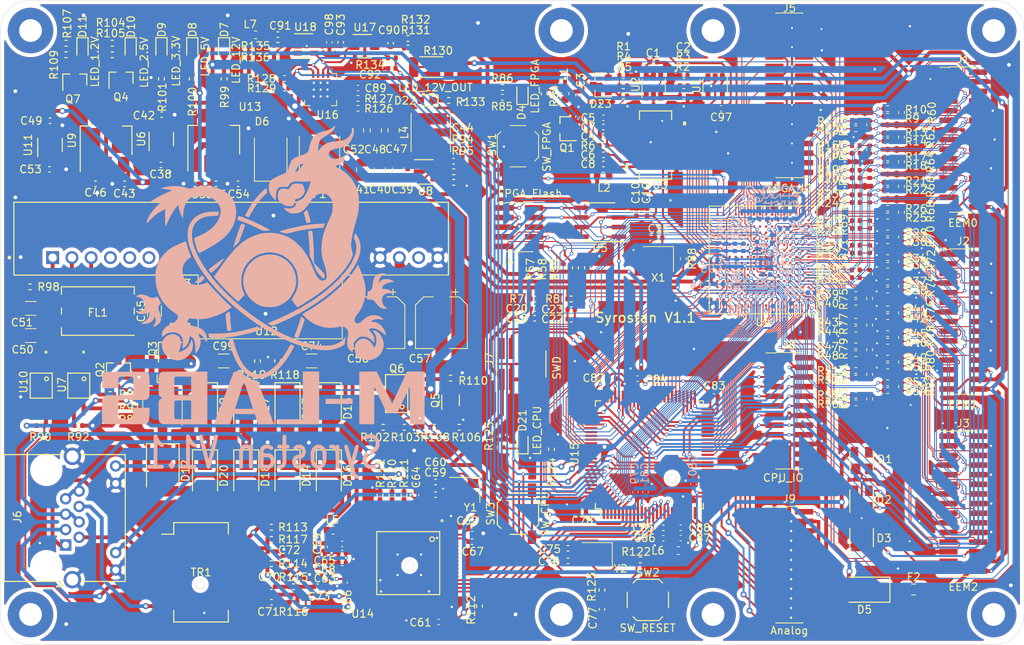
<source format=kicad_pcb>
(kicad_pcb (version 20171130) (host pcbnew 5.1.12-84ad8e8a86~92~ubuntu20.04.1)

  (general
    (thickness 1.6)
    (drawings 21)
    (tracks 4461)
    (zones 0)
    (modules 318)
    (nets 446)
  )

  (page A4)
  (layers
    (0 F.Cu signal)
    (1 In1.Cu power)
    (2 In2.Cu power)
    (31 B.Cu signal)
    (32 B.Adhes user)
    (33 F.Adhes user)
    (34 B.Paste user)
    (35 F.Paste user)
    (36 B.SilkS user)
    (37 F.SilkS user)
    (38 B.Mask user)
    (39 F.Mask user)
    (40 Dwgs.User user)
    (41 Cmts.User user)
    (42 Eco1.User user)
    (43 Eco2.User user)
    (44 Edge.Cuts user)
    (45 Margin user)
    (46 B.CrtYd user)
    (47 F.CrtYd user)
    (48 B.Fab user)
    (49 F.Fab user)
  )

  (setup
    (last_trace_width 0.508)
    (user_trace_width 0.127)
    (user_trace_width 0.254)
    (user_trace_width 0.381)
    (user_trace_width 0.508)
    (user_trace_width 0.762)
    (user_trace_width 1.016)
    (user_trace_width 1.27)
    (trace_clearance 0.0889)
    (zone_clearance 0.508)
    (zone_45_only no)
    (trace_min 0.1143)
    (via_size 0.45)
    (via_drill 0.25)
    (via_min_size 0.45)
    (via_min_drill 0.2)
    (user_via 0.45 0.25)
    (user_via 0.5 0.3)
    (user_via 0.8 0.5)
    (user_via 1 0.7)
    (user_via 1.3 1.152)
    (uvia_size 0.3)
    (uvia_drill 0.1)
    (uvias_allowed no)
    (uvia_min_size 0.25)
    (uvia_min_drill 0.1)
    (edge_width 0.05)
    (segment_width 0.127)
    (pcb_text_width 0.3)
    (pcb_text_size 1.5 1.5)
    (mod_edge_width 0.1524)
    (mod_text_size 1.016 1.016)
    (mod_text_width 0.1524)
    (pad_size 2.7 2.7)
    (pad_drill 0)
    (pad_to_mask_clearance 0)
    (aux_axis_origin 0 0)
    (grid_origin 83 57)
    (visible_elements 7FFFFFFF)
    (pcbplotparams
      (layerselection 0x010fc_ffffffff)
      (usegerberextensions false)
      (usegerberattributes true)
      (usegerberadvancedattributes true)
      (creategerberjobfile true)
      (excludeedgelayer true)
      (linewidth 0.100000)
      (plotframeref false)
      (viasonmask false)
      (mode 1)
      (useauxorigin false)
      (hpglpennumber 1)
      (hpglpenspeed 20)
      (hpglpendiameter 15.000000)
      (psnegative false)
      (psa4output false)
      (plotreference true)
      (plotvalue true)
      (plotinvisibletext false)
      (padsonsilk false)
      (subtractmaskfromsilk false)
      (outputformat 1)
      (mirror false)
      (drillshape 0)
      (scaleselection 1)
      (outputdirectory "FabricationOutput/"))
  )

  (net 0 "")
  (net 1 GND)
  (net 2 "Net-(C2-Pad1)")
  (net 3 /HighSpeedADC/+5VA)
  (net 4 /FPGA/GNDPLL0)
  (net 5 /FPGA/VCCPLL0)
  (net 6 /FPGA/GNDPLL1)
  (net 7 /FPGA/VCCPLL1)
  (net 8 +12V_OUT)
  (net 9 /CurrentSenser/12V_CURRENT)
  (net 10 +12V)
  (net 11 +3V3)
  (net 12 +2V5)
  (net 13 +1V2)
  (net 14 +5V)
  (net 15 /Ethernet/+3V3A)
  (net 16 "Net-(C44-Pad2)")
  (net 17 /MCU/+3V3A)
  (net 18 +3V3MP)
  (net 19 "Net-(D4-Pad2)")
  (net 20 "Net-(D4-Pad1)")
  (net 21 "Net-(D9-Pad2)")
  (net 22 "Net-(D10-Pad2)")
  (net 23 "Net-(D11-Pad2)")
  (net 24 /Ethernet/POE_VC-)
  (net 25 /Ethernet/POE_VC+)
  (net 26 "Net-(D17-Pad2)")
  (net 27 "Net-(D19-Pad2)")
  (net 28 "Net-(D21-Pad2)")
  (net 29 /FPGA_IO1)
  (net 30 /FPGA_IO3)
  (net 31 /FPGA_IO5)
  (net 32 /FPGA_IO7)
  (net 33 /FPGA_IO9)
  (net 34 /FPGA_IO11)
  (net 35 /FPGA_IO13)
  (net 36 /FPGA_IO15)
  (net 37 /FPGA_IO14)
  (net 38 /FPGA_IO12)
  (net 39 /FPGA_IO10)
  (net 40 /FPGA_IO8)
  (net 41 /FPGA_IO6)
  (net 42 /FPGA_IO4)
  (net 43 /FPGA_IO2)
  (net 44 /FPGA_IO0)
  (net 45 /MCU/CPU_SWCLK)
  (net 46 /MCU/CPU_SWDIO)
  (net 47 /MCU/CPU_UART4_TX)
  (net 48 /MCU/CPU_UART4_RX)
  (net 49 /MCU/CPU_PWM_CH1)
  (net 50 /MCU/CPU_PWM_CH2)
  (net 51 /MCU/CPU_PWM_CH3)
  (net 52 /MCU/CPU_PWM_CH4)
  (net 53 /MCU/CPU_IIC2_SDA)
  (net 54 /MCU/CPU_IIC2_SCL)
  (net 55 /MCU/CPU_UART1_RX)
  (net 56 /MCU/CPU_UART1_TX)
  (net 57 /MCU/CPU_SPI2_MOSI)
  (net 58 /MCU/CPU_SPI2_MISO)
  (net 59 /MCU/CPU_SPI2_SCK)
  (net 60 /MCU/CPU_SPI2_CS)
  (net 61 /MCU/CPU_DAC1)
  (net 62 /MCU/CPU_DAC0)
  (net 63 /MCU/CPU_ADC5)
  (net 64 /MCU/CPU_ADC4)
  (net 65 /MCU/CPU_ADC3)
  (net 66 /MCU/CPU_ADC2)
  (net 67 /MCU/CPU_ADC1)
  (net 68 /MCU/CPU_ADC0)
  (net 69 /CurrentSenser/12V_SW)
  (net 70 "Net-(Q1-Pad1)")
  (net 71 "Net-(Q2-Pad3)")
  (net 72 /MCU/CPU_RESET)
  (net 73 "Net-(Q7-Pad1)")
  (net 74 /MCU/CPU_POE_AT_EVENT)
  (net 75 /MCU/CPU_POE_SRC_STATUS)
  (net 76 /Ethernet/RJ45_LED_G)
  (net 77 /Ethernet/RJ45_LED_Y)
  (net 78 /CurrentSenser/+3V3A)
  (net 79 /EEM0_IIC_SCL)
  (net 80 /EEM0_IIC_SDA)
  (net 81 /EEM1_IIC_SCL)
  (net 82 /EEM1_IIC_SDA)
  (net 83 /EEM2_IIC_SCL)
  (net 84 /EEM2_IIC_SDA)
  (net 85 /EEM0_7_N)
  (net 86 /EEM0_6_P)
  (net 87 /EEM0_5_N)
  (net 88 /EEM0_4_P)
  (net 89 /EEM0_3_N)
  (net 90 /EEM0_2_P)
  (net 91 /EEM0_1_N)
  (net 92 /EEM0_0_P)
  (net 93 /EEM0_7_P)
  (net 94 /EEM0_6_N)
  (net 95 /EEM0_5_P)
  (net 96 /EEM0_4_N)
  (net 97 /EEM0_3_P)
  (net 98 /EEM0_2_N)
  (net 99 /EEM0_1_P)
  (net 100 /EEM0_0_N)
  (net 101 /EEM1_7_N)
  (net 102 /EEM1_6_P)
  (net 103 /EEM1_5_N)
  (net 104 /EEM1_4_P)
  (net 105 /EEM1_3_N)
  (net 106 /EEM1_2_P)
  (net 107 /EEM1_1_N)
  (net 108 /EEM1_0_P)
  (net 109 /EEM1_7_P)
  (net 110 /EEM1_6_N)
  (net 111 /EEM1_5_P)
  (net 112 /EEM1_4_N)
  (net 113 /EEM1_3_P)
  (net 114 /EEM1_2_N)
  (net 115 /EEM1_1_P)
  (net 116 /EEM1_0_N)
  (net 117 /EEM2_7_N)
  (net 118 /EEM2_6_P)
  (net 119 /EEM2_5_N)
  (net 120 /EEM2_4_P)
  (net 121 /EEM2_3_N)
  (net 122 /EEM2_2_P)
  (net 123 /EEM2_1_N)
  (net 124 /EEM2_0_P)
  (net 125 /EEM2_7_P)
  (net 126 /EEM2_6_N)
  (net 127 /EEM2_5_P)
  (net 128 /EEM2_4_N)
  (net 129 /EEM2_3_P)
  (net 130 /EEM2_2_N)
  (net 131 /EEM2_1_P)
  (net 132 /EEM2_0_N)
  (net 133 /CDONE)
  (net 134 /CRESET)
  (net 135 /SPI_CS)
  (net 136 /ENC_INT)
  (net 137 /ADC_D0)
  (net 138 /ADC_D1)
  (net 139 /ADC_D2)
  (net 140 /ADC_D3)
  (net 141 /ADC_D4)
  (net 142 /ADC_D5)
  (net 143 /ADC_D6)
  (net 144 /ADC_D7)
  (net 145 /ADC_CLK)
  (net 146 /FSMC_CLK)
  (net 147 /FSMC_D15)
  (net 148 /FSMC_D9)
  (net 149 /FSMC_D10)
  (net 150 /FSMC_D0)
  (net 151 /FSMC_A7)
  (net 152 /FSMC_NL)
  (net 153 /FSMC_NBL0)
  (net 154 /FSMC_D6)
  (net 155 /FSMC_D7)
  (net 156 /FSMC_D5)
  (net 157 /FSMC_D1)
  (net 158 /FSMC_A3)
  (net 159 /FSMC_A1)
  (net 160 /FSMC_NWAIT)
  (net 161 /FSMC_NOE)
  (net 162 /FSMC_D12)
  (net 163 /FSMC_D8)
  (net 164 /FSMC_D3)
  (net 165 /FSMC_A4)
  (net 166 /FSMC_A6)
  (net 167 /FSMC_A0)
  (net 168 /FSMC_NBL1)
  (net 169 /FSMC_D14)
  (net 170 /FSMC_D11)
  (net 171 /FSMC_D4)
  (net 172 /FSMC_A2)
  (net 173 /FSMC_D13)
  (net 174 /FSMC_D2)
  (net 175 /FSMC_A5)
  (net 176 /FSMC_NE1)
  (net 177 /FSMC_NWE)
  (net 178 /CSBSEL0)
  (net 179 /SPI_MOSI)
  (net 180 /SPI_MISO)
  (net 181 /CSBSEL1)
  (net 182 /SPI_SCK)
  (net 183 /SPI_ENC_CS)
  (net 184 "Net-(C7-Pad2)")
  (net 185 "Net-(D8-Pad2)")
  (net 186 "Net-(D10-Pad1)")
  (net 187 "Net-(D11-Pad1)")
  (net 188 "Net-(D21-Pad1)")
  (net 189 "Net-(D22-Pad1)")
  (net 190 "Net-(Q3-Pad1)")
  (net 191 "Net-(Q4-Pad1)")
  (net 192 "Net-(Q5-Pad6)")
  (net 193 "Net-(Q5-Pad2)")
  (net 194 "Net-(Q5-Pad3)")
  (net 195 "Net-(D22-Pad2)")
  (net 196 HSADC_IN)
  (net 197 "Net-(J6-Pad12)")
  (net 198 "Net-(J6-Pad10)")
  (net 199 "Net-(J6-Pad6)")
  (net 200 "Net-(J6-Pad2)")
  (net 201 "Net-(J6-Pad3)")
  (net 202 "Net-(J6-Pad1)")
  (net 203 "Net-(SW3-Pad2)")
  (net 204 /FPGA/LVDS0_0_P)
  (net 205 /FPGA/LVDS0_0_N)
  (net 206 /FPGA/LVDS0_1_P)
  (net 207 /FPGA/LVDS0_1_N)
  (net 208 /FPGA/LVDS0_2_P)
  (net 209 /FPGA/LVDS0_2_N)
  (net 210 /FPGA/LVDS0_3_P)
  (net 211 /FPGA/LVDS0_3_N)
  (net 212 /FPGA/LVDS0_4_P)
  (net 213 /FPGA/LVDS0_4_N)
  (net 214 /FPGA/LVDS0_5_P)
  (net 215 /FPGA/LVDS0_5_N)
  (net 216 /FPGA/LVDS0_6_P)
  (net 217 /FPGA/LVDS0_6_N)
  (net 218 /FPGA/LVDS0_7_P)
  (net 219 /FPGA/LVDS0_7_N)
  (net 220 /FPGA/LVDS1_0_P)
  (net 221 /FPGA/LVDS1_0_N)
  (net 222 /FPGA/LVDS1_1_P)
  (net 223 /FPGA/LVDS1_1_N)
  (net 224 /FPGA/LVDS1_2_P)
  (net 225 /FPGA/LVDS1_2_N)
  (net 226 /FPGA/LVDS1_3_P)
  (net 227 /FPGA/LVDS1_3_N)
  (net 228 /FPGA/LVDS1_4_P)
  (net 229 /FPGA/LVDS1_4_N)
  (net 230 /FPGA/LVDS1_5_P)
  (net 231 /FPGA/LVDS1_5_N)
  (net 232 /FPGA/LVDS1_6_P)
  (net 233 /FPGA/LVDS1_6_N)
  (net 234 /FPGA/LVDS1_7_P)
  (net 235 /FPGA/LVDS1_7_N)
  (net 236 /FPGA/LVDS2_0_P)
  (net 237 /FPGA/LVDS2_0_N)
  (net 238 /FPGA/LVDS2_1_P)
  (net 239 /FPGA/LVDS2_1_N)
  (net 240 /FPGA/LVDS2_2_P)
  (net 241 /FPGA/LVDS2_2_N)
  (net 242 /FPGA/LVDS2_3_P)
  (net 243 /FPGA/LVDS2_3_N)
  (net 244 /FPGA/LVDS2_4_P)
  (net 245 /FPGA/LVDS2_4_N)
  (net 246 /FPGA/LVDS2_5_P)
  (net 247 /FPGA/LVDS2_5_N)
  (net 248 /FPGA/LVDS2_6_P)
  (net 249 /FPGA/LVDS2_6_N)
  (net 250 /FPGA/LVDS2_7_P)
  (net 251 /FPGA/LVDS2_7_N)
  (net 252 /FPGA/FPGA_LED)
  (net 253 /FPGA/FPGA_KEY)
  (net 254 /IIC_SCL)
  (net 255 /IIC_SDA)
  (net 256 "Net-(R135-Pad2)")
  (net 257 +6V)
  (net 258 "Net-(R126-Pad1)")
  (net 259 /CurrentSenser/12V_OUT_FAULT)
  (net 260 "Net-(C4-Pad1)")
  (net 261 "Net-(C5-Pad1)")
  (net 262 "Net-(C8-Pad2)")
  (net 263 "Net-(C44-Pad1)")
  (net 264 "Net-(C45-Pad2)")
  (net 265 "Net-(C45-Pad1)")
  (net 266 "Net-(C47-Pad1)")
  (net 267 "Net-(C50-Pad2)")
  (net 268 "Net-(C51-Pad1)")
  (net 269 "Net-(C57-Pad1)")
  (net 270 "Net-(C59-Pad1)")
  (net 271 "Net-(C60-Pad1)")
  (net 272 "Net-(C67-Pad2)")
  (net 273 "Net-(C70-Pad2)")
  (net 274 "Net-(C70-Pad1)")
  (net 275 "Net-(C71-Pad2)")
  (net 276 "Net-(C71-Pad1)")
  (net 277 "Net-(C72-Pad1)")
  (net 278 "Net-(C73-Pad1)")
  (net 279 "Net-(C74-Pad1)")
  (net 280 "Net-(C75-Pad1)")
  (net 281 "Net-(C76-Pad1)")
  (net 282 "Net-(C77-Pad2)")
  (net 283 "Net-(C89-Pad1)")
  (net 284 "Net-(C90-Pad2)")
  (net 285 "Net-(C90-Pad1)")
  (net 286 "Net-(D7-Pad2)")
  (net 287 "Net-(R2-Pad1)")
  (net 288 "Net-(R3-Pad1)")
  (net 289 "Net-(R5-Pad2)")
  (net 290 "Net-(R87-Pad2)")
  (net 291 "Net-(R89-Pad1)")
  (net 292 "Net-(R94-Pad1)")
  (net 293 "Net-(R98-Pad2)")
  (net 294 "Net-(R111-Pad1)")
  (net 295 "Net-(R113-Pad1)")
  (net 296 "Net-(R114-Pad2)")
  (net 297 "Net-(R124-Pad1)")
  (net 298 "Net-(R127-Pad1)")
  (net 299 "Net-(R134-Pad2)")
  (net 300 "Net-(U10-Pad2)")
  (net 301 /MCU/CPU_ADC7)
  (net 302 /MCU/CPU_ADC6)
  (net 303 /CurrentSenser/12V_CURRENT_REF)
  (net 304 "Net-(D5-Pad1)")
  (net 305 "Net-(D23-Pad1)")
  (net 306 "Net-(J7-Pad06)")
  (net 307 "Net-(J7-Pad07)")
  (net 308 "Net-(J7-Pad08)")
  (net 309 "Net-(J7-Pad09)")
  (net 310 "Net-(J7-Pad10)")
  (net 311 "Net-(U4-PadT7)")
  (net 312 "Net-(U4-PadT6)")
  (net 313 "Net-(U4-PadR16)")
  (net 314 "Net-(U4-PadR15)")
  (net 315 "Net-(U4-PadR14)")
  (net 316 "Net-(U4-PadR4)")
  (net 317 "Net-(U4-PadP14)")
  (net 318 "Net-(U4-PadP10)")
  (net 319 "Net-(U4-PadP9)")
  (net 320 "Net-(U4-PadP8)")
  (net 321 "Net-(U4-PadP7)")
  (net 322 "Net-(U4-PadP6)")
  (net 323 "Net-(U4-PadP5)")
  (net 324 "Net-(U4-PadP4)")
  (net 325 "Net-(U4-PadN12)")
  (net 326 "Net-(U4-PadN10)")
  (net 327 "Net-(U4-PadN9)")
  (net 328 "Net-(U4-PadN7)")
  (net 329 "Net-(U4-PadN6)")
  (net 330 "Net-(U4-PadN5)")
  (net 331 "Net-(U4-PadN3)")
  (net 332 "Net-(U4-PadM14)")
  (net 333 "Net-(U4-PadM13)")
  (net 334 "Net-(U4-PadM12)")
  (net 335 "Net-(U4-PadM11)")
  (net 336 "Net-(U4-PadM9)")
  (net 337 "Net-(U4-PadM8)")
  (net 338 "Net-(U4-PadM7)")
  (net 339 "Net-(U4-PadM6)")
  (net 340 "Net-(U4-PadM3)")
  (net 341 "Net-(U4-PadL14)")
  (net 342 "Net-(U4-PadL13)")
  (net 343 "Net-(U4-PadL12)")
  (net 344 "Net-(U4-PadL11)")
  (net 345 "Net-(U4-PadL10)")
  (net 346 "Net-(U4-PadL9)")
  (net 347 "Net-(U4-PadL5)")
  (net 348 "Net-(U4-PadK14)")
  (net 349 "Net-(U4-PadK13)")
  (net 350 "Net-(U4-PadK12)")
  (net 351 "Net-(U4-PadJ16)")
  (net 352 "Net-(U4-PadJ14)")
  (net 353 "Net-(U4-PadJ13)")
  (net 354 "Net-(U4-PadJ12)")
  (net 355 "Net-(U4-PadJ11)")
  (net 356 "Net-(U4-PadJ10)")
  (net 357 "Net-(U4-PadH14)")
  (net 358 "Net-(U4-PadH13)")
  (net 359 "Net-(U4-PadH12)")
  (net 360 "Net-(U4-PadH11)")
  (net 361 "Net-(U4-PadG15)")
  (net 362 "Net-(U4-PadG13)")
  (net 363 "Net-(U4-PadG12)")
  (net 364 "Net-(U4-PadG11)")
  (net 365 "Net-(U4-PadG10)")
  (net 366 "Net-(U4-PadF15)")
  (net 367 "Net-(U4-PadF12)")
  (net 368 "Net-(U4-PadF9)")
  (net 369 "Net-(U4-PadE16)")
  (net 370 "Net-(U4-PadE14)")
  (net 371 "Net-(U4-PadE13)")
  (net 372 "Net-(U4-PadE11)")
  (net 373 "Net-(U4-PadE10)")
  (net 374 "Net-(U4-PadE9)")
  (net 375 "Net-(U4-PadE6)")
  (net 376 "Net-(U4-PadE5)")
  (net 377 "Net-(U4-PadD16)")
  (net 378 "Net-(U4-PadD14)")
  (net 379 "Net-(U4-PadD13)")
  (net 380 "Net-(U4-PadD12)")
  (net 381 "Net-(U4-PadD11)")
  (net 382 "Net-(U4-PadD10)")
  (net 383 "Net-(U4-PadD9)")
  (net 384 "Net-(U4-PadD8)")
  (net 385 "Net-(U4-PadD7)")
  (net 386 "Net-(U4-PadD6)")
  (net 387 "Net-(U4-PadD5)")
  (net 388 "Net-(U4-PadD4)")
  (net 389 "Net-(U4-PadD3)")
  (net 390 "Net-(U4-PadC6)")
  (net 391 "Net-(U4-PadC5)")
  (net 392 "Net-(U4-PadC4)")
  (net 393 "Net-(U4-PadB16)")
  (net 394 "Net-(U6-Pad4)")
  (net 395 "Net-(U11-Pad4)")
  (net 396 "Net-(U12-Pad4)")
  (net 397 "Net-(U12-Pad5)")
  (net 398 "Net-(U12-Pad9)")
  (net 399 "Net-(U12-Pad6)")
  (net 400 "Net-(U13-Pad2)")
  (net 401 "Net-(U14-Pad61)")
  (net 402 "Net-(U14-Pad60)")
  (net 403 "Net-(U14-Pad59)")
  (net 404 "Net-(U14-Pad58)")
  (net 405 "Net-(U14-Pad57)")
  (net 406 "Net-(U14-Pad56)")
  (net 407 "Net-(U14-Pad55)")
  (net 408 "Net-(U14-Pad54)")
  (net 409 "Net-(U14-Pad53)")
  (net 410 "Net-(U14-Pad48)")
  (net 411 "Net-(U14-Pad45)")
  (net 412 "Net-(U14-Pad44)")
  (net 413 "Net-(U14-Pad43)")
  (net 414 "Net-(U14-Pad42)")
  (net 415 "Net-(U14-Pad41)")
  (net 416 "Net-(U14-Pad40)")
  (net 417 "Net-(U14-Pad39)")
  (net 418 "Net-(U14-Pad38)")
  (net 419 "Net-(U14-Pad37)")
  (net 420 "Net-(U14-Pad36)")
  (net 421 "Net-(U14-Pad35)")
  (net 422 "Net-(U14-Pad33)")
  (net 423 "Net-(U14-Pad20)")
  (net 424 "Net-(U14-Pad19)")
  (net 425 "Net-(U14-Pad13)")
  (net 426 "Net-(U14-Pad12)")
  (net 427 "Net-(U14-Pad11)")
  (net 428 "Net-(U14-Pad10)")
  (net 429 "Net-(U14-Pad9)")
  (net 430 "Net-(U14-Pad8)")
  (net 431 "Net-(U14-Pad7)")
  (net 432 "Net-(U14-Pad6)")
  (net 433 "Net-(U14-Pad5)")
  (net 434 "Net-(U15-Pad18)")
  (net 435 "Net-(U15-Pad73)")
  (net 436 "Net-(U15-Pad83)")
  (net 437 "Net-(U16-Pad6)")
  (net 438 "Net-(U17-Pad6)")
  (net 439 "Net-(C74-Pad2)")
  (net 440 "Net-(C99-Pad2)")
  (net 441 "Net-(C99-Pad1)")
  (net 442 "Net-(R88-Pad2)")
  (net 443 /FPGA/FPGA_Clock)
  (net 444 "Net-(U4-PadP15)")
  (net 445 "Net-(U4-PadB13)")

  (net_class Default "This is the default net class."
    (clearance 0.0889)
    (trace_width 0.254)
    (via_dia 0.45)
    (via_drill 0.25)
    (uvia_dia 0.3)
    (uvia_drill 0.1)
    (diff_pair_width 0.127)
    (diff_pair_gap 0.1016)
    (add_net +12V)
    (add_net +12V_OUT)
    (add_net +1V2)
    (add_net +2V5)
    (add_net +3V3)
    (add_net +3V3MP)
    (add_net +5V)
    (add_net +6V)
    (add_net /ADC_CLK)
    (add_net /ADC_D0)
    (add_net /ADC_D1)
    (add_net /ADC_D2)
    (add_net /ADC_D3)
    (add_net /ADC_D4)
    (add_net /ADC_D5)
    (add_net /ADC_D6)
    (add_net /ADC_D7)
    (add_net /CDONE)
    (add_net /CRESET)
    (add_net /CSBSEL0)
    (add_net /CSBSEL1)
    (add_net /CurrentSenser/+3V3A)
    (add_net /CurrentSenser/12V_CURRENT)
    (add_net /CurrentSenser/12V_CURRENT_REF)
    (add_net /CurrentSenser/12V_OUT_FAULT)
    (add_net /CurrentSenser/12V_SW)
    (add_net /ENC_INT)
    (add_net /Ethernet/+3V3A)
    (add_net /Ethernet/POE_VC+)
    (add_net /Ethernet/POE_VC-)
    (add_net /Ethernet/RJ45_LED_G)
    (add_net /Ethernet/RJ45_LED_Y)
    (add_net /FPGA/FPGA_Clock)
    (add_net /FPGA/FPGA_KEY)
    (add_net /FPGA/FPGA_LED)
    (add_net /FPGA/GNDPLL0)
    (add_net /FPGA/GNDPLL1)
    (add_net /FPGA/VCCPLL0)
    (add_net /FPGA/VCCPLL1)
    (add_net /FPGA_IO0)
    (add_net /FPGA_IO1)
    (add_net /FPGA_IO10)
    (add_net /FPGA_IO11)
    (add_net /FPGA_IO12)
    (add_net /FPGA_IO13)
    (add_net /FPGA_IO14)
    (add_net /FPGA_IO15)
    (add_net /FPGA_IO2)
    (add_net /FPGA_IO3)
    (add_net /FPGA_IO4)
    (add_net /FPGA_IO5)
    (add_net /FPGA_IO6)
    (add_net /FPGA_IO7)
    (add_net /FPGA_IO8)
    (add_net /FPGA_IO9)
    (add_net /FSMC_A0)
    (add_net /FSMC_A1)
    (add_net /FSMC_A2)
    (add_net /FSMC_A3)
    (add_net /FSMC_A4)
    (add_net /FSMC_A5)
    (add_net /FSMC_A6)
    (add_net /FSMC_A7)
    (add_net /FSMC_CLK)
    (add_net /FSMC_D0)
    (add_net /FSMC_D1)
    (add_net /FSMC_D10)
    (add_net /FSMC_D11)
    (add_net /FSMC_D12)
    (add_net /FSMC_D13)
    (add_net /FSMC_D14)
    (add_net /FSMC_D15)
    (add_net /FSMC_D2)
    (add_net /FSMC_D3)
    (add_net /FSMC_D4)
    (add_net /FSMC_D5)
    (add_net /FSMC_D6)
    (add_net /FSMC_D7)
    (add_net /FSMC_D8)
    (add_net /FSMC_D9)
    (add_net /FSMC_NBL0)
    (add_net /FSMC_NBL1)
    (add_net /FSMC_NE1)
    (add_net /FSMC_NL)
    (add_net /FSMC_NOE)
    (add_net /FSMC_NWAIT)
    (add_net /FSMC_NWE)
    (add_net /HighSpeedADC/+5VA)
    (add_net /IIC_SCL)
    (add_net /IIC_SDA)
    (add_net /MCU/+3V3A)
    (add_net /MCU/CPU_ADC0)
    (add_net /MCU/CPU_ADC1)
    (add_net /MCU/CPU_ADC2)
    (add_net /MCU/CPU_ADC3)
    (add_net /MCU/CPU_ADC4)
    (add_net /MCU/CPU_ADC5)
    (add_net /MCU/CPU_ADC6)
    (add_net /MCU/CPU_ADC7)
    (add_net /MCU/CPU_DAC0)
    (add_net /MCU/CPU_DAC1)
    (add_net /MCU/CPU_IIC2_SCL)
    (add_net /MCU/CPU_IIC2_SDA)
    (add_net /MCU/CPU_POE_AT_EVENT)
    (add_net /MCU/CPU_POE_SRC_STATUS)
    (add_net /MCU/CPU_PWM_CH1)
    (add_net /MCU/CPU_PWM_CH2)
    (add_net /MCU/CPU_PWM_CH3)
    (add_net /MCU/CPU_PWM_CH4)
    (add_net /MCU/CPU_RESET)
    (add_net /MCU/CPU_SPI2_CS)
    (add_net /MCU/CPU_SPI2_MISO)
    (add_net /MCU/CPU_SPI2_MOSI)
    (add_net /MCU/CPU_SPI2_SCK)
    (add_net /MCU/CPU_SWCLK)
    (add_net /MCU/CPU_SWDIO)
    (add_net /MCU/CPU_UART1_RX)
    (add_net /MCU/CPU_UART1_TX)
    (add_net /MCU/CPU_UART4_RX)
    (add_net /MCU/CPU_UART4_TX)
    (add_net /SPI_CS)
    (add_net /SPI_ENC_CS)
    (add_net /SPI_MISO)
    (add_net /SPI_MOSI)
    (add_net /SPI_SCK)
    (add_net GND)
    (add_net HSADC_IN)
    (add_net "Net-(C2-Pad1)")
    (add_net "Net-(C4-Pad1)")
    (add_net "Net-(C44-Pad1)")
    (add_net "Net-(C44-Pad2)")
    (add_net "Net-(C45-Pad1)")
    (add_net "Net-(C45-Pad2)")
    (add_net "Net-(C47-Pad1)")
    (add_net "Net-(C5-Pad1)")
    (add_net "Net-(C50-Pad2)")
    (add_net "Net-(C51-Pad1)")
    (add_net "Net-(C57-Pad1)")
    (add_net "Net-(C59-Pad1)")
    (add_net "Net-(C60-Pad1)")
    (add_net "Net-(C67-Pad2)")
    (add_net "Net-(C7-Pad2)")
    (add_net "Net-(C70-Pad1)")
    (add_net "Net-(C70-Pad2)")
    (add_net "Net-(C71-Pad1)")
    (add_net "Net-(C71-Pad2)")
    (add_net "Net-(C72-Pad1)")
    (add_net "Net-(C73-Pad1)")
    (add_net "Net-(C74-Pad1)")
    (add_net "Net-(C74-Pad2)")
    (add_net "Net-(C75-Pad1)")
    (add_net "Net-(C76-Pad1)")
    (add_net "Net-(C77-Pad2)")
    (add_net "Net-(C8-Pad2)")
    (add_net "Net-(C89-Pad1)")
    (add_net "Net-(C90-Pad1)")
    (add_net "Net-(C90-Pad2)")
    (add_net "Net-(C99-Pad1)")
    (add_net "Net-(C99-Pad2)")
    (add_net "Net-(D10-Pad1)")
    (add_net "Net-(D10-Pad2)")
    (add_net "Net-(D11-Pad1)")
    (add_net "Net-(D11-Pad2)")
    (add_net "Net-(D17-Pad2)")
    (add_net "Net-(D19-Pad2)")
    (add_net "Net-(D21-Pad1)")
    (add_net "Net-(D21-Pad2)")
    (add_net "Net-(D22-Pad1)")
    (add_net "Net-(D22-Pad2)")
    (add_net "Net-(D23-Pad1)")
    (add_net "Net-(D4-Pad1)")
    (add_net "Net-(D4-Pad2)")
    (add_net "Net-(D5-Pad1)")
    (add_net "Net-(D7-Pad2)")
    (add_net "Net-(D8-Pad2)")
    (add_net "Net-(D9-Pad2)")
    (add_net "Net-(J6-Pad1)")
    (add_net "Net-(J6-Pad10)")
    (add_net "Net-(J6-Pad12)")
    (add_net "Net-(J6-Pad2)")
    (add_net "Net-(J6-Pad3)")
    (add_net "Net-(J6-Pad6)")
    (add_net "Net-(J7-Pad06)")
    (add_net "Net-(J7-Pad07)")
    (add_net "Net-(J7-Pad08)")
    (add_net "Net-(J7-Pad09)")
    (add_net "Net-(J7-Pad10)")
    (add_net "Net-(Q1-Pad1)")
    (add_net "Net-(Q2-Pad3)")
    (add_net "Net-(Q3-Pad1)")
    (add_net "Net-(Q4-Pad1)")
    (add_net "Net-(Q5-Pad2)")
    (add_net "Net-(Q5-Pad3)")
    (add_net "Net-(Q5-Pad6)")
    (add_net "Net-(Q7-Pad1)")
    (add_net "Net-(R111-Pad1)")
    (add_net "Net-(R113-Pad1)")
    (add_net "Net-(R114-Pad2)")
    (add_net "Net-(R124-Pad1)")
    (add_net "Net-(R126-Pad1)")
    (add_net "Net-(R127-Pad1)")
    (add_net "Net-(R134-Pad2)")
    (add_net "Net-(R135-Pad2)")
    (add_net "Net-(R2-Pad1)")
    (add_net "Net-(R3-Pad1)")
    (add_net "Net-(R5-Pad2)")
    (add_net "Net-(R87-Pad2)")
    (add_net "Net-(R88-Pad2)")
    (add_net "Net-(R89-Pad1)")
    (add_net "Net-(R94-Pad1)")
    (add_net "Net-(R98-Pad2)")
    (add_net "Net-(SW3-Pad2)")
    (add_net "Net-(U10-Pad2)")
    (add_net "Net-(U11-Pad4)")
    (add_net "Net-(U12-Pad4)")
    (add_net "Net-(U12-Pad5)")
    (add_net "Net-(U12-Pad6)")
    (add_net "Net-(U12-Pad9)")
    (add_net "Net-(U13-Pad2)")
    (add_net "Net-(U14-Pad10)")
    (add_net "Net-(U14-Pad11)")
    (add_net "Net-(U14-Pad12)")
    (add_net "Net-(U14-Pad13)")
    (add_net "Net-(U14-Pad19)")
    (add_net "Net-(U14-Pad20)")
    (add_net "Net-(U14-Pad33)")
    (add_net "Net-(U14-Pad35)")
    (add_net "Net-(U14-Pad36)")
    (add_net "Net-(U14-Pad37)")
    (add_net "Net-(U14-Pad38)")
    (add_net "Net-(U14-Pad39)")
    (add_net "Net-(U14-Pad40)")
    (add_net "Net-(U14-Pad41)")
    (add_net "Net-(U14-Pad42)")
    (add_net "Net-(U14-Pad43)")
    (add_net "Net-(U14-Pad44)")
    (add_net "Net-(U14-Pad45)")
    (add_net "Net-(U14-Pad48)")
    (add_net "Net-(U14-Pad5)")
    (add_net "Net-(U14-Pad53)")
    (add_net "Net-(U14-Pad54)")
    (add_net "Net-(U14-Pad55)")
    (add_net "Net-(U14-Pad56)")
    (add_net "Net-(U14-Pad57)")
    (add_net "Net-(U14-Pad58)")
    (add_net "Net-(U14-Pad59)")
    (add_net "Net-(U14-Pad6)")
    (add_net "Net-(U14-Pad60)")
    (add_net "Net-(U14-Pad61)")
    (add_net "Net-(U14-Pad7)")
    (add_net "Net-(U14-Pad8)")
    (add_net "Net-(U14-Pad9)")
    (add_net "Net-(U15-Pad18)")
    (add_net "Net-(U15-Pad73)")
    (add_net "Net-(U15-Pad83)")
    (add_net "Net-(U16-Pad6)")
    (add_net "Net-(U17-Pad6)")
    (add_net "Net-(U4-PadB13)")
    (add_net "Net-(U4-PadB16)")
    (add_net "Net-(U4-PadC4)")
    (add_net "Net-(U4-PadC5)")
    (add_net "Net-(U4-PadC6)")
    (add_net "Net-(U4-PadD10)")
    (add_net "Net-(U4-PadD11)")
    (add_net "Net-(U4-PadD12)")
    (add_net "Net-(U4-PadD13)")
    (add_net "Net-(U4-PadD14)")
    (add_net "Net-(U4-PadD16)")
    (add_net "Net-(U4-PadD3)")
    (add_net "Net-(U4-PadD4)")
    (add_net "Net-(U4-PadD5)")
    (add_net "Net-(U4-PadD6)")
    (add_net "Net-(U4-PadD7)")
    (add_net "Net-(U4-PadD8)")
    (add_net "Net-(U4-PadD9)")
    (add_net "Net-(U4-PadE10)")
    (add_net "Net-(U4-PadE11)")
    (add_net "Net-(U4-PadE13)")
    (add_net "Net-(U4-PadE14)")
    (add_net "Net-(U4-PadE16)")
    (add_net "Net-(U4-PadE5)")
    (add_net "Net-(U4-PadE6)")
    (add_net "Net-(U4-PadE9)")
    (add_net "Net-(U4-PadF12)")
    (add_net "Net-(U4-PadF15)")
    (add_net "Net-(U4-PadF9)")
    (add_net "Net-(U4-PadG10)")
    (add_net "Net-(U4-PadG11)")
    (add_net "Net-(U4-PadG12)")
    (add_net "Net-(U4-PadG13)")
    (add_net "Net-(U4-PadG15)")
    (add_net "Net-(U4-PadH11)")
    (add_net "Net-(U4-PadH12)")
    (add_net "Net-(U4-PadH13)")
    (add_net "Net-(U4-PadH14)")
    (add_net "Net-(U4-PadJ10)")
    (add_net "Net-(U4-PadJ11)")
    (add_net "Net-(U4-PadJ12)")
    (add_net "Net-(U4-PadJ13)")
    (add_net "Net-(U4-PadJ14)")
    (add_net "Net-(U4-PadJ16)")
    (add_net "Net-(U4-PadK12)")
    (add_net "Net-(U4-PadK13)")
    (add_net "Net-(U4-PadK14)")
    (add_net "Net-(U4-PadL10)")
    (add_net "Net-(U4-PadL11)")
    (add_net "Net-(U4-PadL12)")
    (add_net "Net-(U4-PadL13)")
    (add_net "Net-(U4-PadL14)")
    (add_net "Net-(U4-PadL5)")
    (add_net "Net-(U4-PadL9)")
    (add_net "Net-(U4-PadM11)")
    (add_net "Net-(U4-PadM12)")
    (add_net "Net-(U4-PadM13)")
    (add_net "Net-(U4-PadM14)")
    (add_net "Net-(U4-PadM3)")
    (add_net "Net-(U4-PadM6)")
    (add_net "Net-(U4-PadM7)")
    (add_net "Net-(U4-PadM8)")
    (add_net "Net-(U4-PadM9)")
    (add_net "Net-(U4-PadN10)")
    (add_net "Net-(U4-PadN12)")
    (add_net "Net-(U4-PadN3)")
    (add_net "Net-(U4-PadN5)")
    (add_net "Net-(U4-PadN6)")
    (add_net "Net-(U4-PadN7)")
    (add_net "Net-(U4-PadN9)")
    (add_net "Net-(U4-PadP10)")
    (add_net "Net-(U4-PadP14)")
    (add_net "Net-(U4-PadP15)")
    (add_net "Net-(U4-PadP4)")
    (add_net "Net-(U4-PadP5)")
    (add_net "Net-(U4-PadP6)")
    (add_net "Net-(U4-PadP7)")
    (add_net "Net-(U4-PadP8)")
    (add_net "Net-(U4-PadP9)")
    (add_net "Net-(U4-PadR14)")
    (add_net "Net-(U4-PadR15)")
    (add_net "Net-(U4-PadR16)")
    (add_net "Net-(U4-PadR4)")
    (add_net "Net-(U4-PadT6)")
    (add_net "Net-(U4-PadT7)")
    (add_net "Net-(U6-Pad4)")
  )

  (net_class Diff_In ""
    (clearance 0.0889)
    (trace_width 0.1524)
    (via_dia 0.8)
    (via_drill 0.4)
    (uvia_dia 0.3)
    (uvia_drill 0.1)
    (diff_pair_width 0.1143)
    (diff_pair_gap 0.1524)
  )

  (net_class Diff_Out ""
    (clearance 0.0889)
    (trace_width 0.127)
    (via_dia 0.8)
    (via_drill 0.4)
    (uvia_dia 0.3)
    (uvia_drill 0.1)
    (diff_pair_width 0.127)
    (diff_pair_gap 0.127)
    (add_net /EEM0_0_N)
    (add_net /EEM0_0_P)
    (add_net /EEM0_1_N)
    (add_net /EEM0_1_P)
    (add_net /EEM0_2_N)
    (add_net /EEM0_2_P)
    (add_net /EEM0_3_N)
    (add_net /EEM0_3_P)
    (add_net /EEM0_4_N)
    (add_net /EEM0_4_P)
    (add_net /EEM0_5_N)
    (add_net /EEM0_5_P)
    (add_net /EEM0_6_N)
    (add_net /EEM0_6_P)
    (add_net /EEM0_7_N)
    (add_net /EEM0_7_P)
    (add_net /EEM0_IIC_SCL)
    (add_net /EEM0_IIC_SDA)
    (add_net /EEM1_0_N)
    (add_net /EEM1_0_P)
    (add_net /EEM1_1_N)
    (add_net /EEM1_1_P)
    (add_net /EEM1_2_N)
    (add_net /EEM1_2_P)
    (add_net /EEM1_3_N)
    (add_net /EEM1_3_P)
    (add_net /EEM1_4_N)
    (add_net /EEM1_4_P)
    (add_net /EEM1_5_N)
    (add_net /EEM1_5_P)
    (add_net /EEM1_6_N)
    (add_net /EEM1_6_P)
    (add_net /EEM1_7_N)
    (add_net /EEM1_7_P)
    (add_net /EEM1_IIC_SCL)
    (add_net /EEM1_IIC_SDA)
    (add_net /EEM2_0_N)
    (add_net /EEM2_0_P)
    (add_net /EEM2_1_N)
    (add_net /EEM2_1_P)
    (add_net /EEM2_2_N)
    (add_net /EEM2_2_P)
    (add_net /EEM2_3_N)
    (add_net /EEM2_3_P)
    (add_net /EEM2_4_N)
    (add_net /EEM2_4_P)
    (add_net /EEM2_5_N)
    (add_net /EEM2_5_P)
    (add_net /EEM2_6_N)
    (add_net /EEM2_6_P)
    (add_net /EEM2_7_N)
    (add_net /EEM2_7_P)
    (add_net /EEM2_IIC_SCL)
    (add_net /EEM2_IIC_SDA)
    (add_net /FPGA/LVDS0_0_N)
    (add_net /FPGA/LVDS0_0_P)
    (add_net /FPGA/LVDS0_1_N)
    (add_net /FPGA/LVDS0_1_P)
    (add_net /FPGA/LVDS0_2_N)
    (add_net /FPGA/LVDS0_2_P)
    (add_net /FPGA/LVDS0_3_N)
    (add_net /FPGA/LVDS0_3_P)
    (add_net /FPGA/LVDS0_4_N)
    (add_net /FPGA/LVDS0_4_P)
    (add_net /FPGA/LVDS0_5_N)
    (add_net /FPGA/LVDS0_5_P)
    (add_net /FPGA/LVDS0_6_N)
    (add_net /FPGA/LVDS0_6_P)
    (add_net /FPGA/LVDS0_7_N)
    (add_net /FPGA/LVDS0_7_P)
    (add_net /FPGA/LVDS1_0_N)
    (add_net /FPGA/LVDS1_0_P)
    (add_net /FPGA/LVDS1_1_N)
    (add_net /FPGA/LVDS1_1_P)
    (add_net /FPGA/LVDS1_2_N)
    (add_net /FPGA/LVDS1_2_P)
    (add_net /FPGA/LVDS1_3_N)
    (add_net /FPGA/LVDS1_3_P)
    (add_net /FPGA/LVDS1_4_N)
    (add_net /FPGA/LVDS1_4_P)
    (add_net /FPGA/LVDS1_5_N)
    (add_net /FPGA/LVDS1_5_P)
    (add_net /FPGA/LVDS1_6_N)
    (add_net /FPGA/LVDS1_6_P)
    (add_net /FPGA/LVDS1_7_N)
    (add_net /FPGA/LVDS1_7_P)
    (add_net /FPGA/LVDS2_0_N)
    (add_net /FPGA/LVDS2_0_P)
    (add_net /FPGA/LVDS2_1_N)
    (add_net /FPGA/LVDS2_1_P)
    (add_net /FPGA/LVDS2_2_N)
    (add_net /FPGA/LVDS2_2_P)
    (add_net /FPGA/LVDS2_3_N)
    (add_net /FPGA/LVDS2_3_P)
    (add_net /FPGA/LVDS2_4_N)
    (add_net /FPGA/LVDS2_4_P)
    (add_net /FPGA/LVDS2_5_N)
    (add_net /FPGA/LVDS2_5_P)
    (add_net /FPGA/LVDS2_6_N)
    (add_net /FPGA/LVDS2_6_P)
    (add_net /FPGA/LVDS2_7_N)
    (add_net /FPGA/LVDS2_7_P)
  )

  (module Connector_PinHeader_1.27mm:PinHeader_2x17_P1.27mm_Vertical_SMD (layer F.Cu) (tedit 59FED6E3) (tstamp 62005B8B)
    (at 183.052 65.55 180)
    (descr "surface-mounted straight pin header, 2x17, 1.27mm pitch, double rows")
    (tags "Surface mounted pin header SMD 2x17 1.27mm double row")
    (path /60CB9D41/6214914E)
    (attr smd)
    (fp_text reference J5 (at -0.02 11.51) (layer F.SilkS)
      (effects (font (size 1 1) (thickness 0.15)))
    )
    (fp_text value FPGA_IO (at -0.02 -12.27) (layer F.SilkS)
      (effects (font (size 1 1) (thickness 0.15)))
    )
    (fp_text user %R (at 0 0 90) (layer F.Fab)
      (effects (font (size 1 1) (thickness 0.15)))
    )
    (fp_line (start 1.705 10.795) (end -1.705 10.795) (layer F.Fab) (width 0.1))
    (fp_line (start -1.27 -10.795) (end 1.705 -10.795) (layer F.Fab) (width 0.1))
    (fp_line (start -1.705 10.795) (end -1.705 -10.36) (layer F.Fab) (width 0.1))
    (fp_line (start -1.705 -10.36) (end -1.27 -10.795) (layer F.Fab) (width 0.1))
    (fp_line (start 1.705 -10.795) (end 1.705 10.795) (layer F.Fab) (width 0.1))
    (fp_line (start -1.705 -10.36) (end -2.75 -10.36) (layer F.Fab) (width 0.1))
    (fp_line (start -2.75 -10.36) (end -2.75 -9.96) (layer F.Fab) (width 0.1))
    (fp_line (start -2.75 -9.96) (end -1.705 -9.96) (layer F.Fab) (width 0.1))
    (fp_line (start 1.705 -10.36) (end 2.75 -10.36) (layer F.Fab) (width 0.1))
    (fp_line (start 2.75 -10.36) (end 2.75 -9.96) (layer F.Fab) (width 0.1))
    (fp_line (start 2.75 -9.96) (end 1.705 -9.96) (layer F.Fab) (width 0.1))
    (fp_line (start -1.705 -9.09) (end -2.75 -9.09) (layer F.Fab) (width 0.1))
    (fp_line (start -2.75 -9.09) (end -2.75 -8.69) (layer F.Fab) (width 0.1))
    (fp_line (start -2.75 -8.69) (end -1.705 -8.69) (layer F.Fab) (width 0.1))
    (fp_line (start 1.705 -9.09) (end 2.75 -9.09) (layer F.Fab) (width 0.1))
    (fp_line (start 2.75 -9.09) (end 2.75 -8.69) (layer F.Fab) (width 0.1))
    (fp_line (start 2.75 -8.69) (end 1.705 -8.69) (layer F.Fab) (width 0.1))
    (fp_line (start -1.705 -7.82) (end -2.75 -7.82) (layer F.Fab) (width 0.1))
    (fp_line (start -2.75 -7.82) (end -2.75 -7.42) (layer F.Fab) (width 0.1))
    (fp_line (start -2.75 -7.42) (end -1.705 -7.42) (layer F.Fab) (width 0.1))
    (fp_line (start 1.705 -7.82) (end 2.75 -7.82) (layer F.Fab) (width 0.1))
    (fp_line (start 2.75 -7.82) (end 2.75 -7.42) (layer F.Fab) (width 0.1))
    (fp_line (start 2.75 -7.42) (end 1.705 -7.42) (layer F.Fab) (width 0.1))
    (fp_line (start -1.705 -6.55) (end -2.75 -6.55) (layer F.Fab) (width 0.1))
    (fp_line (start -2.75 -6.55) (end -2.75 -6.15) (layer F.Fab) (width 0.1))
    (fp_line (start -2.75 -6.15) (end -1.705 -6.15) (layer F.Fab) (width 0.1))
    (fp_line (start 1.705 -6.55) (end 2.75 -6.55) (layer F.Fab) (width 0.1))
    (fp_line (start 2.75 -6.55) (end 2.75 -6.15) (layer F.Fab) (width 0.1))
    (fp_line (start 2.75 -6.15) (end 1.705 -6.15) (layer F.Fab) (width 0.1))
    (fp_line (start -1.705 -5.28) (end -2.75 -5.28) (layer F.Fab) (width 0.1))
    (fp_line (start -2.75 -5.28) (end -2.75 -4.88) (layer F.Fab) (width 0.1))
    (fp_line (start -2.75 -4.88) (end -1.705 -4.88) (layer F.Fab) (width 0.1))
    (fp_line (start 1.705 -5.28) (end 2.75 -5.28) (layer F.Fab) (width 0.1))
    (fp_line (start 2.75 -5.28) (end 2.75 -4.88) (layer F.Fab) (width 0.1))
    (fp_line (start 2.75 -4.88) (end 1.705 -4.88) (layer F.Fab) (width 0.1))
    (fp_line (start -1.705 -4.01) (end -2.75 -4.01) (layer F.Fab) (width 0.1))
    (fp_line (start -2.75 -4.01) (end -2.75 -3.61) (layer F.Fab) (width 0.1))
    (fp_line (start -2.75 -3.61) (end -1.705 -3.61) (layer F.Fab) (width 0.1))
    (fp_line (start 1.705 -4.01) (end 2.75 -4.01) (layer F.Fab) (width 0.1))
    (fp_line (start 2.75 -4.01) (end 2.75 -3.61) (layer F.Fab) (width 0.1))
    (fp_line (start 2.75 -3.61) (end 1.705 -3.61) (layer F.Fab) (width 0.1))
    (fp_line (start -1.705 -2.74) (end -2.75 -2.74) (layer F.Fab) (width 0.1))
    (fp_line (start -2.75 -2.74) (end -2.75 -2.34) (layer F.Fab) (width 0.1))
    (fp_line (start -2.75 -2.34) (end -1.705 -2.34) (layer F.Fab) (width 0.1))
    (fp_line (start 1.705 -2.74) (end 2.75 -2.74) (layer F.Fab) (width 0.1))
    (fp_line (start 2.75 -2.74) (end 2.75 -2.34) (layer F.Fab) (width 0.1))
    (fp_line (start 2.75 -2.34) (end 1.705 -2.34) (layer F.Fab) (width 0.1))
    (fp_line (start -1.705 -1.47) (end -2.75 -1.47) (layer F.Fab) (width 0.1))
    (fp_line (start -2.75 -1.47) (end -2.75 -1.07) (layer F.Fab) (width 0.1))
    (fp_line (start -2.75 -1.07) (end -1.705 -1.07) (layer F.Fab) (width 0.1))
    (fp_line (start 1.705 -1.47) (end 2.75 -1.47) (layer F.Fab) (width 0.1))
    (fp_line (start 2.75 -1.47) (end 2.75 -1.07) (layer F.Fab) (width 0.1))
    (fp_line (start 2.75 -1.07) (end 1.705 -1.07) (layer F.Fab) (width 0.1))
    (fp_line (start -1.705 -0.2) (end -2.75 -0.2) (layer F.Fab) (width 0.1))
    (fp_line (start -2.75 -0.2) (end -2.75 0.2) (layer F.Fab) (width 0.1))
    (fp_line (start -2.75 0.2) (end -1.705 0.2) (layer F.Fab) (width 0.1))
    (fp_line (start 1.705 -0.2) (end 2.75 -0.2) (layer F.Fab) (width 0.1))
    (fp_line (start 2.75 -0.2) (end 2.75 0.2) (layer F.Fab) (width 0.1))
    (fp_line (start 2.75 0.2) (end 1.705 0.2) (layer F.Fab) (width 0.1))
    (fp_line (start -1.705 1.07) (end -2.75 1.07) (layer F.Fab) (width 0.1))
    (fp_line (start -2.75 1.07) (end -2.75 1.47) (layer F.Fab) (width 0.1))
    (fp_line (start -2.75 1.47) (end -1.705 1.47) (layer F.Fab) (width 0.1))
    (fp_line (start 1.705 1.07) (end 2.75 1.07) (layer F.Fab) (width 0.1))
    (fp_line (start 2.75 1.07) (end 2.75 1.47) (layer F.Fab) (width 0.1))
    (fp_line (start 2.75 1.47) (end 1.705 1.47) (layer F.Fab) (width 0.1))
    (fp_line (start -1.705 2.34) (end -2.75 2.34) (layer F.Fab) (width 0.1))
    (fp_line (start -2.75 2.34) (end -2.75 2.74) (layer F.Fab) (width 0.1))
    (fp_line (start -2.75 2.74) (end -1.705 2.74) (layer F.Fab) (width 0.1))
    (fp_line (start 1.705 2.34) (end 2.75 2.34) (layer F.Fab) (width 0.1))
    (fp_line (start 2.75 2.34) (end 2.75 2.74) (layer F.Fab) (width 0.1))
    (fp_line (start 2.75 2.74) (end 1.705 2.74) (layer F.Fab) (width 0.1))
    (fp_line (start -1.705 3.61) (end -2.75 3.61) (layer F.Fab) (width 0.1))
    (fp_line (start -2.75 3.61) (end -2.75 4.01) (layer F.Fab) (width 0.1))
    (fp_line (start -2.75 4.01) (end -1.705 4.01) (layer F.Fab) (width 0.1))
    (fp_line (start 1.705 3.61) (end 2.75 3.61) (layer F.Fab) (width 0.1))
    (fp_line (start 2.75 3.61) (end 2.75 4.01) (layer F.Fab) (width 0.1))
    (fp_line (start 2.75 4.01) (end 1.705 4.01) (layer F.Fab) (width 0.1))
    (fp_line (start -1.705 4.88) (end -2.75 4.88) (layer F.Fab) (width 0.1))
    (fp_line (start -2.75 4.88) (end -2.75 5.28) (layer F.Fab) (width 0.1))
    (fp_line (start -2.75 5.28) (end -1.705 5.28) (layer F.Fab) (width 0.1))
    (fp_line (start 1.705 4.88) (end 2.75 4.88) (layer F.Fab) (width 0.1))
    (fp_line (start 2.75 4.88) (end 2.75 5.28) (layer F.Fab) (width 0.1))
    (fp_line (start 2.75 5.28) (end 1.705 5.28) (layer F.Fab) (width 0.1))
    (fp_line (start -1.705 6.15) (end -2.75 6.15) (layer F.Fab) (width 0.1))
    (fp_line (start -2.75 6.15) (end -2.75 6.55) (layer F.Fab) (width 0.1))
    (fp_line (start -2.75 6.55) (end -1.705 6.55) (layer F.Fab) (width 0.1))
    (fp_line (start 1.705 6.15) (end 2.75 6.15) (layer F.Fab) (width 0.1))
    (fp_line (start 2.75 6.15) (end 2.75 6.55) (layer F.Fab) (width 0.1))
    (fp_line (start 2.75 6.55) (end 1.705 6.55) (layer F.Fab) (width 0.1))
    (fp_line (start -1.705 7.42) (end -2.75 7.42) (layer F.Fab) (width 0.1))
    (fp_line (start -2.75 7.42) (end -2.75 7.82) (layer F.Fab) (width 0.1))
    (fp_line (start -2.75 7.82) (end -1.705 7.82) (layer F.Fab) (width 0.1))
    (fp_line (start 1.705 7.42) (end 2.75 7.42) (layer F.Fab) (width 0.1))
    (fp_line (start 2.75 7.42) (end 2.75 7.82) (layer F.Fab) (width 0.1))
    (fp_line (start 2.75 7.82) (end 1.705 7.82) (layer F.Fab) (width 0.1))
    (fp_line (start -1.705 8.69) (end -2.75 8.69) (layer F.Fab) (width 0.1))
    (fp_line (start -2.75 8.69) (end -2.75 9.09) (layer F.Fab) (width 0.1))
    (fp_line (start -2.75 9.09) (end -1.705 9.09) (layer F.Fab) (width 0.1))
    (fp_line (start 1.705 8.69) (end 2.75 8.69) (layer F.Fab) (width 0.1))
    (fp_line (start 2.75 8.69) (end 2.75 9.09) (layer F.Fab) (width 0.1))
    (fp_line (start 2.75 9.09) (end 1.705 9.09) (layer F.Fab) (width 0.1))
    (fp_line (start -1.705 9.96) (end -2.75 9.96) (layer F.Fab) (width 0.1))
    (fp_line (start -2.75 9.96) (end -2.75 10.36) (layer F.Fab) (width 0.1))
    (fp_line (start -2.75 10.36) (end -1.705 10.36) (layer F.Fab) (width 0.1))
    (fp_line (start 1.705 9.96) (end 2.75 9.96) (layer F.Fab) (width 0.1))
    (fp_line (start 2.75 9.96) (end 2.75 10.36) (layer F.Fab) (width 0.1))
    (fp_line (start 2.75 10.36) (end 1.705 10.36) (layer F.Fab) (width 0.1))
    (fp_line (start -1.765 -10.855) (end 1.765 -10.855) (layer F.SilkS) (width 0.12))
    (fp_line (start -1.765 10.855) (end 1.765 10.855) (layer F.SilkS) (width 0.12))
    (fp_line (start -3.09 -10.79) (end -1.765 -10.79) (layer F.SilkS) (width 0.12))
    (fp_line (start -1.765 -10.855) (end -1.765 -10.79) (layer F.SilkS) (width 0.12))
    (fp_line (start 1.765 -10.855) (end 1.765 -10.79) (layer F.SilkS) (width 0.12))
    (fp_line (start -1.765 10.79) (end -1.765 10.855) (layer F.SilkS) (width 0.12))
    (fp_line (start 1.765 10.79) (end 1.765 10.855) (layer F.SilkS) (width 0.12))
    (fp_line (start -4.3 -11.3) (end -4.3 11.3) (layer F.CrtYd) (width 0.05))
    (fp_line (start -4.3 11.3) (end 4.3 11.3) (layer F.CrtYd) (width 0.05))
    (fp_line (start 4.3 11.3) (end 4.3 -11.3) (layer F.CrtYd) (width 0.05))
    (fp_line (start 4.3 -11.3) (end -4.3 -11.3) (layer F.CrtYd) (width 0.05))
    (pad 34 smd rect (at 1.95 10.16 180) (size 2.4 0.74) (layers F.Cu F.Paste F.Mask)
      (net 14 +5V))
    (pad 33 smd rect (at -1.95 10.16 180) (size 2.4 0.74) (layers F.Cu F.Paste F.Mask)
      (net 14 +5V))
    (pad 32 smd rect (at 1.95 8.89 180) (size 2.4 0.74) (layers F.Cu F.Paste F.Mask)
      (net 36 /FPGA_IO15))
    (pad 31 smd rect (at -1.95 8.89 180) (size 2.4 0.74) (layers F.Cu F.Paste F.Mask)
      (net 1 GND))
    (pad 30 smd rect (at 1.95 7.62 180) (size 2.4 0.74) (layers F.Cu F.Paste F.Mask)
      (net 11 +3V3))
    (pad 29 smd rect (at -1.95 7.62 180) (size 2.4 0.74) (layers F.Cu F.Paste F.Mask)
      (net 37 /FPGA_IO14))
    (pad 28 smd rect (at 1.95 6.35 180) (size 2.4 0.74) (layers F.Cu F.Paste F.Mask)
      (net 35 /FPGA_IO13))
    (pad 27 smd rect (at -1.95 6.35 180) (size 2.4 0.74) (layers F.Cu F.Paste F.Mask)
      (net 1 GND))
    (pad 26 smd rect (at 1.95 5.08 180) (size 2.4 0.74) (layers F.Cu F.Paste F.Mask)
      (net 11 +3V3))
    (pad 25 smd rect (at -1.95 5.08 180) (size 2.4 0.74) (layers F.Cu F.Paste F.Mask)
      (net 38 /FPGA_IO12))
    (pad 24 smd rect (at 1.95 3.81 180) (size 2.4 0.74) (layers F.Cu F.Paste F.Mask)
      (net 34 /FPGA_IO11))
    (pad 23 smd rect (at -1.95 3.81 180) (size 2.4 0.74) (layers F.Cu F.Paste F.Mask)
      (net 1 GND))
    (pad 22 smd rect (at 1.95 2.54 180) (size 2.4 0.74) (layers F.Cu F.Paste F.Mask)
      (net 11 +3V3))
    (pad 21 smd rect (at -1.95 2.54 180) (size 2.4 0.74) (layers F.Cu F.Paste F.Mask)
      (net 39 /FPGA_IO10))
    (pad 20 smd rect (at 1.95 1.27 180) (size 2.4 0.74) (layers F.Cu F.Paste F.Mask)
      (net 33 /FPGA_IO9))
    (pad 19 smd rect (at -1.95 1.27 180) (size 2.4 0.74) (layers F.Cu F.Paste F.Mask)
      (net 1 GND))
    (pad 18 smd rect (at 1.95 0 180) (size 2.4 0.74) (layers F.Cu F.Paste F.Mask)
      (net 11 +3V3))
    (pad 17 smd rect (at -1.95 0 180) (size 2.4 0.74) (layers F.Cu F.Paste F.Mask)
      (net 40 /FPGA_IO8))
    (pad 16 smd rect (at 1.95 -1.27 180) (size 2.4 0.74) (layers F.Cu F.Paste F.Mask)
      (net 32 /FPGA_IO7))
    (pad 15 smd rect (at -1.95 -1.27 180) (size 2.4 0.74) (layers F.Cu F.Paste F.Mask)
      (net 1 GND))
    (pad 14 smd rect (at 1.95 -2.54 180) (size 2.4 0.74) (layers F.Cu F.Paste F.Mask)
      (net 11 +3V3))
    (pad 13 smd rect (at -1.95 -2.54 180) (size 2.4 0.74) (layers F.Cu F.Paste F.Mask)
      (net 41 /FPGA_IO6))
    (pad 12 smd rect (at 1.95 -3.81 180) (size 2.4 0.74) (layers F.Cu F.Paste F.Mask)
      (net 31 /FPGA_IO5))
    (pad 11 smd rect (at -1.95 -3.81 180) (size 2.4 0.74) (layers F.Cu F.Paste F.Mask)
      (net 1 GND))
    (pad 10 smd rect (at 1.95 -5.08 180) (size 2.4 0.74) (layers F.Cu F.Paste F.Mask)
      (net 11 +3V3))
    (pad 9 smd rect (at -1.95 -5.08 180) (size 2.4 0.74) (layers F.Cu F.Paste F.Mask)
      (net 42 /FPGA_IO4))
    (pad 8 smd rect (at 1.95 -6.35 180) (size 2.4 0.74) (layers F.Cu F.Paste F.Mask)
      (net 30 /FPGA_IO3))
    (pad 7 smd rect (at -1.95 -6.35 180) (size 2.4 0.74) (layers F.Cu F.Paste F.Mask)
      (net 1 GND))
    (pad 6 smd rect (at 1.95 -7.62 180) (size 2.4 0.74) (layers F.Cu F.Paste F.Mask)
      (net 11 +3V3))
    (pad 5 smd rect (at -1.95 -7.62 180) (size 2.4 0.74) (layers F.Cu F.Paste F.Mask)
      (net 43 /FPGA_IO2))
    (pad 4 smd rect (at 1.95 -8.89 180) (size 2.4 0.74) (layers F.Cu F.Paste F.Mask)
      (net 29 /FPGA_IO1))
    (pad 3 smd rect (at -1.95 -8.89 180) (size 2.4 0.74) (layers F.Cu F.Paste F.Mask)
      (net 1 GND))
    (pad 2 smd rect (at 1.95 -10.16 180) (size 2.4 0.74) (layers F.Cu F.Paste F.Mask)
      (net 11 +3V3))
    (pad 1 smd rect (at -1.95 -10.16 180) (size 2.4 0.74) (layers F.Cu F.Paste F.Mask)
      (net 44 /FPGA_IO0))
    (model ${KISYS3DMOD}/Connector_PinHeader_1.27mm.3dshapes/PinHeader_2x17_P1.27mm_Vertical_SMD.wrl
      (at (xyz 0 0 0))
      (scale (xyz 1 1 1))
      (rotate (xyz 0 0 0))
    )
  )

  (module Connector_PinHeader_1.27mm:PinHeader_2x12_P1.27mm_Vertical_SMD (layer F.Cu) (tedit 59FED6E3) (tstamp 62005D66)
    (at 183.052 127.44)
    (descr "surface-mounted straight pin header, 2x12, 1.27mm pitch, double rows")
    (tags "Surface mounted pin header SMD 2x12 1.27mm double row")
    (path /60C2FDBB/62043672)
    (attr smd)
    (fp_text reference J9 (at 0 -8.68) (layer F.SilkS)
      (effects (font (size 1 1) (thickness 0.15)))
    )
    (fp_text value Analog (at 0 8.68) (layer F.SilkS)
      (effects (font (size 1 1) (thickness 0.15)))
    )
    (fp_text user %R (at 0 0 90) (layer F.Fab)
      (effects (font (size 1 1) (thickness 0.15)))
    )
    (fp_line (start 1.705 7.62) (end -1.705 7.62) (layer F.Fab) (width 0.1))
    (fp_line (start -1.27 -7.62) (end 1.705 -7.62) (layer F.Fab) (width 0.1))
    (fp_line (start -1.705 7.62) (end -1.705 -7.185) (layer F.Fab) (width 0.1))
    (fp_line (start -1.705 -7.185) (end -1.27 -7.62) (layer F.Fab) (width 0.1))
    (fp_line (start 1.705 -7.62) (end 1.705 7.62) (layer F.Fab) (width 0.1))
    (fp_line (start -1.705 -7.185) (end -2.75 -7.185) (layer F.Fab) (width 0.1))
    (fp_line (start -2.75 -7.185) (end -2.75 -6.785) (layer F.Fab) (width 0.1))
    (fp_line (start -2.75 -6.785) (end -1.705 -6.785) (layer F.Fab) (width 0.1))
    (fp_line (start 1.705 -7.185) (end 2.75 -7.185) (layer F.Fab) (width 0.1))
    (fp_line (start 2.75 -7.185) (end 2.75 -6.785) (layer F.Fab) (width 0.1))
    (fp_line (start 2.75 -6.785) (end 1.705 -6.785) (layer F.Fab) (width 0.1))
    (fp_line (start -1.705 -5.915) (end -2.75 -5.915) (layer F.Fab) (width 0.1))
    (fp_line (start -2.75 -5.915) (end -2.75 -5.515) (layer F.Fab) (width 0.1))
    (fp_line (start -2.75 -5.515) (end -1.705 -5.515) (layer F.Fab) (width 0.1))
    (fp_line (start 1.705 -5.915) (end 2.75 -5.915) (layer F.Fab) (width 0.1))
    (fp_line (start 2.75 -5.915) (end 2.75 -5.515) (layer F.Fab) (width 0.1))
    (fp_line (start 2.75 -5.515) (end 1.705 -5.515) (layer F.Fab) (width 0.1))
    (fp_line (start -1.705 -4.645) (end -2.75 -4.645) (layer F.Fab) (width 0.1))
    (fp_line (start -2.75 -4.645) (end -2.75 -4.245) (layer F.Fab) (width 0.1))
    (fp_line (start -2.75 -4.245) (end -1.705 -4.245) (layer F.Fab) (width 0.1))
    (fp_line (start 1.705 -4.645) (end 2.75 -4.645) (layer F.Fab) (width 0.1))
    (fp_line (start 2.75 -4.645) (end 2.75 -4.245) (layer F.Fab) (width 0.1))
    (fp_line (start 2.75 -4.245) (end 1.705 -4.245) (layer F.Fab) (width 0.1))
    (fp_line (start -1.705 -3.375) (end -2.75 -3.375) (layer F.Fab) (width 0.1))
    (fp_line (start -2.75 -3.375) (end -2.75 -2.975) (layer F.Fab) (width 0.1))
    (fp_line (start -2.75 -2.975) (end -1.705 -2.975) (layer F.Fab) (width 0.1))
    (fp_line (start 1.705 -3.375) (end 2.75 -3.375) (layer F.Fab) (width 0.1))
    (fp_line (start 2.75 -3.375) (end 2.75 -2.975) (layer F.Fab) (width 0.1))
    (fp_line (start 2.75 -2.975) (end 1.705 -2.975) (layer F.Fab) (width 0.1))
    (fp_line (start -1.705 -2.105) (end -2.75 -2.105) (layer F.Fab) (width 0.1))
    (fp_line (start -2.75 -2.105) (end -2.75 -1.705) (layer F.Fab) (width 0.1))
    (fp_line (start -2.75 -1.705) (end -1.705 -1.705) (layer F.Fab) (width 0.1))
    (fp_line (start 1.705 -2.105) (end 2.75 -2.105) (layer F.Fab) (width 0.1))
    (fp_line (start 2.75 -2.105) (end 2.75 -1.705) (layer F.Fab) (width 0.1))
    (fp_line (start 2.75 -1.705) (end 1.705 -1.705) (layer F.Fab) (width 0.1))
    (fp_line (start -1.705 -0.835) (end -2.75 -0.835) (layer F.Fab) (width 0.1))
    (fp_line (start -2.75 -0.835) (end -2.75 -0.435) (layer F.Fab) (width 0.1))
    (fp_line (start -2.75 -0.435) (end -1.705 -0.435) (layer F.Fab) (width 0.1))
    (fp_line (start 1.705 -0.835) (end 2.75 -0.835) (layer F.Fab) (width 0.1))
    (fp_line (start 2.75 -0.835) (end 2.75 -0.435) (layer F.Fab) (width 0.1))
    (fp_line (start 2.75 -0.435) (end 1.705 -0.435) (layer F.Fab) (width 0.1))
    (fp_line (start -1.705 0.435) (end -2.75 0.435) (layer F.Fab) (width 0.1))
    (fp_line (start -2.75 0.435) (end -2.75 0.835) (layer F.Fab) (width 0.1))
    (fp_line (start -2.75 0.835) (end -1.705 0.835) (layer F.Fab) (width 0.1))
    (fp_line (start 1.705 0.435) (end 2.75 0.435) (layer F.Fab) (width 0.1))
    (fp_line (start 2.75 0.435) (end 2.75 0.835) (layer F.Fab) (width 0.1))
    (fp_line (start 2.75 0.835) (end 1.705 0.835) (layer F.Fab) (width 0.1))
    (fp_line (start -1.705 1.705) (end -2.75 1.705) (layer F.Fab) (width 0.1))
    (fp_line (start -2.75 1.705) (end -2.75 2.105) (layer F.Fab) (width 0.1))
    (fp_line (start -2.75 2.105) (end -1.705 2.105) (layer F.Fab) (width 0.1))
    (fp_line (start 1.705 1.705) (end 2.75 1.705) (layer F.Fab) (width 0.1))
    (fp_line (start 2.75 1.705) (end 2.75 2.105) (layer F.Fab) (width 0.1))
    (fp_line (start 2.75 2.105) (end 1.705 2.105) (layer F.Fab) (width 0.1))
    (fp_line (start -1.705 2.975) (end -2.75 2.975) (layer F.Fab) (width 0.1))
    (fp_line (start -2.75 2.975) (end -2.75 3.375) (layer F.Fab) (width 0.1))
    (fp_line (start -2.75 3.375) (end -1.705 3.375) (layer F.Fab) (width 0.1))
    (fp_line (start 1.705 2.975) (end 2.75 2.975) (layer F.Fab) (width 0.1))
    (fp_line (start 2.75 2.975) (end 2.75 3.375) (layer F.Fab) (width 0.1))
    (fp_line (start 2.75 3.375) (end 1.705 3.375) (layer F.Fab) (width 0.1))
    (fp_line (start -1.705 4.245) (end -2.75 4.245) (layer F.Fab) (width 0.1))
    (fp_line (start -2.75 4.245) (end -2.75 4.645) (layer F.Fab) (width 0.1))
    (fp_line (start -2.75 4.645) (end -1.705 4.645) (layer F.Fab) (width 0.1))
    (fp_line (start 1.705 4.245) (end 2.75 4.245) (layer F.Fab) (width 0.1))
    (fp_line (start 2.75 4.245) (end 2.75 4.645) (layer F.Fab) (width 0.1))
    (fp_line (start 2.75 4.645) (end 1.705 4.645) (layer F.Fab) (width 0.1))
    (fp_line (start -1.705 5.515) (end -2.75 5.515) (layer F.Fab) (width 0.1))
    (fp_line (start -2.75 5.515) (end -2.75 5.915) (layer F.Fab) (width 0.1))
    (fp_line (start -2.75 5.915) (end -1.705 5.915) (layer F.Fab) (width 0.1))
    (fp_line (start 1.705 5.515) (end 2.75 5.515) (layer F.Fab) (width 0.1))
    (fp_line (start 2.75 5.515) (end 2.75 5.915) (layer F.Fab) (width 0.1))
    (fp_line (start 2.75 5.915) (end 1.705 5.915) (layer F.Fab) (width 0.1))
    (fp_line (start -1.705 6.785) (end -2.75 6.785) (layer F.Fab) (width 0.1))
    (fp_line (start -2.75 6.785) (end -2.75 7.185) (layer F.Fab) (width 0.1))
    (fp_line (start -2.75 7.185) (end -1.705 7.185) (layer F.Fab) (width 0.1))
    (fp_line (start 1.705 6.785) (end 2.75 6.785) (layer F.Fab) (width 0.1))
    (fp_line (start 2.75 6.785) (end 2.75 7.185) (layer F.Fab) (width 0.1))
    (fp_line (start 2.75 7.185) (end 1.705 7.185) (layer F.Fab) (width 0.1))
    (fp_line (start -1.765 -7.68) (end 1.765 -7.68) (layer F.SilkS) (width 0.12))
    (fp_line (start -1.765 7.68) (end 1.765 7.68) (layer F.SilkS) (width 0.12))
    (fp_line (start -3.09 -7.615) (end -1.765 -7.615) (layer F.SilkS) (width 0.12))
    (fp_line (start -1.765 -7.68) (end -1.765 -7.615) (layer F.SilkS) (width 0.12))
    (fp_line (start 1.765 -7.68) (end 1.765 -7.615) (layer F.SilkS) (width 0.12))
    (fp_line (start -1.765 7.615) (end -1.765 7.68) (layer F.SilkS) (width 0.12))
    (fp_line (start 1.765 7.615) (end 1.765 7.68) (layer F.SilkS) (width 0.12))
    (fp_line (start -4.3 -8.15) (end -4.3 8.15) (layer F.CrtYd) (width 0.05))
    (fp_line (start -4.3 8.15) (end 4.3 8.15) (layer F.CrtYd) (width 0.05))
    (fp_line (start 4.3 8.15) (end 4.3 -8.15) (layer F.CrtYd) (width 0.05))
    (fp_line (start 4.3 -8.15) (end -4.3 -8.15) (layer F.CrtYd) (width 0.05))
    (pad 24 smd rect (at 1.95 6.985) (size 2.4 0.74) (layers F.Cu F.Paste F.Mask)
      (net 1 GND))
    (pad 23 smd rect (at -1.95 6.985) (size 2.4 0.74) (layers F.Cu F.Paste F.Mask)
      (net 61 /MCU/CPU_DAC1))
    (pad 22 smd rect (at 1.95 5.715) (size 2.4 0.74) (layers F.Cu F.Paste F.Mask)
      (net 1 GND))
    (pad 21 smd rect (at -1.95 5.715) (size 2.4 0.74) (layers F.Cu F.Paste F.Mask)
      (net 62 /MCU/CPU_DAC0))
    (pad 20 smd rect (at 1.95 4.445) (size 2.4 0.74) (layers F.Cu F.Paste F.Mask)
      (net 1 GND))
    (pad 19 smd rect (at -1.95 4.445) (size 2.4 0.74) (layers F.Cu F.Paste F.Mask)
      (net 68 /MCU/CPU_ADC0))
    (pad 18 smd rect (at 1.95 3.175) (size 2.4 0.74) (layers F.Cu F.Paste F.Mask)
      (net 1 GND))
    (pad 17 smd rect (at -1.95 3.175) (size 2.4 0.74) (layers F.Cu F.Paste F.Mask)
      (net 67 /MCU/CPU_ADC1))
    (pad 16 smd rect (at 1.95 1.905) (size 2.4 0.74) (layers F.Cu F.Paste F.Mask)
      (net 1 GND))
    (pad 15 smd rect (at -1.95 1.905) (size 2.4 0.74) (layers F.Cu F.Paste F.Mask)
      (net 66 /MCU/CPU_ADC2))
    (pad 14 smd rect (at 1.95 0.635) (size 2.4 0.74) (layers F.Cu F.Paste F.Mask)
      (net 1 GND))
    (pad 13 smd rect (at -1.95 0.635) (size 2.4 0.74) (layers F.Cu F.Paste F.Mask)
      (net 65 /MCU/CPU_ADC3))
    (pad 12 smd rect (at 1.95 -0.635) (size 2.4 0.74) (layers F.Cu F.Paste F.Mask)
      (net 1 GND))
    (pad 11 smd rect (at -1.95 -0.635) (size 2.4 0.74) (layers F.Cu F.Paste F.Mask)
      (net 64 /MCU/CPU_ADC4))
    (pad 10 smd rect (at 1.95 -1.905) (size 2.4 0.74) (layers F.Cu F.Paste F.Mask)
      (net 1 GND))
    (pad 9 smd rect (at -1.95 -1.905) (size 2.4 0.74) (layers F.Cu F.Paste F.Mask)
      (net 63 /MCU/CPU_ADC5))
    (pad 8 smd rect (at 1.95 -3.175) (size 2.4 0.74) (layers F.Cu F.Paste F.Mask)
      (net 1 GND))
    (pad 7 smd rect (at -1.95 -3.175) (size 2.4 0.74) (layers F.Cu F.Paste F.Mask)
      (net 302 /MCU/CPU_ADC6))
    (pad 6 smd rect (at 1.95 -4.445) (size 2.4 0.74) (layers F.Cu F.Paste F.Mask)
      (net 1 GND))
    (pad 5 smd rect (at -1.95 -4.445) (size 2.4 0.74) (layers F.Cu F.Paste F.Mask)
      (net 301 /MCU/CPU_ADC7))
    (pad 4 smd rect (at 1.95 -5.715) (size 2.4 0.74) (layers F.Cu F.Paste F.Mask)
      (net 1 GND))
    (pad 3 smd rect (at -1.95 -5.715) (size 2.4 0.74) (layers F.Cu F.Paste F.Mask)
      (net 1 GND))
    (pad 2 smd rect (at 1.95 -6.985) (size 2.4 0.74) (layers F.Cu F.Paste F.Mask)
      (net 196 HSADC_IN))
    (pad 1 smd rect (at -1.95 -6.985) (size 2.4 0.74) (layers F.Cu F.Paste F.Mask)
      (net 1 GND))
    (model ${KISYS3DMOD}/Connector_PinHeader_1.27mm.3dshapes/PinHeader_2x12_P1.27mm_Vertical_SMD.wrl
      (at (xyz 0 0 0))
      (scale (xyz 1 1 1))
      (rotate (xyz 0 0 0))
    )
  )

  (module Crystal:Crystal_SMD_3225-4Pin_3.2x2.5mm (layer F.Cu) (tedit 5A0FD1B2) (tstamp 6114F25E)
    (at 165.78 87.14 180)
    (descr "SMD Crystal SERIES SMD3225/4 http://www.txccrystal.com/images/pdf/7m-accuracy.pdf, 3.2x2.5mm^2 package")
    (tags "SMD SMT crystal")
    (path /60C0E996/611ED7C3)
    (attr smd)
    (fp_text reference X1 (at 0 -2.45) (layer F.SilkS)
      (effects (font (size 1 1) (thickness 0.15)))
    )
    (fp_text value SG-8002CE (at 0 2.45) (layer F.Fab)
      (effects (font (size 1 1) (thickness 0.15)))
    )
    (fp_line (start -1.6 -1.25) (end -1.6 1.25) (layer F.Fab) (width 0.1))
    (fp_line (start -1.6 1.25) (end 1.6 1.25) (layer F.Fab) (width 0.1))
    (fp_line (start 1.6 1.25) (end 1.6 -1.25) (layer F.Fab) (width 0.1))
    (fp_line (start 1.6 -1.25) (end -1.6 -1.25) (layer F.Fab) (width 0.1))
    (fp_line (start -1.6 0.25) (end -0.6 1.25) (layer F.Fab) (width 0.1))
    (fp_line (start -2 -1.65) (end -2 1.65) (layer F.SilkS) (width 0.12))
    (fp_line (start -2 1.65) (end 2 1.65) (layer F.SilkS) (width 0.12))
    (fp_line (start -2.1 -1.7) (end -2.1 1.7) (layer F.CrtYd) (width 0.05))
    (fp_line (start -2.1 1.7) (end 2.1 1.7) (layer F.CrtYd) (width 0.05))
    (fp_line (start 2.1 1.7) (end 2.1 -1.7) (layer F.CrtYd) (width 0.05))
    (fp_line (start 2.1 -1.7) (end -2.1 -1.7) (layer F.CrtYd) (width 0.05))
    (fp_text user %R (at 0 0) (layer F.Fab)
      (effects (font (size 0.7 0.7) (thickness 0.105)))
    )
    (pad 4 smd rect (at -1.1 -0.85 180) (size 1.4 1.2) (layers F.Cu F.Paste F.Mask)
      (net 11 +3V3))
    (pad 3 smd rect (at 1.1 -0.85 180) (size 1.4 1.2) (layers F.Cu F.Paste F.Mask)
      (net 442 "Net-(R88-Pad2)"))
    (pad 2 smd rect (at 1.1 0.85 180) (size 1.4 1.2) (layers F.Cu F.Paste F.Mask)
      (net 1 GND))
    (pad 1 smd rect (at -1.1 0.85 180) (size 1.4 1.2) (layers F.Cu F.Paste F.Mask)
      (net 11 +3V3))
    (model ${KISYS3DMOD}/Crystal.3dshapes/Crystal_SMD_3225-4Pin_3.2x2.5mm.wrl
      (at (xyz 0 0 0))
      (scale (xyz 1 1 1))
      (rotate (xyz 0 0 0))
    )
  )

  (module Resistor_SMD:R_0402_1005Metric (layer F.Cu) (tedit 5F68FEEE) (tstamp 6114E320)
    (at 169.07 87.09 270)
    (descr "Resistor SMD 0402 (1005 Metric), square (rectangular) end terminal, IPC_7351 nominal, (Body size source: IPC-SM-782 page 72, https://www.pcb-3d.com/wordpress/wp-content/uploads/ipc-sm-782a_amendment_1_and_2.pdf), generated with kicad-footprint-generator")
    (tags resistor)
    (path /60C0E996/611F4FD3)
    (attr smd)
    (fp_text reference R88 (at 0 -1.17 90) (layer F.SilkS)
      (effects (font (size 1 1) (thickness 0.15)))
    )
    (fp_text value 22 (at 0 1.17 90) (layer F.Fab)
      (effects (font (size 1 1) (thickness 0.15)))
    )
    (fp_line (start 0.93 0.47) (end -0.93 0.47) (layer F.CrtYd) (width 0.05))
    (fp_line (start 0.93 -0.47) (end 0.93 0.47) (layer F.CrtYd) (width 0.05))
    (fp_line (start -0.93 -0.47) (end 0.93 -0.47) (layer F.CrtYd) (width 0.05))
    (fp_line (start -0.93 0.47) (end -0.93 -0.47) (layer F.CrtYd) (width 0.05))
    (fp_line (start -0.153641 0.38) (end 0.153641 0.38) (layer F.SilkS) (width 0.12))
    (fp_line (start -0.153641 -0.38) (end 0.153641 -0.38) (layer F.SilkS) (width 0.12))
    (fp_line (start 0.525 0.27) (end -0.525 0.27) (layer F.Fab) (width 0.1))
    (fp_line (start 0.525 -0.27) (end 0.525 0.27) (layer F.Fab) (width 0.1))
    (fp_line (start -0.525 -0.27) (end 0.525 -0.27) (layer F.Fab) (width 0.1))
    (fp_line (start -0.525 0.27) (end -0.525 -0.27) (layer F.Fab) (width 0.1))
    (fp_text user %R (at 0 0 90) (layer F.Fab)
      (effects (font (size 0.26 0.26) (thickness 0.04)))
    )
    (pad 2 smd roundrect (at 0.51 0 270) (size 0.54 0.64) (layers F.Cu F.Paste F.Mask) (roundrect_rratio 0.25)
      (net 442 "Net-(R88-Pad2)"))
    (pad 1 smd roundrect (at -0.51 0 270) (size 0.54 0.64) (layers F.Cu F.Paste F.Mask) (roundrect_rratio 0.25)
      (net 443 /FPGA/FPGA_Clock))
    (model ${KISYS3DMOD}/Resistor_SMD.3dshapes/R_0402_1005Metric.wrl
      (at (xyz 0 0 0))
      (scale (xyz 1 1 1))
      (rotate (xyz 0 0 0))
    )
  )

  (module TestAutomation:ScrewKeepout (layer F.Cu) (tedit 60FE66E7) (tstamp 60ECC450)
    (at 210 134)
    (fp_text reference M3 (at 0 0.5) (layer F.SilkS) hide
      (effects (font (size 1 1) (thickness 0.15)))
    )
    (fp_text value ScrewKeepout (at 0 -0.5) (layer F.Fab) hide
      (effects (font (size 1 1) (thickness 0.15)))
    )
    (pad "" thru_hole circle (at 0 0) (size 6 6) (drill 3) (layers *.Cu *.Mask))
  )

  (module TestAutomation:ScrewKeepout (layer F.Cu) (tedit 60FE66E7) (tstamp 60ECDB4A)
    (at 83 134)
    (fp_text reference M3 (at 0 0.5) (layer F.SilkS) hide
      (effects (font (size 1 1) (thickness 0.15)))
    )
    (fp_text value ScrewKeepout (at 0 -0.5) (layer F.Fab) hide
      (effects (font (size 1 1) (thickness 0.15)))
    )
    (pad "" thru_hole circle (at 0 0) (size 6 6) (drill 3) (layers *.Cu *.Mask))
  )

  (module TestAutomation:ScrewKeepout (layer F.Cu) (tedit 60FE66E7) (tstamp 60ECDB70)
    (at 83 57)
    (fp_text reference M3 (at 0 0.5) (layer F.SilkS) hide
      (effects (font (size 1 1) (thickness 0.15)))
    )
    (fp_text value ScrewKeepout (at 0 -0.5) (layer F.Fab) hide
      (effects (font (size 1 1) (thickness 0.15)))
    )
    (pad "" thru_hole circle (at 0 0) (size 6 6) (drill 3) (layers *.Cu *.Mask))
  )

  (module TestAutomation:ScrewKeepout (layer F.Cu) (tedit 60FE66E7) (tstamp 60ECDB8E)
    (at 210 57)
    (fp_text reference M3 (at 0 0.5) (layer F.SilkS) hide
      (effects (font (size 1 1) (thickness 0.15)))
    )
    (fp_text value ScrewKeepout (at 0 -0.5) (layer F.Fab) hide
      (effects (font (size 1 1) (thickness 0.15)))
    )
    (pad "" thru_hole circle (at 0 0) (size 6 6) (drill 3) (layers *.Cu *.Mask))
  )

  (module TestAutomation:ScrewKeepout (layer F.Cu) (tedit 60FE66E7) (tstamp 60ECDBFC)
    (at 173 134)
    (fp_text reference M3 (at 0 0.5) (layer F.SilkS) hide
      (effects (font (size 1 1) (thickness 0.15)))
    )
    (fp_text value ScrewKeepout (at 0 -0.5) (layer F.Fab) hide
      (effects (font (size 1 1) (thickness 0.15)))
    )
    (pad "" thru_hole circle (at 0 0) (size 6 6) (drill 3) (layers *.Cu *.Mask))
  )

  (module TestAutomation:ScrewKeepout (layer F.Cu) (tedit 60FE66E7) (tstamp 60ECDC1B)
    (at 173 57)
    (fp_text reference M3 (at 0 0.5) (layer F.SilkS) hide
      (effects (font (size 1 1) (thickness 0.15)))
    )
    (fp_text value ScrewKeepout (at 0 -0.5) (layer F.Fab) hide
      (effects (font (size 1 1) (thickness 0.15)))
    )
    (pad "" thru_hole circle (at 0 0) (size 6 6) (drill 3) (layers *.Cu *.Mask))
  )

  (module TestAutomation:ScrewKeepout (layer F.Cu) (tedit 60FE66E7) (tstamp 60EFD1F4)
    (at 153 134)
    (fp_text reference M3 (at 0 0.5) (layer F.SilkS) hide
      (effects (font (size 1 1) (thickness 0.15)))
    )
    (fp_text value ScrewKeepout (at 0 -0.5) (layer F.Fab) hide
      (effects (font (size 1 1) (thickness 0.15)))
    )
    (pad "" thru_hole circle (at 0 0) (size 6 6) (drill 3) (layers *.Cu *.Mask))
  )

  (module TestAutomation:ScrewKeepout (layer F.Cu) (tedit 60FE66E7) (tstamp 60EFD1F4)
    (at 153 57)
    (fp_text reference M3 (at 0 0.5) (layer F.SilkS) hide
      (effects (font (size 1 1) (thickness 0.15)))
    )
    (fp_text value ScrewKeepout (at 0 -0.5) (layer F.Fab) hide
      (effects (font (size 1 1) (thickness 0.15)))
    )
    (pad "" thru_hole circle (at 0 0) (size 6 6) (drill 3) (layers *.Cu *.Mask))
  )

  (module Capacitor_SMD:C_1206_3216Metric (layer F.Cu) (tedit 5F68FEEE) (tstamp 60D13CA6)
    (at 99.34 93.99 90)
    (descr "Capacitor SMD 1206 (3216 Metric), square (rectangular) end terminal, IPC_7351 nominal, (Body size source: IPC-SM-782 page 76, https://www.pcb-3d.com/wordpress/wp-content/uploads/ipc-sm-782a_amendment_1_and_2.pdf), generated with kicad-footprint-generator")
    (tags capacitor)
    (path /60C2FE2A/6101658E)
    (attr smd)
    (fp_text reference C45 (at -0.02 -1.75 90) (layer F.SilkS)
      (effects (font (size 1 1) (thickness 0.15)))
    )
    (fp_text value 4.7nF/2kV (at 0 1.85 90) (layer F.Fab)
      (effects (font (size 1 1) (thickness 0.15)))
    )
    (fp_line (start -1.6 0.8) (end -1.6 -0.8) (layer F.Fab) (width 0.1))
    (fp_line (start -1.6 -0.8) (end 1.6 -0.8) (layer F.Fab) (width 0.1))
    (fp_line (start 1.6 -0.8) (end 1.6 0.8) (layer F.Fab) (width 0.1))
    (fp_line (start 1.6 0.8) (end -1.6 0.8) (layer F.Fab) (width 0.1))
    (fp_line (start -0.711252 -0.91) (end 0.711252 -0.91) (layer F.SilkS) (width 0.12))
    (fp_line (start -0.711252 0.91) (end 0.711252 0.91) (layer F.SilkS) (width 0.12))
    (fp_line (start -2.3 1.15) (end -2.3 -1.15) (layer F.CrtYd) (width 0.05))
    (fp_line (start -2.3 -1.15) (end 2.3 -1.15) (layer F.CrtYd) (width 0.05))
    (fp_line (start 2.3 -1.15) (end 2.3 1.15) (layer F.CrtYd) (width 0.05))
    (fp_line (start 2.3 1.15) (end -2.3 1.15) (layer F.CrtYd) (width 0.05))
    (fp_text user %R (at 0 0 90) (layer F.Fab)
      (effects (font (size 0.8 0.8) (thickness 0.12)))
    )
    (pad 2 smd roundrect (at 1.475 0 90) (size 1.15 1.8) (layers F.Cu F.Paste F.Mask) (roundrect_rratio 0.217391)
      (net 264 "Net-(C45-Pad2)"))
    (pad 1 smd roundrect (at -1.475 0 90) (size 1.15 1.8) (layers F.Cu F.Paste F.Mask) (roundrect_rratio 0.217391)
      (net 265 "Net-(C45-Pad1)"))
    (model ${KISYS3DMOD}/Capacitor_SMD.3dshapes/C_1206_3216Metric.wrl
      (at (xyz 0 0 0))
      (scale (xyz 1 1 1))
      (rotate (xyz 0 0 0))
    )
  )

  (module Capacitor_SMD:C_1206_3216Metric (layer F.Cu) (tedit 5F68FEEE) (tstamp 60FF406B)
    (at 108.46 100.57)
    (descr "Capacitor SMD 1206 (3216 Metric), square (rectangular) end terminal, IPC_7351 nominal, (Body size source: IPC-SM-782 page 76, https://www.pcb-3d.com/wordpress/wp-content/uploads/ipc-sm-782a_amendment_1_and_2.pdf), generated with kicad-footprint-generator")
    (tags capacitor)
    (path /60E4702B/611CD3A8)
    (attr smd)
    (fp_text reference C99 (at -0.01 -1.95) (layer F.SilkS)
      (effects (font (size 1 1) (thickness 0.15)))
    )
    (fp_text value "1nF 2kV" (at 0 1.85) (layer F.Fab) hide
      (effects (font (size 1 1) (thickness 0.15)))
    )
    (fp_line (start -1.6 0.8) (end -1.6 -0.8) (layer F.Fab) (width 0.1))
    (fp_line (start -1.6 -0.8) (end 1.6 -0.8) (layer F.Fab) (width 0.1))
    (fp_line (start 1.6 -0.8) (end 1.6 0.8) (layer F.Fab) (width 0.1))
    (fp_line (start 1.6 0.8) (end -1.6 0.8) (layer F.Fab) (width 0.1))
    (fp_line (start -0.711252 -0.91) (end 0.711252 -0.91) (layer F.SilkS) (width 0.12))
    (fp_line (start -0.711252 0.91) (end 0.711252 0.91) (layer F.SilkS) (width 0.12))
    (fp_line (start -2.3 1.15) (end -2.3 -1.15) (layer F.CrtYd) (width 0.05))
    (fp_line (start -2.3 -1.15) (end 2.3 -1.15) (layer F.CrtYd) (width 0.05))
    (fp_line (start 2.3 -1.15) (end 2.3 1.15) (layer F.CrtYd) (width 0.05))
    (fp_line (start 2.3 1.15) (end -2.3 1.15) (layer F.CrtYd) (width 0.05))
    (fp_text user %R (at 0 0) (layer F.Fab) hide
      (effects (font (size 0.8 0.8) (thickness 0.12)))
    )
    (pad 2 smd roundrect (at 1.475 0) (size 1.15 1.8) (layers F.Cu F.Paste F.Mask) (roundrect_rratio 0.217391)
      (net 440 "Net-(C99-Pad2)"))
    (pad 1 smd roundrect (at -1.475 0) (size 1.15 1.8) (layers F.Cu F.Paste F.Mask) (roundrect_rratio 0.217391)
      (net 441 "Net-(C99-Pad1)"))
    (model ${KISYS3DMOD}/Capacitor_SMD.3dshapes/C_1206_3216Metric.wrl
      (at (xyz 0 0 0))
      (scale (xyz 1 1 1))
      (rotate (xyz 0 0 0))
    )
  )

  (module Capacitor_SMD:C_1206_3216Metric (layer F.Cu) (tedit 5F68FEEE) (tstamp 60D13D0C)
    (at 83.03 93.64 180)
    (descr "Capacitor SMD 1206 (3216 Metric), square (rectangular) end terminal, IPC_7351 nominal, (Body size source: IPC-SM-782 page 76, https://www.pcb-3d.com/wordpress/wp-content/uploads/ipc-sm-782a_amendment_1_and_2.pdf), generated with kicad-footprint-generator")
    (tags capacitor)
    (path /60C2FE2A/610484DB)
    (attr smd)
    (fp_text reference C51 (at 1.15 -1.86 180) (layer F.SilkS)
      (effects (font (size 1 1) (thickness 0.15)))
    )
    (fp_text value 4.7nF/2kV (at 0 1.85) (layer F.Fab) hide
      (effects (font (size 1 1) (thickness 0.15)))
    )
    (fp_line (start -1.6 0.8) (end -1.6 -0.8) (layer F.Fab) (width 0.1))
    (fp_line (start -1.6 -0.8) (end 1.6 -0.8) (layer F.Fab) (width 0.1))
    (fp_line (start 1.6 -0.8) (end 1.6 0.8) (layer F.Fab) (width 0.1))
    (fp_line (start 1.6 0.8) (end -1.6 0.8) (layer F.Fab) (width 0.1))
    (fp_line (start -0.711252 -0.91) (end 0.711252 -0.91) (layer F.SilkS) (width 0.12))
    (fp_line (start -0.711252 0.91) (end 0.711252 0.91) (layer F.SilkS) (width 0.12))
    (fp_line (start -2.3 1.15) (end -2.3 -1.15) (layer F.CrtYd) (width 0.05))
    (fp_line (start -2.3 -1.15) (end 2.3 -1.15) (layer F.CrtYd) (width 0.05))
    (fp_line (start 2.3 -1.15) (end 2.3 1.15) (layer F.CrtYd) (width 0.05))
    (fp_line (start 2.3 1.15) (end -2.3 1.15) (layer F.CrtYd) (width 0.05))
    (fp_text user %R (at 0 0) (layer F.Fab) hide
      (effects (font (size 0.8 0.8) (thickness 0.12)))
    )
    (pad 2 smd roundrect (at 1.475 0 180) (size 1.15 1.8) (layers F.Cu F.Paste F.Mask) (roundrect_rratio 0.217391)
      (net 1 GND))
    (pad 1 smd roundrect (at -1.475 0 180) (size 1.15 1.8) (layers F.Cu F.Paste F.Mask) (roundrect_rratio 0.217391)
      (net 268 "Net-(C51-Pad1)"))
    (model ${KISYS3DMOD}/Capacitor_SMD.3dshapes/C_1206_3216Metric.wrl
      (at (xyz 0 0 0))
      (scale (xyz 1 1 1))
      (rotate (xyz 0 0 0))
    )
  )

  (module Capacitor_SMD:C_1206_3216Metric (layer F.Cu) (tedit 5F68FEEE) (tstamp 60D13CFB)
    (at 83.03 97.22)
    (descr "Capacitor SMD 1206 (3216 Metric), square (rectangular) end terminal, IPC_7351 nominal, (Body size source: IPC-SM-782 page 76, https://www.pcb-3d.com/wordpress/wp-content/uploads/ipc-sm-782a_amendment_1_and_2.pdf), generated with kicad-footprint-generator")
    (tags capacitor)
    (path /60C2FE2A/6104520B)
    (attr smd)
    (fp_text reference C50 (at -1.07 1.86 180) (layer F.SilkS)
      (effects (font (size 1 1) (thickness 0.15)))
    )
    (fp_text value 4.7nF/2kV (at 0 1.85) (layer F.Fab) hide
      (effects (font (size 1 1) (thickness 0.15)))
    )
    (fp_line (start -1.6 0.8) (end -1.6 -0.8) (layer F.Fab) (width 0.1))
    (fp_line (start -1.6 -0.8) (end 1.6 -0.8) (layer F.Fab) (width 0.1))
    (fp_line (start 1.6 -0.8) (end 1.6 0.8) (layer F.Fab) (width 0.1))
    (fp_line (start 1.6 0.8) (end -1.6 0.8) (layer F.Fab) (width 0.1))
    (fp_line (start -0.711252 -0.91) (end 0.711252 -0.91) (layer F.SilkS) (width 0.12))
    (fp_line (start -0.711252 0.91) (end 0.711252 0.91) (layer F.SilkS) (width 0.12))
    (fp_line (start -2.3 1.15) (end -2.3 -1.15) (layer F.CrtYd) (width 0.05))
    (fp_line (start -2.3 -1.15) (end 2.3 -1.15) (layer F.CrtYd) (width 0.05))
    (fp_line (start 2.3 -1.15) (end 2.3 1.15) (layer F.CrtYd) (width 0.05))
    (fp_line (start 2.3 1.15) (end -2.3 1.15) (layer F.CrtYd) (width 0.05))
    (fp_text user %R (at 0 0) (layer F.Fab) hide
      (effects (font (size 0.8 0.8) (thickness 0.12)))
    )
    (pad 2 smd roundrect (at 1.475 0) (size 1.15 1.8) (layers F.Cu F.Paste F.Mask) (roundrect_rratio 0.217391)
      (net 267 "Net-(C50-Pad2)"))
    (pad 1 smd roundrect (at -1.475 0) (size 1.15 1.8) (layers F.Cu F.Paste F.Mask) (roundrect_rratio 0.217391)
      (net 1 GND))
    (model ${KISYS3DMOD}/Capacitor_SMD.3dshapes/C_1206_3216Metric.wrl
      (at (xyz 0 0 0))
      (scale (xyz 1 1 1))
      (rotate (xyz 0 0 0))
    )
  )

  (module Package_BGA:BGA-256_14.0x14.0mm_Layout16x16_P0.8mm_Ball0.45mm_Pad0.32mm_NSMD (layer F.Cu) (tedit 5B6330C4) (tstamp 60D2846B)
    (at 179.592 87.249 180)
    (descr "BGA-256, dimensions: https://www.xilinx.com/support/documentation/package_specs/ft256.pdf, design rules: https://www.xilinx.com/support/documentation/user_guides/ug1099-bga-device-design-rules.pdf")
    (tags BGA-256)
    (path /60C0E996/623CB106)
    (solder_mask_margin 0.075)
    (attr smd)
    (fp_text reference U4 (at 0 -8.2) (layer F.SilkS)
      (effects (font (size 1 1) (thickness 0.15)))
    )
    (fp_text value ICE40HX8K-CT256 (at 0 8.2) (layer F.Fab) hide
      (effects (font (size 1 1) (thickness 0.15)))
    )
    (fp_line (start -6.6 -7.3) (end -7.3 -7.3) (layer F.SilkS) (width 0.12))
    (fp_line (start -7.3 -7.3) (end -7.3 -6.6) (layer F.SilkS) (width 0.12))
    (fp_line (start 7.1 -7.1) (end -7.1 -7.1) (layer F.SilkS) (width 0.12))
    (fp_line (start -7.1 -7.1) (end -7.1 7.1) (layer F.SilkS) (width 0.12))
    (fp_line (start -7.1 7.1) (end 7.1 7.1) (layer F.SilkS) (width 0.12))
    (fp_line (start 7.1 7.1) (end 7.1 -7.1) (layer F.SilkS) (width 0.12))
    (fp_line (start -7 7) (end 7 7) (layer F.Fab) (width 0.1))
    (fp_line (start 7 7) (end 7 -7) (layer F.Fab) (width 0.1))
    (fp_line (start 7 -7) (end -6 -7) (layer F.Fab) (width 0.1))
    (fp_line (start -6 -7) (end -7 -6) (layer F.Fab) (width 0.1))
    (fp_line (start -7 -6) (end -7 7) (layer F.Fab) (width 0.1))
    (fp_line (start -8 -8) (end 8 -8) (layer F.CrtYd) (width 0.05))
    (fp_line (start -8 -8) (end -8 8) (layer F.CrtYd) (width 0.05))
    (fp_line (start 8 8) (end 8 -8) (layer F.CrtYd) (width 0.05))
    (fp_line (start 8 8) (end -8 8) (layer F.CrtYd) (width 0.05))
    (fp_text user %R (at 0 0) (layer F.Fab) hide
      (effects (font (size 1 1) (thickness 0.15)))
    )
    (pad T16 smd circle (at 6 6 180) (size 0.32 0.32) (layers F.Cu F.Paste F.Mask)
      (net 253 /FPGA/FPGA_KEY))
    (pad R16 smd circle (at 6 5.2 180) (size 0.32 0.32) (layers F.Cu F.Paste F.Mask)
      (net 313 "Net-(U4-PadR16)"))
    (pad P16 smd circle (at 6 4.4 180) (size 0.32 0.32) (layers F.Cu F.Paste F.Mask)
      (net 144 /ADC_D7))
    (pad N16 smd circle (at 6 3.6 180) (size 0.32 0.32) (layers F.Cu F.Paste F.Mask)
      (net 143 /ADC_D6))
    (pad M16 smd circle (at 6 2.8 180) (size 0.32 0.32) (layers F.Cu F.Paste F.Mask)
      (net 141 /ADC_D4))
    (pad L16 smd circle (at 6 2 180) (size 0.32 0.32) (layers F.Cu F.Paste F.Mask)
      (net 140 /ADC_D3))
    (pad K16 smd circle (at 6 1.2 180) (size 0.32 0.32) (layers F.Cu F.Paste F.Mask)
      (net 138 /ADC_D1))
    (pad J16 smd circle (at 6 0.4 180) (size 0.32 0.32) (layers F.Cu F.Paste F.Mask)
      (net 351 "Net-(U4-PadJ16)"))
    (pad H16 smd circle (at 6 -0.4 180) (size 0.32 0.32) (layers F.Cu F.Paste F.Mask)
      (net 145 /ADC_CLK))
    (pad G16 smd circle (at 6 -1.2 180) (size 0.32 0.32) (layers F.Cu F.Paste F.Mask)
      (net 84 /EEM2_IIC_SDA))
    (pad F16 smd circle (at 6 -2 180) (size 0.32 0.32) (layers F.Cu F.Paste F.Mask)
      (net 83 /EEM2_IIC_SCL))
    (pad E16 smd circle (at 6 -2.8 180) (size 0.32 0.32) (layers F.Cu F.Paste F.Mask)
      (net 369 "Net-(U4-PadE16)"))
    (pad D16 smd circle (at 6 -3.6 180) (size 0.32 0.32) (layers F.Cu F.Paste F.Mask)
      (net 377 "Net-(U4-PadD16)"))
    (pad C16 smd circle (at 6 -4.4 180) (size 0.32 0.32) (layers F.Cu F.Paste F.Mask)
      (net 255 /IIC_SDA))
    (pad B16 smd circle (at 6 -5.2 180) (size 0.32 0.32) (layers F.Cu F.Paste F.Mask)
      (net 393 "Net-(U4-PadB16)"))
    (pad A16 smd circle (at 6 -6 180) (size 0.32 0.32) (layers F.Cu F.Paste F.Mask)
      (net 176 /FSMC_NE1))
    (pad T15 smd circle (at 5.2 6 180) (size 0.32 0.32) (layers F.Cu F.Paste F.Mask)
      (net 252 /FPGA/FPGA_LED))
    (pad R15 smd circle (at 5.2 5.2 180) (size 0.32 0.32) (layers F.Cu F.Paste F.Mask)
      (net 314 "Net-(U4-PadR15)"))
    (pad P15 smd circle (at 5.2 4.4 180) (size 0.32 0.32) (layers F.Cu F.Paste F.Mask)
      (net 444 "Net-(U4-PadP15)"))
    (pad N15 smd circle (at 5.2 3.6 180) (size 0.32 0.32) (layers F.Cu F.Paste F.Mask)
      (net 11 +3V3))
    (pad M15 smd circle (at 5.2 2.8 180) (size 0.32 0.32) (layers F.Cu F.Paste F.Mask)
      (net 142 /ADC_D5))
    (pad L15 smd circle (at 5.2 2 180) (size 0.32 0.32) (layers F.Cu F.Paste F.Mask)
      (net 1 GND))
    (pad K15 smd circle (at 5.2 1.2 180) (size 0.32 0.32) (layers F.Cu F.Paste F.Mask)
      (net 139 /ADC_D2))
    (pad J15 smd circle (at 5.2 0.4 180) (size 0.32 0.32) (layers F.Cu F.Paste F.Mask)
      (net 137 /ADC_D0))
    (pad H15 smd circle (at 5.2 -0.4 180) (size 0.32 0.32) (layers F.Cu F.Paste F.Mask)
      (net 11 +3V3))
    (pad G15 smd circle (at 5.2 -1.2 180) (size 0.32 0.32) (layers F.Cu F.Paste F.Mask)
      (net 361 "Net-(U4-PadG15)"))
    (pad F15 smd circle (at 5.2 -2 180) (size 0.32 0.32) (layers F.Cu F.Paste F.Mask)
      (net 366 "Net-(U4-PadF15)"))
    (pad E15 smd circle (at 5.2 -2.8 180) (size 0.32 0.32) (layers F.Cu F.Paste F.Mask)
      (net 1 GND))
    (pad D15 smd circle (at 5.2 -3.6 180) (size 0.32 0.32) (layers F.Cu F.Paste F.Mask)
      (net 254 /IIC_SCL))
    (pad C15 smd circle (at 5.2 -4.4 180) (size 0.32 0.32) (layers F.Cu F.Paste F.Mask)
      (net 11 +3V3))
    (pad B15 smd circle (at 5.2 -5.2 180) (size 0.32 0.32) (layers F.Cu F.Paste F.Mask)
      (net 160 /FSMC_NWAIT))
    (pad A15 smd circle (at 5.2 -6 180) (size 0.32 0.32) (layers F.Cu F.Paste F.Mask)
      (net 177 /FSMC_NWE))
    (pad T14 smd circle (at 4.4 6 180) (size 0.32 0.32) (layers F.Cu F.Paste F.Mask)
      (net 36 /FPGA_IO15))
    (pad R14 smd circle (at 4.4 5.2 180) (size 0.32 0.32) (layers F.Cu F.Paste F.Mask)
      (net 315 "Net-(U4-PadR14)"))
    (pad P14 smd circle (at 4.4 4.4 180) (size 0.32 0.32) (layers F.Cu F.Paste F.Mask)
      (net 317 "Net-(U4-PadP14)"))
    (pad N14 smd circle (at 4.4 3.6 180) (size 0.32 0.32) (layers F.Cu F.Paste F.Mask))
    (pad M14 smd circle (at 4.4 2.8 180) (size 0.32 0.32) (layers F.Cu F.Paste F.Mask)
      (net 332 "Net-(U4-PadM14)"))
    (pad L14 smd circle (at 4.4 2 180) (size 0.32 0.32) (layers F.Cu F.Paste F.Mask)
      (net 341 "Net-(U4-PadL14)"))
    (pad K14 smd circle (at 4.4 1.2 180) (size 0.32 0.32) (layers F.Cu F.Paste F.Mask)
      (net 348 "Net-(U4-PadK14)"))
    (pad J14 smd circle (at 4.4 0.4 180) (size 0.32 0.32) (layers F.Cu F.Paste F.Mask)
      (net 352 "Net-(U4-PadJ14)"))
    (pad H14 smd circle (at 4.4 -0.4 180) (size 0.32 0.32) (layers F.Cu F.Paste F.Mask)
      (net 357 "Net-(U4-PadH14)"))
    (pad G14 smd circle (at 4.4 -1.2 180) (size 0.32 0.32) (layers F.Cu F.Paste F.Mask)
      (net 80 /EEM0_IIC_SDA))
    (pad F14 smd circle (at 4.4 -2 180) (size 0.32 0.32) (layers F.Cu F.Paste F.Mask)
      (net 82 /EEM1_IIC_SDA))
    (pad E14 smd circle (at 4.4 -2.8 180) (size 0.32 0.32) (layers F.Cu F.Paste F.Mask)
      (net 370 "Net-(U4-PadE14)"))
    (pad D14 smd circle (at 4.4 -3.6 180) (size 0.32 0.32) (layers F.Cu F.Paste F.Mask)
      (net 378 "Net-(U4-PadD14)"))
    (pad C14 smd circle (at 4.4 -4.4 180) (size 0.32 0.32) (layers F.Cu F.Paste F.Mask)
      (net 152 /FSMC_NL))
    (pad B14 smd circle (at 4.4 -5.2 180) (size 0.32 0.32) (layers F.Cu F.Paste F.Mask)
      (net 161 /FSMC_NOE))
    (pad A14 smd circle (at 4.4 -6 180) (size 0.32 0.32) (layers F.Cu F.Paste F.Mask)
      (net 13 +1V2))
    (pad T13 smd circle (at 3.6 6 180) (size 0.32 0.32) (layers F.Cu F.Paste F.Mask)
      (net 35 /FPGA_IO13))
    (pad R13 smd circle (at 3.6 5.2 180) (size 0.32 0.32) (layers F.Cu F.Paste F.Mask)
      (net 11 +3V3))
    (pad P13 smd circle (at 3.6 4.4 180) (size 0.32 0.32) (layers F.Cu F.Paste F.Mask)
      (net 181 /CSBSEL1))
    (pad N13 smd circle (at 3.6 3.6 180) (size 0.32 0.32) (layers F.Cu F.Paste F.Mask)
      (net 11 +3V3))
    (pad M13 smd circle (at 3.6 2.8 180) (size 0.32 0.32) (layers F.Cu F.Paste F.Mask)
      (net 333 "Net-(U4-PadM13)"))
    (pad L13 smd circle (at 3.6 2 180) (size 0.32 0.32) (layers F.Cu F.Paste F.Mask)
      (net 342 "Net-(U4-PadL13)"))
    (pad K13 smd circle (at 3.6 1.2 180) (size 0.32 0.32) (layers F.Cu F.Paste F.Mask)
      (net 349 "Net-(U4-PadK13)"))
    (pad J13 smd circle (at 3.6 0.4 180) (size 0.32 0.32) (layers F.Cu F.Paste F.Mask)
      (net 353 "Net-(U4-PadJ13)"))
    (pad H13 smd circle (at 3.6 -0.4 180) (size 0.32 0.32) (layers F.Cu F.Paste F.Mask)
      (net 358 "Net-(U4-PadH13)"))
    (pad G13 smd circle (at 3.6 -1.2 180) (size 0.32 0.32) (layers F.Cu F.Paste F.Mask)
      (net 362 "Net-(U4-PadG13)"))
    (pad F13 smd circle (at 3.6 -2 180) (size 0.32 0.32) (layers F.Cu F.Paste F.Mask)
      (net 81 /EEM1_IIC_SCL))
    (pad E13 smd circle (at 3.6 -2.8 180) (size 0.32 0.32) (layers F.Cu F.Paste F.Mask)
      (net 371 "Net-(U4-PadE13)"))
    (pad D13 smd circle (at 3.6 -3.6 180) (size 0.32 0.32) (layers F.Cu F.Paste F.Mask)
      (net 379 "Net-(U4-PadD13)"))
    (pad C13 smd circle (at 3.6 -4.4 180) (size 0.32 0.32) (layers F.Cu F.Paste F.Mask)
      (net 153 /FSMC_NBL0))
    (pad B13 smd circle (at 3.6 -5.2 180) (size 0.32 0.32) (layers F.Cu F.Paste F.Mask)
      (net 445 "Net-(U4-PadB13)"))
    (pad A13 smd circle (at 3.6 -6 180) (size 0.32 0.32) (layers F.Cu F.Paste F.Mask)
      (net 11 +3V3))
    (pad T12 smd circle (at 2.8 6 180) (size 0.32 0.32) (layers F.Cu F.Paste F.Mask)
      (net 1 GND))
    (pad R12 smd circle (at 2.8 5.2 180) (size 0.32 0.32) (layers F.Cu F.Paste F.Mask)
      (net 135 /SPI_CS))
    (pad P12 smd circle (at 2.8 4.4 180) (size 0.32 0.32) (layers F.Cu F.Paste F.Mask)
      (net 180 /SPI_MISO))
    (pad N12 smd circle (at 2.8 3.6 180) (size 0.32 0.32) (layers F.Cu F.Paste F.Mask)
      (net 325 "Net-(U4-PadN12)"))
    (pad M12 smd circle (at 2.8 2.8 180) (size 0.32 0.32) (layers F.Cu F.Paste F.Mask)
      (net 334 "Net-(U4-PadM12)"))
    (pad L12 smd circle (at 2.8 2 180) (size 0.32 0.32) (layers F.Cu F.Paste F.Mask)
      (net 343 "Net-(U4-PadL12)"))
    (pad K12 smd circle (at 2.8 1.2 180) (size 0.32 0.32) (layers F.Cu F.Paste F.Mask)
      (net 350 "Net-(U4-PadK12)"))
    (pad J12 smd circle (at 2.8 0.4 180) (size 0.32 0.32) (layers F.Cu F.Paste F.Mask)
      (net 354 "Net-(U4-PadJ12)"))
    (pad H12 smd circle (at 2.8 -0.4 180) (size 0.32 0.32) (layers F.Cu F.Paste F.Mask)
      (net 359 "Net-(U4-PadH12)"))
    (pad G12 smd circle (at 2.8 -1.2 180) (size 0.32 0.32) (layers F.Cu F.Paste F.Mask)
      (net 363 "Net-(U4-PadG12)"))
    (pad F12 smd circle (at 2.8 -2 180) (size 0.32 0.32) (layers F.Cu F.Paste F.Mask)
      (net 367 "Net-(U4-PadF12)"))
    (pad E12 smd circle (at 2.8 -2.8 180) (size 0.32 0.32) (layers F.Cu F.Paste F.Mask)
      (net 12 +2V5))
    (pad D12 smd circle (at 2.8 -3.6 180) (size 0.32 0.32) (layers F.Cu F.Paste F.Mask)
      (net 380 "Net-(U4-PadD12)"))
    (pad C12 smd circle (at 2.8 -4.4 180) (size 0.32 0.32) (layers F.Cu F.Paste F.Mask)
      (net 168 /FSMC_NBL1))
    (pad B12 smd circle (at 2.8 -5.2 180) (size 0.32 0.32) (layers F.Cu F.Paste F.Mask)
      (net 164 /FSMC_D3))
    (pad A12 smd circle (at 2.8 -6 180) (size 0.32 0.32) (layers F.Cu F.Paste F.Mask)
      (net 1 GND))
    (pad T11 smd circle (at 2 6 180) (size 0.32 0.32) (layers F.Cu F.Paste F.Mask)
      (net 34 /FPGA_IO11))
    (pad R11 smd circle (at 2 5.2 180) (size 0.32 0.32) (layers F.Cu F.Paste F.Mask)
      (net 182 /SPI_SCK))
    (pad P11 smd circle (at 2 4.4 180) (size 0.32 0.32) (layers F.Cu F.Paste F.Mask)
      (net 179 /SPI_MOSI))
    (pad N11 smd circle (at 2 3.6 180) (size 0.32 0.32) (layers F.Cu F.Paste F.Mask)
      (net 134 /CRESET))
    (pad M11 smd circle (at 2 2.8 180) (size 0.32 0.32) (layers F.Cu F.Paste F.Mask)
      (net 335 "Net-(U4-PadM11)"))
    (pad L11 smd circle (at 2 2 180) (size 0.32 0.32) (layers F.Cu F.Paste F.Mask)
      (net 344 "Net-(U4-PadL11)"))
    (pad K11 smd circle (at 2 1.2 180) (size 0.32 0.32) (layers F.Cu F.Paste F.Mask)
      (net 178 /CSBSEL0))
    (pad J11 smd circle (at 2 0.4 180) (size 0.32 0.32) (layers F.Cu F.Paste F.Mask)
      (net 355 "Net-(U4-PadJ11)"))
    (pad H11 smd circle (at 2 -0.4 180) (size 0.32 0.32) (layers F.Cu F.Paste F.Mask)
      (net 360 "Net-(U4-PadH11)"))
    (pad G11 smd circle (at 2 -1.2 180) (size 0.32 0.32) (layers F.Cu F.Paste F.Mask)
      (net 364 "Net-(U4-PadG11)"))
    (pad F11 smd circle (at 2 -2 180) (size 0.32 0.32) (layers F.Cu F.Paste F.Mask)
      (net 79 /EEM0_IIC_SCL))
    (pad E11 smd circle (at 2 -2.8 180) (size 0.32 0.32) (layers F.Cu F.Paste F.Mask)
      (net 372 "Net-(U4-PadE11)"))
    (pad D11 smd circle (at 2 -3.6 180) (size 0.32 0.32) (layers F.Cu F.Paste F.Mask)
      (net 381 "Net-(U4-PadD11)"))
    (pad C11 smd circle (at 2 -4.4 180) (size 0.32 0.32) (layers F.Cu F.Paste F.Mask)
      (net 151 /FSMC_A7))
    (pad B11 smd circle (at 2 -5.2 180) (size 0.32 0.32) (layers F.Cu F.Paste F.Mask)
      (net 174 /FSMC_D2))
    (pad A11 smd circle (at 2 -6 180) (size 0.32 0.32) (layers F.Cu F.Paste F.Mask)
      (net 157 /FSMC_D1))
    (pad T10 smd circle (at 1.2 6 180) (size 0.32 0.32) (layers F.Cu F.Paste F.Mask)
      (net 33 /FPGA_IO9))
    (pad R10 smd circle (at 1.2 5.2 180) (size 0.32 0.32) (layers F.Cu F.Paste F.Mask)
      (net 32 /FPGA_IO7))
    (pad P10 smd circle (at 1.2 4.4 180) (size 0.32 0.32) (layers F.Cu F.Paste F.Mask)
      (net 318 "Net-(U4-PadP10)"))
    (pad N10 smd circle (at 1.2 3.6 180) (size 0.32 0.32) (layers F.Cu F.Paste F.Mask)
      (net 326 "Net-(U4-PadN10)"))
    (pad M10 smd circle (at 1.2 2.8 180) (size 0.32 0.32) (layers F.Cu F.Paste F.Mask)
      (net 133 /CDONE))
    (pad L10 smd circle (at 1.2 2 180) (size 0.32 0.32) (layers F.Cu F.Paste F.Mask)
      (net 345 "Net-(U4-PadL10)"))
    (pad K10 smd circle (at 1.2 1.2 180) (size 0.32 0.32) (layers F.Cu F.Paste F.Mask)
      (net 13 +1V2))
    (pad J10 smd circle (at 1.2 0.4 180) (size 0.32 0.32) (layers F.Cu F.Paste F.Mask)
      (net 356 "Net-(U4-PadJ10)"))
    (pad H10 smd circle (at 1.2 -0.4 180) (size 0.32 0.32) (layers F.Cu F.Paste F.Mask)
      (net 11 +3V3))
    (pad G10 smd circle (at 1.2 -1.2 180) (size 0.32 0.32) (layers F.Cu F.Paste F.Mask)
      (net 365 "Net-(U4-PadG10)"))
    (pad F10 smd circle (at 1.2 -2 180) (size 0.32 0.32) (layers F.Cu F.Paste F.Mask)
      (net 13 +1V2))
    (pad E10 smd circle (at 1.2 -2.8 180) (size 0.32 0.32) (layers F.Cu F.Paste F.Mask)
      (net 373 "Net-(U4-PadE10)"))
    (pad D10 smd circle (at 1.2 -3.6 180) (size 0.32 0.32) (layers F.Cu F.Paste F.Mask)
      (net 382 "Net-(U4-PadD10)"))
    (pad C10 smd circle (at 1.2 -4.4 180) (size 0.32 0.32) (layers F.Cu F.Paste F.Mask)
      (net 158 /FSMC_A3))
    (pad B10 smd circle (at 1.2 -5.2 180) (size 0.32 0.32) (layers F.Cu F.Paste F.Mask)
      (net 150 /FSMC_D0))
    (pad A10 smd circle (at 1.2 -6 180) (size 0.32 0.32) (layers F.Cu F.Paste F.Mask)
      (net 172 /FSMC_A2))
    (pad T9 smd circle (at 0.4 6 180) (size 0.32 0.32) (layers F.Cu F.Paste F.Mask)
      (net 31 /FPGA_IO5))
    (pad R9 smd circle (at 0.4 5.2 180) (size 0.32 0.32) (layers F.Cu F.Paste F.Mask)
      (net 30 /FPGA_IO3))
    (pad P9 smd circle (at 0.4 4.4 180) (size 0.32 0.32) (layers F.Cu F.Paste F.Mask)
      (net 319 "Net-(U4-PadP9)"))
    (pad N9 smd circle (at 0.4 3.6 180) (size 0.32 0.32) (layers F.Cu F.Paste F.Mask)
      (net 327 "Net-(U4-PadN9)"))
    (pad M9 smd circle (at 0.4 2.8 180) (size 0.32 0.32) (layers F.Cu F.Paste F.Mask)
      (net 336 "Net-(U4-PadM9)"))
    (pad L9 smd circle (at 0.4 2 180) (size 0.32 0.32) (layers F.Cu F.Paste F.Mask)
      (net 346 "Net-(U4-PadL9)"))
    (pad K9 smd circle (at 0.4 1.2 180) (size 0.32 0.32) (layers F.Cu F.Paste F.Mask)
      (net 443 /FPGA/FPGA_Clock))
    (pad J9 smd circle (at 0.4 0.4 180) (size 0.32 0.32) (layers F.Cu F.Paste F.Mask)
      (net 1 GND))
    (pad H9 smd circle (at 0.4 -0.4 180) (size 0.32 0.32) (layers F.Cu F.Paste F.Mask)
      (net 1 GND))
    (pad G9 smd circle (at 0.4 -1.2 180) (size 0.32 0.32) (layers F.Cu F.Paste F.Mask)
      (net 1 GND))
    (pad F9 smd circle (at 0.4 -2 180) (size 0.32 0.32) (layers F.Cu F.Paste F.Mask)
      (net 368 "Net-(U4-PadF9)"))
    (pad E9 smd circle (at 0.4 -2.8 180) (size 0.32 0.32) (layers F.Cu F.Paste F.Mask)
      (net 374 "Net-(U4-PadE9)"))
    (pad D9 smd circle (at 0.4 -3.6 180) (size 0.32 0.32) (layers F.Cu F.Paste F.Mask)
      (net 383 "Net-(U4-PadD9)"))
    (pad C9 smd circle (at 0.4 -4.4 180) (size 0.32 0.32) (layers F.Cu F.Paste F.Mask)
      (net 165 /FSMC_A4))
    (pad B9 smd circle (at 0.4 -5.2 180) (size 0.32 0.32) (layers F.Cu F.Paste F.Mask)
      (net 159 /FSMC_A1))
    (pad A9 smd circle (at 0.4 -6 180) (size 0.32 0.32) (layers F.Cu F.Paste F.Mask)
      (net 167 /FSMC_A0))
    (pad T8 smd circle (at -0.4 6 180) (size 0.32 0.32) (layers F.Cu F.Paste F.Mask)
      (net 29 /FPGA_IO1))
    (pad R8 smd circle (at -0.4 5.2 180) (size 0.32 0.32) (layers F.Cu F.Paste F.Mask)
      (net 11 +3V3))
    (pad P8 smd circle (at -0.4 4.4 180) (size 0.32 0.32) (layers F.Cu F.Paste F.Mask)
      (net 320 "Net-(U4-PadP8)"))
    (pad N8 smd circle (at -0.4 3.6 180) (size 0.32 0.32) (layers F.Cu F.Paste F.Mask)
      (net 4 /FPGA/GNDPLL0))
    (pad M8 smd circle (at -0.4 2.8 180) (size 0.32 0.32) (layers F.Cu F.Paste F.Mask)
      (net 337 "Net-(U4-PadM8)"))
    (pad L8 smd circle (at -0.4 2 180) (size 0.32 0.32) (layers F.Cu F.Paste F.Mask)
      (net 5 /FPGA/VCCPLL0))
    (pad K8 smd circle (at -0.4 1.2 180) (size 0.32 0.32) (layers F.Cu F.Paste F.Mask)
      (net 11 +3V3))
    (pad J8 smd circle (at -0.4 0.4 180) (size 0.32 0.32) (layers F.Cu F.Paste F.Mask)
      (net 1 GND))
    (pad H8 smd circle (at -0.4 -0.4 180) (size 0.32 0.32) (layers F.Cu F.Paste F.Mask)
      (net 1 GND))
    (pad G8 smd circle (at -0.4 -1.2 180) (size 0.32 0.32) (layers F.Cu F.Paste F.Mask)
      (net 1 GND))
    (pad F8 smd circle (at -0.4 -2 180) (size 0.32 0.32) (layers F.Cu F.Paste F.Mask)
      (net 11 +3V3))
    (pad E8 smd circle (at -0.4 -2.8 180) (size 0.32 0.32) (layers F.Cu F.Paste F.Mask)
      (net 7 /FPGA/VCCPLL1))
    (pad D8 smd circle (at -0.4 -3.6 180) (size 0.32 0.32) (layers F.Cu F.Paste F.Mask)
      (net 384 "Net-(U4-PadD8)"))
    (pad C8 smd circle (at -0.4 -4.4 180) (size 0.32 0.32) (layers F.Cu F.Paste F.Mask)
      (net 175 /FSMC_A5))
    (pad B8 smd circle (at -0.4 -5.2 180) (size 0.32 0.32) (layers F.Cu F.Paste F.Mask)
      (net 147 /FSMC_D15))
    (pad A8 smd circle (at -0.4 -6 180) (size 0.32 0.32) (layers F.Cu F.Paste F.Mask)
      (net 11 +3V3))
    (pad T7 smd circle (at -1.2 6 180) (size 0.32 0.32) (layers F.Cu F.Paste F.Mask)
      (net 311 "Net-(U4-PadT7)"))
    (pad R7 smd circle (at -1.2 5.2 180) (size 0.32 0.32) (layers F.Cu F.Paste F.Mask)
      (net 1 GND))
    (pad P7 smd circle (at -1.2 4.4 180) (size 0.32 0.32) (layers F.Cu F.Paste F.Mask)
      (net 321 "Net-(U4-PadP7)"))
    (pad N7 smd circle (at -1.2 3.6 180) (size 0.32 0.32) (layers F.Cu F.Paste F.Mask)
      (net 328 "Net-(U4-PadN7)"))
    (pad M7 smd circle (at -1.2 2.8 180) (size 0.32 0.32) (layers F.Cu F.Paste F.Mask)
      (net 338 "Net-(U4-PadM7)"))
    (pad L7 smd circle (at -1.2 2 180) (size 0.32 0.32) (layers F.Cu F.Paste F.Mask)
      (net 206 /FPGA/LVDS0_1_P))
    (pad K7 smd circle (at -1.2 1.2 180) (size 0.32 0.32) (layers F.Cu F.Paste F.Mask)
      (net 1 GND))
    (pad J7 smd circle (at -1.2 0.4 180) (size 0.32 0.32) (layers F.Cu F.Paste F.Mask)
      (net 1 GND))
    (pad H7 smd circle (at -1.2 -0.4 180) (size 0.32 0.32) (layers F.Cu F.Paste F.Mask)
      (net 1 GND))
    (pad G7 smd circle (at -1.2 -1.2 180) (size 0.32 0.32) (layers F.Cu F.Paste F.Mask)
      (net 1 GND))
    (pad F7 smd circle (at -1.2 -2 180) (size 0.32 0.32) (layers F.Cu F.Paste F.Mask)
      (net 146 /FSMC_CLK))
    (pad E7 smd circle (at -1.2 -2.8 180) (size 0.32 0.32) (layers F.Cu F.Paste F.Mask)
      (net 6 /FPGA/GNDPLL1))
    (pad D7 smd circle (at -1.2 -3.6 180) (size 0.32 0.32) (layers F.Cu F.Paste F.Mask)
      (net 385 "Net-(U4-PadD7)"))
    (pad C7 smd circle (at -1.2 -4.4 180) (size 0.32 0.32) (layers F.Cu F.Paste F.Mask)
      (net 166 /FSMC_A6))
    (pad B7 smd circle (at -1.2 -5.2 180) (size 0.32 0.32) (layers F.Cu F.Paste F.Mask)
      (net 169 /FSMC_D14))
    (pad A7 smd circle (at -1.2 -6 180) (size 0.32 0.32) (layers F.Cu F.Paste F.Mask)
      (net 173 /FSMC_D13))
    (pad T6 smd circle (at -2 6 180) (size 0.32 0.32) (layers F.Cu F.Paste F.Mask)
      (net 312 "Net-(U4-PadT6)"))
    (pad R6 smd circle (at -2 5.2 180) (size 0.32 0.32) (layers F.Cu F.Paste F.Mask)
      (net 44 /FPGA_IO0))
    (pad P6 smd circle (at -2 4.4 180) (size 0.32 0.32) (layers F.Cu F.Paste F.Mask)
      (net 322 "Net-(U4-PadP6)"))
    (pad N6 smd circle (at -2 3.6 180) (size 0.32 0.32) (layers F.Cu F.Paste F.Mask)
      (net 329 "Net-(U4-PadN6)"))
    (pad M6 smd circle (at -2 2.8 180) (size 0.32 0.32) (layers F.Cu F.Paste F.Mask)
      (net 339 "Net-(U4-PadM6)"))
    (pad L6 smd circle (at -2 2 180) (size 0.32 0.32) (layers F.Cu F.Paste F.Mask)
      (net 210 /FPGA/LVDS0_3_P))
    (pad K6 smd circle (at -2 1.2 180) (size 0.32 0.32) (layers F.Cu F.Paste F.Mask)
      (net 13 +1V2))
    (pad J6 smd circle (at -2 0.4 180) (size 0.32 0.32) (layers F.Cu F.Paste F.Mask)
      (net 12 +2V5))
    (pad H6 smd circle (at -2 -0.4 180) (size 0.32 0.32) (layers F.Cu F.Paste F.Mask)
      (net 236 /FPGA/LVDS2_0_P))
    (pad G6 smd circle (at -2 -1.2 180) (size 0.32 0.32) (layers F.Cu F.Paste F.Mask)
      (net 12 +2V5))
    (pad F6 smd circle (at -2 -2 180) (size 0.32 0.32) (layers F.Cu F.Paste F.Mask)
      (net 13 +1V2))
    (pad E6 smd circle (at -2 -2.8 180) (size 0.32 0.32) (layers F.Cu F.Paste F.Mask)
      (net 375 "Net-(U4-PadE6)"))
    (pad D6 smd circle (at -2 -3.6 180) (size 0.32 0.32) (layers F.Cu F.Paste F.Mask)
      (net 386 "Net-(U4-PadD6)"))
    (pad C6 smd circle (at -2 -4.4 180) (size 0.32 0.32) (layers F.Cu F.Paste F.Mask)
      (net 390 "Net-(U4-PadC6)"))
    (pad B6 smd circle (at -2 -5.2 180) (size 0.32 0.32) (layers F.Cu F.Paste F.Mask)
      (net 162 /FSMC_D12))
    (pad A6 smd circle (at -2 -6 180) (size 0.32 0.32) (layers F.Cu F.Paste F.Mask)
      (net 170 /FSMC_D11))
    (pad T5 smd circle (at -2.8 6 180) (size 0.32 0.32) (layers F.Cu F.Paste F.Mask)
      (net 43 /FPGA_IO2))
    (pad R5 smd circle (at -2.8 5.2 180) (size 0.32 0.32) (layers F.Cu F.Paste F.Mask)
      (net 42 /FPGA_IO4))
    (pad P5 smd circle (at -2.8 4.4 180) (size 0.32 0.32) (layers F.Cu F.Paste F.Mask)
      (net 323 "Net-(U4-PadP5)"))
    (pad N5 smd circle (at -2.8 3.6 180) (size 0.32 0.32) (layers F.Cu F.Paste F.Mask)
      (net 330 "Net-(U4-PadN5)"))
    (pad M5 smd circle (at -2.8 2.8 180) (size 0.32 0.32) (layers F.Cu F.Paste F.Mask)
      (net 221 /FPGA/LVDS1_0_N))
    (pad L5 smd circle (at -2.8 2 180) (size 0.32 0.32) (layers F.Cu F.Paste F.Mask)
      (net 347 "Net-(U4-PadL5)"))
    (pad K5 smd circle (at -2.8 1.2 180) (size 0.32 0.32) (layers F.Cu F.Paste F.Mask)
      (net 224 /FPGA/LVDS1_2_P))
    (pad J5 smd circle (at -2.8 0.4 180) (size 0.32 0.32) (layers F.Cu F.Paste F.Mask)
      (net 234 /FPGA/LVDS1_7_P))
    (pad H5 smd circle (at -2.8 -0.4 180) (size 0.32 0.32) (layers F.Cu F.Paste F.Mask)
      (net 238 /FPGA/LVDS2_1_P))
    (pad G5 smd circle (at -2.8 -1.2 180) (size 0.32 0.32) (layers F.Cu F.Paste F.Mask)
      (net 242 /FPGA/LVDS2_3_P))
    (pad F5 smd circle (at -2.8 -2 180) (size 0.32 0.32) (layers F.Cu F.Paste F.Mask)
      (net 246 /FPGA/LVDS2_5_P))
    (pad E5 smd circle (at -2.8 -2.8 180) (size 0.32 0.32) (layers F.Cu F.Paste F.Mask)
      (net 376 "Net-(U4-PadE5)"))
    (pad D5 smd circle (at -2.8 -3.6 180) (size 0.32 0.32) (layers F.Cu F.Paste F.Mask)
      (net 387 "Net-(U4-PadD5)"))
    (pad C5 smd circle (at -2.8 -4.4 180) (size 0.32 0.32) (layers F.Cu F.Paste F.Mask)
      (net 391 "Net-(U4-PadC5)"))
    (pad B5 smd circle (at -2.8 -5.2 180) (size 0.32 0.32) (layers F.Cu F.Paste F.Mask)
      (net 149 /FSMC_D10))
    (pad A5 smd circle (at -2.8 -6 180) (size 0.32 0.32) (layers F.Cu F.Paste F.Mask)
      (net 148 /FSMC_D9))
    (pad T4 smd circle (at -3.6 6 180) (size 0.32 0.32) (layers F.Cu F.Paste F.Mask)
      (net 1 GND))
    (pad R4 smd circle (at -3.6 5.2 180) (size 0.32 0.32) (layers F.Cu F.Paste F.Mask)
      (net 316 "Net-(U4-PadR4)"))
    (pad P4 smd circle (at -3.6 4.4 180) (size 0.32 0.32) (layers F.Cu F.Paste F.Mask)
      (net 324 "Net-(U4-PadP4)"))
    (pad N4 smd circle (at -3.6 3.6 180) (size 0.32 0.32) (layers F.Cu F.Paste F.Mask)
      (net 205 /FPGA/LVDS0_0_N))
    (pad M4 smd circle (at -3.6 2.8 180) (size 0.32 0.32) (layers F.Cu F.Paste F.Mask)
      (net 223 /FPGA/LVDS1_1_N))
    (pad L4 smd circle (at -3.6 2 180) (size 0.32 0.32) (layers F.Cu F.Paste F.Mask)
      (net 214 /FPGA/LVDS0_5_P))
    (pad K4 smd circle (at -3.6 1.2 180) (size 0.32 0.32) (layers F.Cu F.Paste F.Mask)
      (net 226 /FPGA/LVDS1_3_P))
    (pad J4 smd circle (at -3.6 0.4 180) (size 0.32 0.32) (layers F.Cu F.Paste F.Mask)
      (net 218 /FPGA/LVDS0_7_P))
    (pad H4 smd circle (at -3.6 -0.4 180) (size 0.32 0.32) (layers F.Cu F.Paste F.Mask)
      (net 208 /FPGA/LVDS0_2_P))
    (pad G4 smd circle (at -3.6 -1.2 180) (size 0.32 0.32) (layers F.Cu F.Paste F.Mask)
      (net 216 /FPGA/LVDS0_6_P))
    (pad F4 smd circle (at -3.6 -2 180) (size 0.32 0.32) (layers F.Cu F.Paste F.Mask)
      (net 240 /FPGA/LVDS2_2_P))
    (pad E4 smd circle (at -3.6 -2.8 180) (size 0.32 0.32) (layers F.Cu F.Paste F.Mask)
      (net 250 /FPGA/LVDS2_7_P))
    (pad D4 smd circle (at -3.6 -3.6 180) (size 0.32 0.32) (layers F.Cu F.Paste F.Mask)
      (net 388 "Net-(U4-PadD4)"))
    (pad C4 smd circle (at -3.6 -4.4 180) (size 0.32 0.32) (layers F.Cu F.Paste F.Mask)
      (net 392 "Net-(U4-PadC4)"))
    (pad B4 smd circle (at -3.6 -5.2 180) (size 0.32 0.32) (layers F.Cu F.Paste F.Mask)
      (net 163 /FSMC_D8))
    (pad A4 smd circle (at -3.6 -6 180) (size 0.32 0.32) (layers F.Cu F.Paste F.Mask)
      (net 1 GND))
    (pad T3 smd circle (at -4.4 6 180) (size 0.32 0.32) (layers F.Cu F.Paste F.Mask)
      (net 41 /FPGA_IO6))
    (pad R3 smd circle (at -4.4 5.2 180) (size 0.32 0.32) (layers F.Cu F.Paste F.Mask)
      (net 40 /FPGA_IO8))
    (pad P3 smd circle (at -4.4 4.4 180) (size 0.32 0.32) (layers F.Cu F.Paste F.Mask)
      (net 11 +3V3))
    (pad N3 smd circle (at -4.4 3.6 180) (size 0.32 0.32) (layers F.Cu F.Paste F.Mask)
      (net 331 "Net-(U4-PadN3)"))
    (pad M3 smd circle (at -4.4 2.8 180) (size 0.32 0.32) (layers F.Cu F.Paste F.Mask)
      (net 340 "Net-(U4-PadM3)"))
    (pad L3 smd circle (at -4.4 2 180) (size 0.32 0.32) (layers F.Cu F.Paste F.Mask)
      (net 211 /FPGA/LVDS0_3_N))
    (pad K3 smd circle (at -4.4 1.2 180) (size 0.32 0.32) (layers F.Cu F.Paste F.Mask)
      (net 229 /FPGA/LVDS1_4_N))
    (pad J3 smd circle (at -4.4 0.4 180) (size 0.32 0.32) (layers F.Cu F.Paste F.Mask)
      (net 232 /FPGA/LVDS1_6_P))
    (pad H3 smd circle (at -4.4 -0.4 180) (size 0.32 0.32) (layers F.Cu F.Paste F.Mask)
      (net 212 /FPGA/LVDS0_4_P))
    (pad G3 smd circle (at -4.4 -1.2 180) (size 0.32 0.32) (layers F.Cu F.Paste F.Mask)
      (net 248 /FPGA/LVDS2_6_P))
    (pad F3 smd circle (at -4.4 -2 180) (size 0.32 0.32) (layers F.Cu F.Paste F.Mask)
      (net 249 /FPGA/LVDS2_6_N))
    (pad E3 smd circle (at -4.4 -2.8 180) (size 0.32 0.32) (layers F.Cu F.Paste F.Mask)
      (net 217 /FPGA/LVDS0_6_N))
    (pad D3 smd circle (at -4.4 -3.6 180) (size 0.32 0.32) (layers F.Cu F.Paste F.Mask)
      (net 389 "Net-(U4-PadD3)"))
    (pad C3 smd circle (at -4.4 -4.4 180) (size 0.32 0.32) (layers F.Cu F.Paste F.Mask)
      (net 154 /FSMC_D6))
    (pad B3 smd circle (at -4.4 -5.2 180) (size 0.32 0.32) (layers F.Cu F.Paste F.Mask)
      (net 155 /FSMC_D7))
    (pad A3 smd circle (at -4.4 -6 180) (size 0.32 0.32) (layers F.Cu F.Paste F.Mask)
      (net 11 +3V3))
    (pad T2 smd circle (at -5.2 6 180) (size 0.32 0.32) (layers F.Cu F.Paste F.Mask)
      (net 39 /FPGA_IO10))
    (pad R2 smd circle (at -5.2 5.2 180) (size 0.32 0.32) (layers F.Cu F.Paste F.Mask)
      (net 38 /FPGA_IO12))
    (pad P2 smd circle (at -5.2 4.4 180) (size 0.32 0.32) (layers F.Cu F.Paste F.Mask)
      (net 220 /FPGA/LVDS1_0_P))
    (pad N2 smd circle (at -5.2 3.6 180) (size 0.32 0.32) (layers F.Cu F.Paste F.Mask)
      (net 207 /FPGA/LVDS0_1_N))
    (pad M2 smd circle (at -5.2 2.8 180) (size 0.32 0.32) (layers F.Cu F.Paste F.Mask)
      (net 225 /FPGA/LVDS1_2_N))
    (pad L2 smd circle (at -5.2 2 180) (size 0.32 0.32) (layers F.Cu F.Paste F.Mask)
      (net 13 +1V2))
    (pad K2 smd circle (at -5.2 1.2 180) (size 0.32 0.32) (layers F.Cu F.Paste F.Mask)
      (net 1 GND))
    (pad J2 smd circle (at -5.2 0.4 180) (size 0.32 0.32) (layers F.Cu F.Paste F.Mask)
      (net 230 /FPGA/LVDS1_5_P))
    (pad H2 smd circle (at -5.2 -0.4 180) (size 0.32 0.32) (layers F.Cu F.Paste F.Mask)
      (net 219 /FPGA/LVDS0_7_N))
    (pad G2 smd circle (at -5.2 -1.2 180) (size 0.32 0.32) (layers F.Cu F.Paste F.Mask)
      (net 209 /FPGA/LVDS0_2_N))
    (pad F2 smd circle (at -5.2 -2 180) (size 0.32 0.32) (layers F.Cu F.Paste F.Mask)
      (net 213 /FPGA/LVDS0_4_N))
    (pad E2 smd circle (at -5.2 -2.8 180) (size 0.32 0.32) (layers F.Cu F.Paste F.Mask)
      (net 239 /FPGA/LVDS2_1_N))
    (pad D2 smd circle (at -5.2 -3.6 180) (size 0.32 0.32) (layers F.Cu F.Paste F.Mask)
      (net 241 /FPGA/LVDS2_2_N))
    (pad C2 smd circle (at -5.2 -4.4 180) (size 0.32 0.32) (layers F.Cu F.Paste F.Mask)
      (net 245 /FPGA/LVDS2_4_N))
    (pad B2 smd circle (at -5.2 -5.2 180) (size 0.32 0.32) (layers F.Cu F.Paste F.Mask)
      (net 251 /FPGA/LVDS2_7_N))
    (pad A2 smd circle (at -5.2 -6 180) (size 0.32 0.32) (layers F.Cu F.Paste F.Mask)
      (net 156 /FSMC_D5))
    (pad T1 smd circle (at -6 6 180) (size 0.32 0.32) (layers F.Cu F.Paste F.Mask)
      (net 37 /FPGA_IO14))
    (pad R1 smd circle (at -6 5.2 180) (size 0.32 0.32) (layers F.Cu F.Paste F.Mask)
      (net 204 /FPGA/LVDS0_0_P))
    (pad P1 smd circle (at -6 4.4 180) (size 0.32 0.32) (layers F.Cu F.Paste F.Mask)
      (net 222 /FPGA/LVDS1_1_P))
    (pad N1 smd circle (at -6 3.6 180) (size 0.32 0.32) (layers F.Cu F.Paste F.Mask)
      (net 12 +2V5))
    (pad M1 smd circle (at -6 2.8 180) (size 0.32 0.32) (layers F.Cu F.Paste F.Mask)
      (net 227 /FPGA/LVDS1_3_N))
    (pad L1 smd circle (at -6 2 180) (size 0.32 0.32) (layers F.Cu F.Paste F.Mask)
      (net 215 /FPGA/LVDS0_5_N))
    (pad K1 smd circle (at -6 1.2 180) (size 0.32 0.32) (layers F.Cu F.Paste F.Mask)
      (net 228 /FPGA/LVDS1_4_P))
    (pad J1 smd circle (at -6 0.4 180) (size 0.32 0.32) (layers F.Cu F.Paste F.Mask)
      (net 231 /FPGA/LVDS1_5_N))
    (pad H1 smd circle (at -6 -0.4 180) (size 0.32 0.32) (layers F.Cu F.Paste F.Mask)
      (net 233 /FPGA/LVDS1_6_N))
    (pad G1 smd circle (at -6 -1.2 180) (size 0.32 0.32) (layers F.Cu F.Paste F.Mask)
      (net 235 /FPGA/LVDS1_7_N))
    (pad F1 smd circle (at -6 -2 180) (size 0.32 0.32) (layers F.Cu F.Paste F.Mask)
      (net 237 /FPGA/LVDS2_0_N))
    (pad E1 smd circle (at -6 -2.8 180) (size 0.32 0.32) (layers F.Cu F.Paste F.Mask)
      (net 12 +2V5))
    (pad D1 smd circle (at -6 -3.6 180) (size 0.32 0.32) (layers F.Cu F.Paste F.Mask)
      (net 243 /FPGA/LVDS2_3_N))
    (pad C1 smd circle (at -6 -4.4 180) (size 0.32 0.32) (layers F.Cu F.Paste F.Mask)
      (net 244 /FPGA/LVDS2_4_P))
    (pad B1 smd circle (at -6 -5.2 180) (size 0.32 0.32) (layers F.Cu F.Paste F.Mask)
      (net 247 /FPGA/LVDS2_5_N))
    (pad A1 smd circle (at -6 -6 180) (size 0.32 0.32) (layers F.Cu F.Paste F.Mask)
      (net 171 /FSMC_D4))
    (model ${KISYS3DMOD}/Package_BGA.3dshapes/BGA-256_14.0x14.0mm_Layout16x16_P0.8mm_Ball0.45mm_Pad0.32mm_NSMD.wrl
      (at (xyz 0 0 0))
      (scale (xyz 1 1 1))
      (rotate (xyz 0 0 0))
    )
  )

  (module TestAutomation:logo (layer B.Cu) (tedit 0) (tstamp 60EDE59C)
    (at 113.73 89.42 180)
    (attr smd)
    (fp_text reference G*** (at 0 0) (layer B.SilkS) hide
      (effects (font (size 1.524 1.524) (thickness 0.3)) (justify mirror))
    )
    (fp_text value LOGO (at 0.75 0) (layer B.SilkS) hide
      (effects (font (size 1.524 1.524) (thickness 0.3)) (justify mirror))
    )
    (fp_poly (pts (xy -4.14434 12.236711) (xy -3.99262 12.214729) (xy -3.874856 12.169361) (xy -3.804813 12.126885)
      (xy -3.686728 12.016937) (xy -3.554156 11.848319) (xy -3.431749 11.656121) (xy -3.344157 11.475432)
      (xy -3.340766 11.466323) (xy -3.28847 11.458226) (xy -3.165011 11.474945) (xy -2.996766 11.51286)
      (xy -2.991232 11.514306) (xy -2.760743 11.564225) (xy -2.576267 11.575031) (xy -2.412424 11.554183)
      (xy -2.207124 11.481061) (xy -2.055988 11.347807) (xy -1.954341 11.14548) (xy -1.89751 10.865141)
      (xy -1.880812 10.53701) (xy -1.889418 10.337603) (xy -1.926855 10.187575) (xy -2.007717 10.035709)
      (xy -2.036123 9.991914) (xy -2.298112 9.677851) (xy -2.609412 9.445401) (xy -2.959116 9.300709)
      (xy -3.336318 9.249922) (xy -3.3528 9.249936) (xy -3.542294 9.257449) (xy -3.703062 9.27487)
      (xy -3.788173 9.294607) (xy -3.923759 9.396741) (xy -4.031435 9.585313) (xy -4.114627 9.866534)
      (xy -4.121517 9.898952) (xy -4.160071 10.069536) (xy -4.196418 10.163042) (xy -4.245912 10.202462)
      (xy -4.323911 10.210788) (xy -4.329796 10.2108) (xy -4.602308 10.260844) (xy -4.867062 10.407963)
      (xy -5.117614 10.647642) (xy -5.292084 10.885044) (xy -5.383775 11.041736) (xy -5.424768 11.165846)
      (xy -5.427251 11.304594) (xy -5.419657 11.379313) (xy -5.378616 11.570835) (xy -5.305982 11.787657)
      (xy -5.255039 11.904604) (xy -5.183559 12.03765) (xy -5.10873 12.130215) (xy -5.011209 12.189626)
      (xy -4.871651 12.223208) (xy -4.670715 12.238289) (xy -4.389056 12.242194) (xy -4.363613 12.242241)
      (xy -4.14434 12.236711)) (layer B.SilkS) (width 0.01))
    (fp_poly (pts (xy -0.294082 11.5847) (xy -0.182877 11.499091) (xy -0.034337 11.380049) (xy 0.028804 11.3284)
      (xy 0.359871 11.026004) (xy 0.713085 10.64869) (xy 1.071694 10.215399) (xy 1.379711 9.801024)
      (xy 1.510909 9.607704) (xy 1.659313 9.376797) (xy 1.815917 9.123769) (xy 1.971716 8.864088)
      (xy 2.117706 8.613222) (xy 2.244881 8.386636) (xy 2.344236 8.199798) (xy 2.406765 8.068176)
      (xy 2.42371 8.007868) (xy 2.371499 7.965914) (xy 2.254523 7.907638) (xy 2.171339 7.873678)
      (xy 1.933567 7.783422) (xy 1.673428 8.273211) (xy 1.262145 8.981838) (xy 0.808252 9.644154)
      (xy 0.325811 10.241086) (xy -0.120198 10.705735) (xy -0.490088 11.057094) (xy -0.437217 11.345705)
      (xy -0.403183 11.498074) (xy -0.369115 11.597436) (xy -0.347604 11.621058) (xy -0.294082 11.5847)) (layer B.SilkS) (width 0.01))
    (fp_poly (pts (xy -5.523573 8.603646) (xy -5.3086 8.4074) (xy -5.4737 7.801513) (xy -5.537247 7.563099)
      (xy -5.589454 7.357319) (xy -5.625053 7.205639) (xy -5.638781 7.129528) (xy -5.6388 7.128413)
      (xy -5.653868 7.089808) (xy -5.711799 7.072849) (xy -5.831685 7.076061) (xy -6.0325 7.097949)
      (xy -6.144946 7.129234) (xy -6.197144 7.177915) (xy -6.1976 7.18276) (xy -6.184308 7.256817)
      (xy -6.148503 7.406053) (xy -6.096296 7.608164) (xy -6.033795 7.840843) (xy -5.96711 8.081786)
      (xy -5.90235 8.308686) (xy -5.845625 8.499239) (xy -5.803043 8.631138) (xy -5.794516 8.654446)
      (xy -5.738546 8.799891) (xy -5.523573 8.603646)) (layer B.SilkS) (width 0.01))
    (fp_poly (pts (xy 3.337058 7.914737) (xy 3.364306 7.845294) (xy 3.385935 7.740145) (xy 3.389641 7.721183)
      (xy 3.416534 7.566884) (xy 3.414972 7.482295) (xy 3.379579 7.438186) (xy 3.333592 7.416455)
      (xy 3.245032 7.38263) (xy 3.08406 7.322533) (xy 2.873708 7.244719) (xy 2.6416 7.159424)
      (xy 2.250705 7.007964) (xy 1.80112 6.819953) (xy 1.322743 6.608586) (xy 0.845473 6.387058)
      (xy 0.418852 6.178471) (xy 0.253611 6.097857) (xy 0.120595 6.045349) (xy -0.007316 6.017313)
      (xy -0.157241 6.010115) (xy -0.356297 6.020119) (xy -0.604777 6.041269) (xy -0.930154 6.0706)
      (xy -0.452377 6.332169) (xy 0.615018 6.88576) (xy 1.662422 7.365111) (xy 2.5908 7.736314)
      (xy 2.871454 7.841135) (xy 3.071387 7.911673) (xy 3.205619 7.947642) (xy 3.289169 7.948758)
      (xy 3.337058 7.914737)) (layer B.SilkS) (width 0.01))
    (fp_poly (pts (xy -7.701022 6.955473) (xy -7.455323 6.942743) (xy -7.178768 6.925312) (xy -6.888938 6.904298)
      (xy -6.603418 6.880816) (xy -6.339788 6.855984) (xy -6.115631 6.83092) (xy -6.096 6.828435)
      (xy -5.427079 6.727984) (xy -4.700327 6.592868) (xy -3.950307 6.430683) (xy -3.211583 6.249024)
      (xy -2.518718 6.055489) (xy -2.3622 6.00784) (xy -2.0574 5.913364) (xy -2.496637 5.776082)
      (xy -2.727201 5.70573) (xy -2.894175 5.664932) (xy -3.03086 5.652669) (xy -3.170558 5.667924)
      (xy -3.34657 5.709677) (xy -3.4798 5.746016) (xy -4.54109 6.002131) (xy -5.654251 6.202092)
      (xy -6.782634 6.339608) (xy -7.088126 6.365442) (xy -7.884203 6.4262) (xy -7.980661 6.6802)
      (xy -8.034506 6.825417) (xy -8.069537 6.926463) (xy -8.077159 6.954289) (xy -8.029522 6.962363)
      (xy -7.898283 6.962385) (xy -7.701022 6.955473)) (layer B.SilkS) (width 0.01))
    (fp_poly (pts (xy 2.919671 6.952281) (xy 2.959612 6.881097) (xy 3.025449 6.72856) (xy 3.111684 6.509944)
      (xy 3.212818 6.240522) (xy 3.323352 5.93557) (xy 3.437789 5.610362) (xy 3.550629 5.280171)
      (xy 3.656375 4.960273) (xy 3.749528 4.665942) (xy 3.785665 4.5466) (xy 3.856741 4.308428)
      (xy 3.918381 4.103104) (xy 3.964232 3.951706) (xy 3.987941 3.875312) (xy 3.988545 3.8735)
      (xy 4.001544 3.816738) (xy 3.998905 3.812353) (xy 3.959773 3.845883) (xy 3.862667 3.934693)
      (xy 3.72339 4.064215) (xy 3.599342 4.180653) (xy 3.421534 4.351676) (xy 3.300348 4.483608)
      (xy 3.216763 4.605186) (xy 3.151758 4.745147) (xy 3.086312 4.932227) (xy 3.071311 4.9784)
      (xy 2.997547 5.198173) (xy 2.900023 5.47693) (xy 2.791459 5.778831) (xy 2.685068 6.066721)
      (xy 2.5954 6.307789) (xy 2.520296 6.514299) (xy 2.466296 6.667916) (xy 2.439939 6.750305)
      (xy 2.4384 6.75832) (xy 2.480931 6.79357) (xy 2.584901 6.845155) (xy 2.714868 6.898794)
      (xy 2.835395 6.940203) (xy 2.911043 6.955101) (xy 2.919671 6.952281)) (layer B.SilkS) (width 0.01))
    (fp_poly (pts (xy 8.407931 11.892477) (xy 9.109256 11.755524) (xy 9.412888 11.663783) (xy 9.59701 11.604032)
      (xy 9.719979 11.575569) (xy 9.816783 11.576824) (xy 9.922409 11.606226) (xy 10.005745 11.637169)
      (xy 10.46754 11.776165) (xy 10.978768 11.867068) (xy 11.515619 11.909938) (xy 12.054287 11.904834)
      (xy 12.570965 11.851816) (xy 13.041844 11.750943) (xy 13.3858 11.628729) (xy 13.589 11.538777)
      (xy 13.2334 11.533404) (xy 12.984233 11.518982) (xy 12.720984 11.486348) (xy 12.474514 11.440937)
      (xy 12.275683 11.388189) (xy 12.176607 11.347206) (xy 12.156019 11.3188) (xy 12.192259 11.280231)
      (xy 12.296215 11.225302) (xy 12.478779 11.147814) (xy 12.635756 11.085906) (xy 13.071948 10.898472)
      (xy 13.553785 10.659932) (xy 14.0508 10.38648) (xy 14.532526 10.094309) (xy 14.673327 10.002907)
      (xy 14.849694 9.88304) (xy 14.944603 9.809023) (xy 14.964094 9.775066) (xy 14.914207 9.775379)
      (xy 14.9098 9.77623) (xy 14.801104 9.790279) (xy 14.616329 9.806496) (xy 14.380912 9.822915)
      (xy 14.120288 9.837571) (xy 14.108574 9.838147) (xy 13.459749 9.869891) (xy 14.061017 9.265646)
      (xy 14.540429 8.741859) (xy 14.91994 8.234349) (xy 15.199854 7.742631) (xy 15.380478 7.266219)
      (xy 15.418406 7.112) (xy 15.430027 7.043056) (xy 15.42163 7.013409) (xy 15.383131 7.030302)
      (xy 15.304444 7.100977) (xy 15.175485 7.232677) (xy 15.016002 7.400992) (xy 14.802837 7.616849)
      (xy 14.568534 7.837666) (xy 14.344856 8.034273) (xy 14.197882 8.152292) (xy 14.012067 8.28315)
      (xy 13.795056 8.422119) (xy 13.567372 8.557671) (xy 13.349537 8.678277) (xy 13.162074 8.772409)
      (xy 13.025506 8.82854) (xy 12.975038 8.839201) (xy 12.944689 8.808383) (xy 12.945463 8.70621)
      (xy 12.96646 8.5725) (xy 12.983332 8.422342) (xy 12.993335 8.207296) (xy 12.996994 7.948732)
      (xy 12.994832 7.668019) (xy 12.987373 7.386528) (xy 12.975142 7.12563) (xy 12.958662 6.906693)
      (xy 12.938457 6.751089) (xy 12.920232 6.687041) (xy 12.885576 6.646861) (xy 12.850315 6.672394)
      (xy 12.802269 6.776815) (xy 12.777614 6.841287) (xy 12.603805 7.264316) (xy 12.395249 7.703609)
      (xy 12.164564 8.136809) (xy 11.924364 8.541562) (xy 11.687268 8.89551) (xy 11.465891 9.176299)
      (xy 11.449511 9.194629) (xy 11.338812 9.311616) (xy 11.274132 9.359431) (xy 11.2372 9.347579)
      (xy 11.220048 9.313983) (xy 11.189728 9.189278) (xy 11.17957 9.08628) (xy 11.157795 8.950184)
      (xy 11.103853 8.749492) (xy 11.027261 8.512264) (xy 10.937538 8.266559) (xy 10.844203 8.040436)
      (xy 10.776947 7.8994) (xy 10.644743 7.6454) (xy 10.612274 8.1534) (xy 10.542387 8.748014)
      (xy 10.414095 9.262214) (xy 10.227795 9.694939) (xy 9.983887 10.045132) (xy 9.84955 10.180833)
      (xy 9.686487 10.310444) (xy 9.52054 10.415447) (xy 9.406603 10.466246) (xy 9.287107 10.488467)
      (xy 9.091131 10.510761) (xy 8.843765 10.530818) (xy 8.570101 10.546329) (xy 8.509 10.548897)
      (xy 7.947018 10.549082) (xy 7.463937 10.499882) (xy 7.048051 10.397883) (xy 6.687656 10.239669)
      (xy 6.371045 10.021826) (xy 6.215858 9.879892) (xy 5.931397 9.533077) (xy 5.744786 9.159437)
      (xy 5.656129 8.75987) (xy 5.66553 8.335273) (xy 5.773094 7.886543) (xy 5.938125 7.494143)
      (xy 6.240115 6.996848) (xy 6.631648 6.539399) (xy 7.114059 6.120696) (xy 7.688681 5.739639)
      (xy 8.35685 5.395126) (xy 8.6233 5.278684) (xy 8.858889 5.176701) (xy 9.013574 5.099758)
      (xy 9.102118 5.038691) (xy 9.139289 4.984342) (xy 9.14322 4.956112) (xy 9.126556 4.82503)
      (xy 9.082294 4.626993) (xy 9.016993 4.382585) (xy 8.937218 4.11239) (xy 8.849529 3.83699)
      (xy 8.760489 3.576968) (xy 8.676661 3.35291) (xy 8.604605 3.185396) (xy 8.550885 3.095012)
      (xy 8.549397 3.093478) (xy 8.492497 3.101578) (xy 8.362931 3.151213) (xy 8.177162 3.235147)
      (xy 7.951652 3.346143) (xy 7.822718 3.412905) (xy 7.084416 3.816408) (xy 6.438048 4.202845)
      (xy 5.876648 4.578415) (xy 5.39325 4.949321) (xy 4.980888 5.321761) (xy 4.632596 5.701938)
      (xy 4.341408 6.096052) (xy 4.100359 6.510304) (xy 3.932641 6.875654) (xy 3.738443 7.461343)
      (xy 3.633882 8.043347) (xy 3.616989 8.612658) (xy 3.685796 9.160269) (xy 3.838334 9.677172)
      (xy 4.072635 10.154358) (xy 4.386731 10.582821) (xy 4.778653 10.953553) (xy 4.832885 10.995287)
      (xy 5.366996 11.336773) (xy 5.961071 11.602137) (xy 6.620176 11.793421) (xy 6.983849 11.86325)
      (xy 7.698112 11.928497) (xy 8.407931 11.892477)) (layer B.SilkS) (width 0.01))
    (fp_poly (pts (xy 5.1816 2.41518) (xy 5.317493 2.33047) (xy 5.515039 2.198081) (xy 5.75493 2.031714)
      (xy 6.017855 1.845068) (xy 6.284505 1.651844) (xy 6.535571 1.465743) (xy 6.742578 1.30762)
      (xy 7.262157 0.902487) (xy 7.102267 0.679844) (xy 7.012452 0.556663) (xy 6.950903 0.475808)
      (xy 6.934327 0.4572) (xy 6.89374 0.48654) (xy 6.78993 0.56605) (xy 6.63944 0.68297)
      (xy 6.489888 0.8001) (xy 6.213647 1.034682) (xy 5.980849 1.277051) (xy 5.753991 1.566999)
      (xy 5.712814 1.624596) (xy 5.562167 1.836477) (xy 5.418959 2.036008) (xy 5.30146 2.197836)
      (xy 5.238764 2.282435) (xy 5.1752 2.377341) (xy 5.164111 2.419707) (xy 5.1816 2.41518)) (layer B.SilkS) (width 0.01))
    (fp_poly (pts (xy -6.229722 6.015555) (xy -6.182011 6.010396) (xy -6.036173 5.991528) (xy -5.932034 5.974152)
      (xy -5.914976 5.970048) (xy -5.89267 5.922066) (xy -5.890434 5.792464) (xy -5.9084 5.57409)
      (xy -5.925154 5.428131) (xy -5.947681 5.213384) (xy -5.972936 4.922269) (xy -5.999021 4.579914)
      (xy -6.02404 4.211445) (xy -6.046095 3.841991) (xy -6.049215 3.7846) (xy -6.109074 2.667)
      (xy -6.30933 2.267282) (xy -6.40906 2.05673) (xy -6.528481 1.787168) (xy -6.651897 1.494828)
      (xy -6.753752 1.241332) (xy -6.858637 0.977959) (xy -6.945861 0.782004) (xy -7.03269 0.625476)
      (xy -7.13639 0.480383) (xy -7.274226 0.318735) (xy -7.42326 0.155895) (xy -7.588506 -0.019928)
      (xy -7.729182 -0.164772) (xy -7.830967 -0.264228) (xy -7.879539 -0.30389) (xy -7.88048 -0.304054)
      (xy -7.936407 -0.270835) (xy -7.967152 -0.238779) (xy -8.009868 -0.148445) (xy -8.047759 -0.00626)
      (xy -8.055069 0.034391) (xy -8.064436 0.113675) (xy -8.059938 0.186996) (xy -8.03382 0.264833)
      (xy -7.978323 0.357667) (xy -7.885693 0.475979) (xy -7.748172 0.630249) (xy -7.558003 0.830958)
      (xy -7.30743 1.088586) (xy -7.174347 1.224405) (xy -6.646077 1.76301) (xy -6.627604 2.954957)
      (xy -6.617683 3.362078) (xy -6.600806 3.793949) (xy -6.578222 4.232574) (xy -6.551183 4.659957)
      (xy -6.520939 5.058102) (xy -6.488742 5.409016) (xy -6.455844 5.694701) (xy -6.423493 5.897163)
      (xy -6.422852 5.900279) (xy -6.396315 5.984168) (xy -6.342576 6.017729) (xy -6.229722 6.015555)) (layer B.SilkS) (width 0.01))
    (fp_poly (pts (xy 8.567302 -0.312271) (xy 8.743548 -0.49059) (xy 8.890202 -0.644312) (xy 8.993814 -0.758938)
      (xy 9.040937 -0.819968) (xy 9.0424 -0.824496) (xy 8.997074 -0.84635) (xy 8.881803 -0.85769)
      (xy 8.72765 -0.858976) (xy 8.565675 -0.850669) (xy 8.426939 -0.833228) (xy 8.3566 -0.814337)
      (xy 8.269871 -0.756867) (xy 8.142967 -0.64874) (xy 8.013301 -0.523307) (xy 7.771602 -0.2751)
      (xy 8.092204 0.160852) (xy 8.567302 -0.312271)) (layer B.SilkS) (width 0.01))
    (fp_poly (pts (xy -0.052322 2.806952) (xy 0.498474 2.638666) (xy 1.008223 2.383405) (xy 1.467761 2.047196)
      (xy 1.867926 1.636065) (xy 2.199552 1.156038) (xy 2.311824 0.944316) (xy 2.532141 0.401181)
      (xy 2.655513 -0.133494) (xy 2.68398 -0.674156) (xy 2.61958 -1.235256) (xy 2.619477 -1.235795)
      (xy 2.462379 -1.79362) (xy 2.216266 -2.312903) (xy 1.889456 -2.784232) (xy 1.490268 -3.198193)
      (xy 1.027021 -3.545372) (xy 0.508034 -3.816356) (xy 0.254 -3.912453) (xy -0.060231 -3.989207)
      (xy -0.434935 -4.036295) (xy -0.833922 -4.052678) (xy -1.221 -4.03732) (xy -1.559978 -3.989183)
      (xy -1.651 -3.967068) (xy -1.972588 -3.870283) (xy -2.235054 -3.768472) (xy -2.479962 -3.642999)
      (xy -2.748874 -3.475225) (xy -2.751063 -3.473775) (xy -3.190087 -3.125107) (xy -3.56505 -2.709476)
      (xy -3.86965 -2.240484) (xy -4.097585 -1.731731) (xy -4.242555 -1.196819) (xy -4.298258 -0.649346)
      (xy -4.271726 -0.191743) (xy -4.155261 0.37995) (xy -3.963741 0.892141) (xy -3.688911 1.361489)
      (xy -3.322516 1.804653) (xy -3.241141 1.887996) (xy -2.789545 2.271358) (xy -2.294346 2.563287)
      (xy -1.758503 2.762657) (xy -1.184971 2.868338) (xy -0.635 2.882237) (xy -0.052322 2.806952)) (layer B.SilkS) (width 0.01))
    (fp_poly (pts (xy -9.462804 19.829861) (xy -9.367224 19.771634) (xy -9.2583 19.695706) (xy -9.042439 19.548653)
      (xy -8.832861 19.431912) (xy -8.602188 19.333651) (xy -8.323042 19.242035) (xy -8.009515 19.155944)
      (xy -7.757107 19.086334) (xy -7.522078 19.014259) (xy -7.332835 18.948852) (xy -7.227864 18.904643)
      (xy -6.976792 18.742563) (xy -6.721557 18.521009) (xy -6.498582 18.273649) (xy -6.407899 18.146663)
      (xy -6.34459 18.040065) (xy -6.290045 17.925371) (xy -6.238986 17.785536) (xy -6.186133 17.603517)
      (xy -6.126205 17.362268) (xy -6.053923 17.044745) (xy -6.022657 16.902997) (xy -5.963252 16.676459)
      (xy -5.887022 16.497395) (xy -5.779583 16.353698) (xy -5.626552 16.23326) (xy -5.413545 16.123972)
      (xy -5.126179 16.013729) (xy -4.861926 15.925928) (xy -4.471663 15.789464) (xy -4.168082 15.655798)
      (xy -3.936831 15.517026) (xy -3.763558 15.365245) (xy -3.695256 15.283443) (xy -3.629418 15.167979)
      (xy -3.545984 14.981227) (xy -3.455865 14.749419) (xy -3.373451 14.509663) (xy -3.269036 14.203138)
      (xy -3.172206 13.976486) (xy -3.067683 13.810585) (xy -2.940187 13.686314) (xy -2.774439 13.584552)
      (xy -2.555845 13.486458) (xy -2.072337 13.28176) (xy -1.677668 13.098078) (xy -1.363311 12.92741)
      (xy -1.120737 12.761755) (xy -0.941419 12.593109) (xy -0.816828 12.41347) (xy -0.738436 12.214836)
      (xy -0.697716 11.989204) (xy -0.68614 11.731977) (xy -0.690042 11.505587) (xy -0.708424 11.338445)
      (xy -0.751016 11.188309) (xy -0.827545 11.012939) (xy -0.873347 10.919177) (xy -1.045143 10.625878)
      (xy -1.25058 10.356163) (xy -1.330454 10.270238) (xy -1.6002 9.999476) (xy -1.626462 10.600438)
      (xy -1.651708 10.953379) (xy -1.69644 11.223251) (xy -1.766638 11.427685) (xy -1.868282 11.584311)
      (xy -2.001617 11.706521) (xy -2.080294 11.755047) (xy -2.174534 11.785766) (xy -2.308177 11.802352)
      (xy -2.505064 11.808473) (xy -2.664817 11.808644) (xy -3.187572 11.806288) (xy -3.326246 12.025486)
      (xy -3.468421 12.197798) (xy -3.649506 12.350346) (xy -3.698237 12.381415) (xy -3.788162 12.431247)
      (xy -3.875173 12.468558) (xy -3.974293 12.494538) (xy -4.100544 12.510375) (xy -4.26895 12.517259)
      (xy -4.494534 12.51638) (xy -4.792319 12.508925) (xy -5.1562 12.496822) (xy -5.41934 12.491798)
      (xy -5.667701 12.49438) (xy -5.871 12.503834) (xy -5.986911 12.51694) (xy -6.208021 12.558292)
      (xy -6.173761 12.387846) (xy -6.055809 11.933205) (xy -5.887763 11.468574) (xy -5.683892 11.027281)
      (xy -5.458464 10.642658) (xy -5.377754 10.528455) (xy -5.221626 10.354751) (xy -5.030436 10.192998)
      (xy -4.830611 10.061259) (xy -4.648579 9.977603) (xy -4.542229 9.957277) (xy -4.475506 9.93782)
      (xy -4.422958 9.866114) (xy -4.371103 9.7211) (xy -4.35493 9.6647) (xy -4.228136 9.365652)
      (xy -4.037583 9.144754) (xy -3.785943 9.003281) (xy -3.475887 8.942512) (xy -3.110088 8.963722)
      (xy -2.952396 8.994605) (xy -2.812712 9.019798) (xy -2.719002 9.023705) (xy -2.701697 9.01783)
      (xy -2.713287 8.9647) (xy -2.788638 8.870334) (xy -2.908666 8.752306) (xy -3.054284 8.628196)
      (xy -3.20641 8.515578) (xy -3.3274 8.441579) (xy -3.467988 8.374226) (xy -3.600256 8.333557)
      (xy -3.758097 8.313134) (xy -3.975403 8.306517) (xy -4.039669 8.306268) (xy -4.272477 8.309631)
      (xy -4.441872 8.325608) (xy -4.585935 8.362183) (xy -4.742748 8.42734) (xy -4.83953 8.473966)
      (xy -5.092866 8.618152) (xy -5.324771 8.795823) (xy -5.549963 9.021875) (xy -5.783157 9.311199)
      (xy -6.039073 9.678692) (xy -6.057325 9.70637) (xy -6.2188 9.942102) (xy -6.382719 10.164515)
      (xy -6.53112 10.350253) (xy -6.646041 10.475957) (xy -6.657025 10.486167) (xy -6.987091 10.72508)
      (xy -7.346743 10.877942) (xy -7.718186 10.937351) (xy -7.742881 10.937807) (xy -8.086009 10.900553)
      (xy -8.385841 10.778989) (xy -8.648758 10.568762) (xy -8.881139 10.265522) (xy -8.978995 10.094625)
      (xy -9.040094 9.970934) (xy -9.080206 9.859319) (xy -9.103657 9.733345) (xy -9.114769 9.566576)
      (xy -9.117869 9.332577) (xy -9.117883 9.2456) (xy -9.113648 8.998021) (xy -9.098188 8.780309)
      (xy -9.066378 8.574595) (xy -9.013095 8.363011) (xy -8.933213 8.127688) (xy -8.821609 7.850757)
      (xy -8.673159 7.514349) (xy -8.535179 7.2136) (xy -8.249956 6.561919) (xy -8.026083 5.965432)
      (xy -7.857852 5.403004) (xy -7.739558 4.8535) (xy -7.665492 4.295784) (xy -7.636766 3.8862)
      (xy -7.629169 3.521174) (xy -7.645129 3.177777) (xy -7.688414 2.833464) (xy -7.762793 2.465689)
      (xy -7.872035 2.051906) (xy -8.019909 1.569571) (xy -8.028499 1.542895) (xy -8.186346 1.00533)
      (xy -8.286132 0.549735) (xy -8.327695 0.174591) (xy -8.310875 -0.121619) (xy -8.23551 -0.340413)
      (xy -8.101439 -0.483309) (xy -7.908501 -0.551825) (xy -7.805193 -0.5588) (xy -7.610568 -0.531832)
      (xy -7.427874 -0.446487) (xy -7.252067 -0.296103) (xy -7.078102 -0.074016) (xy -6.900936 0.226435)
      (xy -6.715525 0.611913) (xy -6.516823 1.08908) (xy -6.473465 1.200187) (xy -6.146063 1.968737)
      (xy -5.789865 2.650507) (xy -5.397623 3.258006) (xy -4.970451 3.794281) (xy -4.42426 4.352115)
      (xy -3.853957 4.812482) (xy -3.254566 5.177697) (xy -2.621108 5.450076) (xy -1.948607 5.631933)
      (xy -1.232084 5.725583) (xy -0.786258 5.7404) (xy -0.256319 5.722196) (xy 0.225986 5.662895)
      (xy 0.690731 5.555467) (xy 1.167989 5.392882) (xy 1.687834 5.168108) (xy 1.713664 5.155969)
      (xy 2.169733 4.91478) (xy 2.617809 4.622851) (xy 3.064087 4.274043) (xy 3.514763 3.862219)
      (xy 3.976034 3.38124) (xy 4.454094 2.824968) (xy 4.95514 2.187267) (xy 5.485367 1.461997)
      (xy 5.585 1.3208) (xy 5.775831 1.049421) (xy 5.962373 0.784883) (xy 6.130581 0.54705)
      (xy 6.266408 0.355789) (xy 6.345527 0.245201) (xy 6.553205 -0.042998) (xy 6.415002 -0.211999)
      (xy 6.151662 -0.523285) (xy 5.840712 -0.873183) (xy 5.496554 -1.246887) (xy 5.13359 -1.629594)
      (xy 4.76622 -2.006499) (xy 4.408846 -2.362796) (xy 4.075868 -2.683683) (xy 3.781689 -2.954354)
      (xy 3.57197 -3.134645) (xy 3.337759 -3.326563) (xy 2.499003 -2.429263) (xy 2.62197 -2.160668)
      (xy 2.694735 -1.978005) (xy 2.773759 -1.74274) (xy 2.843541 -1.501513) (xy 2.852098 -1.468309)
      (xy 2.926671 -1.026091) (xy 2.945714 -0.538856) (xy 2.910738 -0.045662) (xy 2.823255 0.414434)
      (xy 2.77264 0.5842) (xy 2.528388 1.156535) (xy 2.203394 1.672277) (xy 1.804617 2.124481)
      (xy 1.339015 2.506201) (xy 0.813544 2.810492) (xy 0.361459 2.991308) (xy -0.221236 3.130849)
      (xy -0.811094 3.174189) (xy -1.396488 3.124924) (xy -1.965792 2.986653) (xy -2.50738 2.762972)
      (xy -3.009627 2.45748) (xy -3.460906 2.073773) (xy -3.77972 1.709907) (xy -4.084774 1.260887)
      (xy -4.306238 0.811984) (xy -4.451613 0.340485) (xy -4.528395 -0.176321) (xy -4.545483 -0.6096)
      (xy -4.542466 -0.909531) (xy -4.529788 -1.139112) (xy -4.503833 -1.329415) (xy -4.460983 -1.511511)
      (xy -4.42737 -1.624318) (xy -4.241299 -2.12246) (xy -4.011479 -2.558115) (xy -3.875281 -2.762917)
      (xy -3.775658 -2.914178) (xy -3.73368 -3.016156) (xy -3.739799 -3.095779) (xy -3.7492 -3.118517)
      (xy -3.804432 -3.212893) (xy -3.899123 -3.353598) (xy -4.018322 -3.52067) (xy -4.147075 -3.69415)
      (xy -4.27043 -3.854077) (xy -4.373433 -3.980489) (xy -4.441132 -4.053426) (xy -4.45718 -4.063605)
      (xy -4.510611 -4.038371) (xy -4.636996 -3.968241) (xy -4.822532 -3.861196) (xy -5.053415 -3.725215)
      (xy -5.315842 -3.568279) (xy -5.3594 -3.542019) (xy -6.392887 -2.888776) (xy -7.350756 -2.222866)
      (xy -8.229642 -1.547441) (xy -9.02618 -0.865654) (xy -9.737001 -0.180658) (xy -10.358741 0.504394)
      (xy -10.888032 1.186351) (xy -11.321509 1.862058) (xy -11.51391 2.221919) (xy -11.633553 2.464366)
      (xy -11.712847 2.643722) (xy -11.754676 2.788837) (xy -11.761925 2.928562) (xy -11.737479 3.091747)
      (xy -11.684222 3.307243) (xy -11.639216 3.475227) (xy -11.576442 3.738669) (xy -11.5429 3.970796)
      (xy -11.53702 4.207062) (xy -11.557235 4.482924) (xy -11.584658 4.708025) (xy -11.64283 5.0858)
      (xy -11.720766 5.487059) (xy -11.82271 5.930479) (xy -11.952904 6.434738) (xy -12.085312 6.912348)
      (xy -12.21968 7.391484) (xy -12.326823 7.791448) (xy -12.409735 8.130073) (xy -12.471406 8.425189)
      (xy -12.514827 8.694629) (xy -12.54299 8.956225) (xy -12.558885 9.227807) (xy -12.565505 9.527207)
      (xy -12.566186 9.779) (xy -12.559717 10.214012) (xy -12.539504 10.573445) (xy -12.500815 10.882922)
      (xy -12.438918 11.168063) (xy -12.349079 11.45449) (xy -12.226567 11.767825) (xy -12.177597 11.882802)
      (xy -11.871028 12.466759) (xy -11.478297 13.008737) (xy -11.010027 13.497665) (xy -10.476843 13.92247)
      (xy -9.889368 14.27208) (xy -9.88128 14.276151) (xy -9.4234 14.506102) (xy -9.864111 14.719824)
      (xy -10.080668 14.845512) (xy -5.3086 14.845512) (xy -5.126223 14.649056) (xy -4.985766 14.478381)
      (xy -4.850119 14.283608) (xy -4.810089 14.217285) (xy -4.645583 14.002353) (xy -4.459066 13.874425)
      (xy -4.279507 13.793732) (xy -4.180771 13.77101) (xy -4.159683 13.80707) (xy -4.213069 13.902726)
      (xy -4.234533 13.9319) (xy -4.332701 14.096448) (xy -4.407948 14.281009) (xy -4.414108 14.30262)
      (xy -4.524213 14.546511) (xy -4.70315 14.716198) (xy -4.947159 14.808563) (xy -5.039526 14.821385)
      (xy -5.3086 14.845512) (xy -10.080668 14.845512) (xy -10.324562 14.987065) (xy -10.697234 15.300986)
      (xy -10.986656 15.665813) (xy -11.107641 15.880848) (xy -11.19011 16.056393) (xy -11.247164 16.19494)
      (xy -11.269677 16.273628) (xy -11.267982 16.282553) (xy -11.217527 16.268556) (xy -11.116678 16.204697)
      (xy -11.044111 16.149828) (xy -10.74708 15.947599) (xy -10.401698 15.768421) (xy -10.037817 15.62403)
      (xy -9.685289 15.526165) (xy -9.373964 15.486561) (xy -9.356465 15.486287) (xy -9.08939 15.522087)
      (xy -8.868557 15.624093) (xy -8.704803 15.77756) (xy -8.608963 15.967738) (xy -8.591872 16.179881)
      (xy -8.664367 16.39924) (xy -8.673701 16.415544) (xy -8.798032 16.54867) (xy -8.995064 16.673001)
      (xy -9.236051 16.774126) (xy -9.49225 16.837633) (xy -9.525 16.842352) (xy -10.062993 16.936795)
      (xy -10.512994 17.069003) (xy -10.882497 17.242026) (xy -11.178994 17.458914) (xy -11.275039 17.554506)
      (xy -11.4997 17.849923) (xy -11.686522 18.196633) (xy -11.826113 18.567891) (xy -11.909078 18.936951)
      (xy -11.926023 19.277067) (xy -11.915562 19.378157) (xy -11.878884 19.622742) (xy -11.71094 19.206217)
      (xy -11.504747 18.781275) (xy -11.263112 18.436613) (xy -10.991869 18.179641) (xy -10.816771 18.070341)
      (xy -10.683793 18.009154) (xy -10.543347 17.96234) (xy -10.372439 17.924962) (xy -10.148074 17.892085)
      (xy -9.847256 17.858771) (xy -9.816927 17.855711) (xy -9.299688 17.793644) (xy -8.867592 17.715705)
      (xy -8.50451 17.614151) (xy -8.19431 17.481237) (xy -7.920863 17.30922) (xy -7.668038 17.090355)
      (xy -7.419705 16.8169) (xy -7.27553 16.635655) (xy -7.159659 16.4846) (xy -7.190673 16.8402)
      (xy -7.230632 17.212184) (xy -7.286144 17.512946) (xy -7.368763 17.759213) (xy -7.490045 17.967711)
      (xy -7.661545 18.155166) (xy -7.894819 18.338305) (xy -8.201422 18.533853) (xy -8.467061 18.687756)
      (xy -8.681827 18.818039) (xy -8.879475 18.953292) (xy -9.03186 19.073531) (xy -9.089455 19.129696)
      (xy -9.179893 19.248359) (xy -9.282308 19.405498) (xy -9.380291 19.572695) (xy -9.457437 19.721534)
      (xy -9.497337 19.823598) (xy -9.4996 19.840038) (xy -9.462804 19.829861)) (layer B.SilkS) (width 0.01))
    (fp_poly (pts (xy -15.334122 0.366689) (xy -15.043696 0.261272) (xy -14.804538 0.093413) (xy -14.765916 0.053537)
      (xy -14.612962 -0.165218) (xy -14.501745 -0.442871) (xy -14.427399 -0.794087) (xy -14.397527 -1.057103)
      (xy -14.370997 -1.27193) (xy -14.332631 -1.469077) (xy -14.290426 -1.608007) (xy -14.287637 -1.614281)
      (xy -14.17295 -1.790421) (xy -14.023966 -1.920092) (xy -13.869209 -1.979722) (xy -13.843644 -1.9812)
      (xy -13.787685 -1.988823) (xy -13.751296 -2.025139) (xy -13.727455 -2.110316) (xy -13.709142 -2.264522)
      (xy -13.697749 -2.4003) (xy -13.678437 -2.611076) (xy -13.657021 -2.794314) (xy -13.637474 -2.917025)
      (xy -13.63353 -2.9337) (xy -13.622771 -2.994475) (xy -13.645668 -3.028693) (xy -13.722707 -3.043962)
      (xy -13.87437 -3.047893) (xy -13.941198 -3.048) (xy -14.211314 -3.065051) (xy -14.416511 -3.127151)
      (xy -14.589355 -3.250713) (xy -14.762409 -3.452155) (xy -14.774096 -3.46787) (xy -14.98676 -3.725637)
      (xy -15.213575 -3.949282) (xy -15.432095 -4.118381) (xy -15.574179 -4.195936) (xy -15.681942 -4.225314)
      (xy -15.83493 -4.249127) (xy -16.003508 -4.265249) (xy -16.158037 -4.27155) (xy -16.26888 -4.265902)
      (xy -16.3068 -4.24855) (xy -16.268443 -4.212226) (xy -16.171003 -4.141034) (xy -16.106409 -4.097288)
      (xy -15.895678 -3.905674) (xy -15.740292 -3.659484) (xy -15.6443 -3.38107) (xy -15.611756 -3.092787)
      (xy -15.646709 -2.816991) (xy -15.753212 -2.576034) (xy -15.816043 -2.495198) (xy -16.037892 -2.322507)
      (xy -16.313084 -2.220108) (xy -16.617058 -2.193075) (xy -16.925252 -2.246481) (xy -16.96153 -2.258599)
      (xy -17.089324 -2.301025) (xy -17.141622 -2.305893) (xy -17.137925 -2.271686) (xy -17.124689 -2.245899)
      (xy -16.958786 -2.038091) (xy -16.716385 -1.865459) (xy -16.419755 -1.739353) (xy -16.091162 -1.671121)
      (xy -15.981578 -1.663314) (xy -15.802832 -1.654653) (xy -15.702778 -1.638459) (xy -15.658546 -1.604465)
      (xy -15.647267 -1.542406) (xy -15.646875 -1.513067) (xy -15.694576 -1.333335) (xy -15.829052 -1.163868)
      (xy -16.035483 -1.013768) (xy -16.29905 -0.892138) (xy -16.604934 -0.808082) (xy -16.847393 -0.775606)
      (xy -17.047882 -0.754055) (xy -17.153627 -0.722968) (xy -17.164442 -0.676468) (xy -17.080141 -0.608678)
      (xy -16.900538 -0.513721) (xy -16.838146 -0.483829) (xy -16.540479 -0.383555) (xy -16.227071 -0.34761)
      (xy -15.920099 -0.372512) (xy -15.641737 -0.454779) (xy -15.414161 -0.590931) (xy -15.289716 -0.726952)
      (xy -15.18092 -0.889) (xy -15.209608 -0.646824) (xy -15.283617 -0.33203) (xy -15.428677 -0.083079)
      (xy -15.654466 0.113116) (xy -15.8496 0.21878) (xy -15.981146 0.28152) (xy -16.029876 0.31789)
      (xy -16.006085 0.342179) (xy -15.9512 0.359814) (xy -15.646421 0.402069) (xy -15.334122 0.366689)) (layer B.SilkS) (width 0.01))
    (fp_poly (pts (xy -12.030502 5.61007) (xy -11.99632 5.480626) (xy -11.962775 5.331003) (xy -11.929341 5.151032)
      (xy -11.923532 5.03287) (xy -11.947451 4.939986) (xy -11.989964 4.858361) (xy -12.145657 4.492891)
      (xy -12.224203 4.070686) (xy -12.227442 3.659288) (xy -12.181209 3.272278) (xy -12.090573 2.893989)
      (xy -11.947427 2.498496) (xy -11.743668 2.059876) (xy -11.701779 1.97792) (xy -11.353302 1.38319)
      (xy -10.914346 0.767516) (xy -10.392093 0.137982) (xy -9.793722 -0.498326) (xy -9.126413 -1.134325)
      (xy -8.397347 -1.76293) (xy -7.613701 -2.377057) (xy -6.782658 -2.969622) (xy -6.487562 -3.166909)
      (xy -5.674093 -3.677194) (xy -4.787922 -4.188726) (xy -3.856721 -4.687023) (xy -2.908164 -5.157607)
      (xy -1.969922 -5.585999) (xy -1.4224 -5.817183) (xy -1.151968 -5.927954) (xy -0.916112 -6.025271)
      (xy -0.730127 -6.102766) (xy -0.609307 -6.154069) (xy -0.568957 -6.172558) (xy -0.59408 -6.205973)
      (xy -0.683933 -6.26806) (xy -0.811557 -6.343724) (xy -0.949989 -6.41787) (xy -1.072271 -6.475404)
      (xy -1.151441 -6.501232) (xy -1.156464 -6.501488) (xy -1.230465 -6.48195) (xy -1.380443 -6.428369)
      (xy -1.589261 -6.347355) (xy -1.839784 -6.245515) (xy -2.058537 -6.153567) (xy -3.319617 -5.582052)
      (xy -4.542476 -4.960503) (xy -5.717445 -4.295167) (xy -6.83486 -3.59229) (xy -7.885053 -2.858117)
      (xy -8.858356 -2.098895) (xy -9.745105 -1.32087) (xy -10.162193 -0.917559) (xy -10.806312 -0.234677)
      (xy -11.361456 0.433765) (xy -11.826961 1.085757) (xy -12.202162 1.719285) (xy -12.486396 2.332337)
      (xy -12.678996 2.9229) (xy -12.7793 3.488963) (xy -12.786642 4.028512) (xy -12.700359 4.539535)
      (xy -12.519785 5.02002) (xy -12.262419 5.443476) (xy -12.162612 5.570688) (xy -12.086325 5.651818)
      (xy -12.053196 5.66933) (xy -12.030502 5.61007)) (layer B.SilkS) (width 0.01))
    (fp_poly (pts (xy 16.344263 -2.411235) (xy 16.574077 -2.488835) (xy 16.709546 -2.559262) (xy 16.796863 -2.617613)
      (xy 16.8148 -2.640649) (xy 16.769297 -2.668778) (xy 16.653 -2.698199) (xy 16.562803 -2.712739)
      (xy 16.287516 -2.794065) (xy 16.045259 -2.949497) (xy 15.847323 -3.160846) (xy 15.704996 -3.409925)
      (xy 15.629567 -3.678545) (xy 15.632326 -3.948517) (xy 15.685662 -4.125948) (xy 15.851592 -4.379746)
      (xy 16.093709 -4.569087) (xy 16.388615 -4.684822) (xy 16.535307 -4.730441) (xy 16.63352 -4.776249)
      (xy 16.656162 -4.798602) (xy 16.622038 -4.844267) (xy 16.520176 -4.899445) (xy 16.475605 -4.916842)
      (xy 16.251472 -4.960876) (xy 15.975312 -4.962584) (xy 15.686017 -4.924975) (xy 15.422485 -4.851059)
      (xy 15.37511 -4.831668) (xy 15.228481 -4.776046) (xy 15.118566 -4.74984) (xy 15.08301 -4.752636)
      (xy 15.045106 -4.828642) (xy 15.03786 -4.967974) (xy 15.058487 -5.138016) (xy 15.104207 -5.306153)
      (xy 15.136647 -5.381365) (xy 15.277327 -5.583052) (xy 15.484621 -5.788409) (xy 15.728372 -5.970162)
      (xy 15.8877 -6.060576) (xy 16.014477 -6.129643) (xy 16.092127 -6.184566) (xy 16.1036 -6.201178)
      (xy 16.057753 -6.236919) (xy 15.938833 -6.260468) (xy 15.774769 -6.270638) (xy 15.593487 -6.266242)
      (xy 15.422918 -6.246095) (xy 15.361391 -6.232703) (xy 14.999501 -6.100392) (xy 14.713551 -5.913249)
      (xy 14.509475 -5.676334) (xy 14.396947 -5.4102) (xy 14.358775 -5.2578) (xy 14.293679 -5.4102)
      (xy 14.224328 -5.696032) (xy 14.245253 -5.994512) (xy 14.351706 -6.282325) (xy 14.518703 -6.5151)
      (xy 14.589522 -6.602937) (xy 14.588775 -6.643979) (xy 14.510162 -6.639607) (xy 14.347385 -6.591199)
      (xy 14.279144 -6.567571) (xy 14.064193 -6.454897) (xy 13.85483 -6.283133) (xy 13.680122 -6.081201)
      (xy 13.569134 -5.878023) (xy 13.560829 -5.852785) (xy 13.532079 -5.630446) (xy 13.553144 -5.346629)
      (xy 13.620215 -5.026155) (xy 13.729486 -4.693845) (xy 13.744309 -4.656671) (xy 13.811816 -4.454094)
      (xy 13.856885 -4.249046) (xy 13.8684 -4.126361) (xy 13.855905 -3.972586) (xy 13.80444 -3.854732)
      (xy 13.693034 -3.726106) (xy 13.68503 -3.71807) (xy 13.57836 -3.602967) (xy 13.537189 -3.526119)
      (xy 13.549578 -3.460014) (xy 13.562889 -3.436659) (xy 13.616778 -3.344502) (xy 13.70109 -3.194056)
      (xy 13.798308 -3.016607) (xy 13.80578 -3.002808) (xy 13.894036 -2.840062) (xy 13.961322 -2.716742)
      (xy 13.995061 -2.655877) (xy 13.996557 -2.653397) (xy 14.043496 -2.664411) (xy 14.152901 -2.707647)
      (xy 14.229136 -2.741181) (xy 14.441001 -2.817818) (xy 14.637986 -2.838747) (xy 14.846843 -2.801134)
      (xy 15.094325 -2.702146) (xy 15.228232 -2.635364) (xy 15.632962 -2.464515) (xy 16.004946 -2.389808)
      (xy 16.344263 -2.411235)) (layer B.SilkS) (width 0.01))
    (fp_poly (pts (xy 4.629266 -4.714872) (xy 4.737641 -4.777934) (xy 4.875331 -4.868739) (xy 4.947015 -4.943369)
      (xy 4.9742 -5.037257) (xy 4.9784 -5.174576) (xy 4.973217 -5.313201) (xy 4.959094 -5.522717)
      (xy 4.938169 -5.780935) (xy 4.912582 -6.065668) (xy 4.88447 -6.35473) (xy 4.855971 -6.625933)
      (xy 4.829225 -6.857089) (xy 4.80637 -7.026012) (xy 4.792899 -7.099195) (xy 4.749175 -7.185216)
      (xy 4.706192 -7.206391) (xy 4.62158 -7.194557) (xy 4.483937 -7.174182) (xy 4.445 -7.168291)
      (xy 4.312419 -7.138267) (xy 4.257665 -7.091785) (xy 4.253419 -7.0358) (xy 4.264709 -6.939868)
      (xy 4.284529 -6.773968) (xy 4.309184 -6.568996) (xy 4.317225 -6.5024) (xy 4.340769 -6.274306)
      (xy 4.364926 -5.984121) (xy 4.386659 -5.671287) (xy 4.401291 -5.4102) (xy 4.415604 -5.157762)
      (xy 4.43193 -4.940034) (xy 4.448391 -4.778241) (xy 4.463113 -4.693612) (xy 4.465026 -4.688941)
      (xy 4.517186 -4.67063) (xy 4.629266 -4.714872)) (layer B.SilkS) (width 0.01))
    (fp_poly (pts (xy 1.591905 -6.851388) (xy 2.350232 -7.048062) (xy 3.036049 -7.206773) (xy 3.66979 -7.330598)
      (xy 4.271888 -7.42261) (xy 4.862777 -7.485887) (xy 5.462891 -7.523502) (xy 6.092662 -7.538533)
      (xy 6.159958 -7.53892) (xy 6.554007 -7.541978) (xy 6.854787 -7.547727) (xy 7.070607 -7.556641)
      (xy 7.209774 -7.569194) (xy 7.280596 -7.585863) (xy 7.293237 -7.603692) (xy 7.268998 -7.691287)
      (xy 7.239793 -7.826844) (xy 7.236066 -7.846369) (xy 7.189178 -7.981595) (xy 7.119473 -8.072264)
      (xy 7.109427 -8.078576) (xy 7.031271 -8.093482) (xy 6.871958 -8.105142) (xy 6.651886 -8.113383)
      (xy 6.391451 -8.118033) (xy 6.111051 -8.11892) (xy 5.831082 -8.115873) (xy 5.571941 -8.108719)
      (xy 5.354025 -8.097287) (xy 5.3086 -8.093759) (xy 4.470063 -8.000969) (xy 3.581395 -7.862561)
      (xy 2.67941 -7.685483) (xy 1.800924 -7.47668) (xy 1.284407 -7.334396) (xy 1.006352 -7.25372)
      (xy 0.755606 -7.181831) (xy 0.551459 -7.124192) (xy 0.413199 -7.086268) (xy 0.3683 -7.074888)
      (xy 0.279959 -7.043031) (xy 0.25544 -7.017177) (xy 0.296285 -6.976418) (xy 0.401633 -6.901352)
      (xy 0.539246 -6.814058) (xy 0.82161 -6.643116) (xy 1.591905 -6.851388)) (layer B.SilkS) (width 0.01))
    (fp_poly (pts (xy -4.956977 -5.337879) (xy -4.932855 -5.411043) (xy -4.884294 -5.560788) (xy -4.817816 -5.76693)
      (xy -4.739942 -6.009282) (xy -4.720279 -6.0706) (xy -4.61612 -6.385575) (xy -4.495991 -6.73334)
      (xy -4.375918 -7.068218) (xy -4.286292 -7.307518) (xy -4.200471 -7.533236) (xy -4.130044 -7.724445)
      (xy -4.082171 -7.861277) (xy -4.064012 -7.923864) (xy -4.064 -7.924302) (xy -4.106097 -7.962628)
      (xy -4.208723 -8.018095) (xy -4.336381 -8.074655) (xy -4.453574 -8.116257) (xy -4.514523 -8.128)
      (xy -4.55689 -8.085241) (xy -4.615764 -7.977023) (xy -4.644006 -7.9121) (xy -4.747501 -7.6474)
      (xy -4.870122 -7.319768) (xy -4.999719 -6.962936) (xy -5.124142 -6.610638) (xy -5.231243 -6.296608)
      (xy -5.282849 -6.138341) (xy -5.42269 -5.698083) (xy -5.202336 -5.481821) (xy -5.069608 -5.361863)
      (xy -4.990252 -5.317192) (xy -4.956977 -5.337879)) (layer B.SilkS) (width 0.01))
    (fp_poly (pts (xy 6.4897 8.534017) (xy 6.964149 8.520203) (xy 7.377122 8.47589) (xy 7.765594 8.395685)
      (xy 8.086968 8.300937) (xy 8.584716 8.087718) (xy 9.017597 7.799518) (xy 9.380195 7.442159)
      (xy 9.667095 7.02146) (xy 9.872881 6.543244) (xy 9.937328 6.311901) (xy 9.98536 5.995956)
      (xy 10.002 5.613713) (xy 9.988618 5.195051) (xy 9.946586 4.769844) (xy 9.877274 4.367968)
      (xy 9.841164 4.2164) (xy 9.600274 3.457428) (xy 9.267969 2.668121) (xy 8.84786 1.854104)
      (xy 8.343556 1.021005) (xy 7.758666 0.174451) (xy 7.096798 -0.679933) (xy 6.361562 -1.53652)
      (xy 5.693197 -2.250254) (xy 4.792139 -3.13643) (xy 3.852434 -3.984231) (xy 2.881128 -4.789691)
      (xy 1.885266 -5.548843) (xy 0.871893 -6.257723) (xy -0.151946 -6.912365) (xy -1.179207 -7.508802)
      (xy -2.202844 -8.043069) (xy -3.215813 -8.5112) (xy -4.211069 -8.90923) (xy -5.181567 -9.233192)
      (xy -6.120262 -9.479122) (xy -7.020108 -9.643053) (xy -7.542005 -9.700692) (xy -7.791859 -9.720129)
      (xy -8.006549 -9.735234) (xy -8.164957 -9.744636) (xy -8.245965 -9.746962) (xy -8.249678 -9.746677)
      (xy -8.323511 -9.738864) (xy -8.470891 -9.724128) (xy -8.664223 -9.705217) (xy -8.732025 -9.698661)
      (xy -9.205822 -9.624084) (xy -9.670365 -9.497247) (xy -10.098098 -9.327769) (xy -10.461465 -9.12527)
      (xy -10.545966 -9.065431) (xy -10.629108 -8.994321) (xy -10.680246 -8.915715) (xy -10.710872 -8.800042)
      (xy -10.73248 -8.617732) (xy -10.736276 -8.575813) (xy -10.756707 -8.372887) (xy -10.778915 -8.194672)
      (xy -10.798174 -8.078985) (xy -10.798582 -8.0772) (xy -10.813494 -8.000281) (xy -10.797689 -7.996276)
      (xy -10.738097 -8.069047) (xy -10.712622 -8.1026) (xy -10.385568 -8.451354) (xy -9.984798 -8.733411)
      (xy -9.515988 -8.945468) (xy -9.043702 -9.073127) (xy -8.680892 -9.120877) (xy -8.246705 -9.13944)
      (xy -7.766775 -9.129812) (xy -7.26674 -9.092988) (xy -6.772236 -9.029962) (xy -6.4516 -8.972522)
      (xy -5.473963 -8.732342) (xy -4.462109 -8.404597) (xy -3.424118 -7.994101) (xy -2.368067 -7.505667)
      (xy -1.302036 -6.944109) (xy -0.234104 -6.31424) (xy 0.827652 -5.620873) (xy 1.875152 -4.868822)
      (xy 2.900318 -4.0629) (xy 3.895071 -3.207921) (xy 4.851333 -2.308697) (xy 5.0292 -2.132043)
      (xy 5.903525 -1.215731) (xy 6.681653 -0.314744) (xy 7.367022 0.575479) (xy 7.963068 1.459497)
      (xy 8.47323 2.341873) (xy 8.627375 2.6416) (xy 8.90633 3.233446) (xy 9.121914 3.766808)
      (xy 9.278927 4.258532) (xy 9.382174 4.725467) (xy 9.436456 5.184459) (xy 9.447917 5.519975)
      (xy 9.408079 6.045918) (xy 9.287466 6.510832) (xy 9.087289 6.913699) (xy 8.808755 7.253504)
      (xy 8.453071 7.529229) (xy 8.021446 7.739859) (xy 7.515087 7.884378) (xy 6.935203 7.961768)
      (xy 6.529256 7.9756) (xy 6.279003 7.977697) (xy 6.112991 7.991775) (xy 6.01386 8.029519)
      (xy 5.964249 8.102611) (xy 5.9468 8.222737) (xy 5.944293 8.3693) (xy 5.9436 8.5344)
      (xy 6.4897 8.534017)) (layer B.SilkS) (width 0.01))
    (fp_poly (pts (xy -12.420218 1.513317) (xy -12.412009 1.49369) (xy -12.364543 1.403307) (xy -12.268035 1.248829)
      (xy -12.134419 1.047431) (xy -11.97563 0.816284) (xy -11.803606 0.572562) (xy -11.630281 0.333436)
      (xy -11.467591 0.116079) (xy -11.34901 -0.035712) (xy -10.832883 -0.631806) (xy -10.231117 -1.245337)
      (xy -9.555914 -1.866368) (xy -8.819478 -2.484958) (xy -8.03401 -3.09117) (xy -7.211715 -3.675064)
      (xy -6.364794 -4.226701) (xy -5.748214 -4.5974) (xy -5.526807 -4.727797) (xy -5.340661 -4.841208)
      (xy -5.205708 -4.927634) (xy -5.137881 -4.977075) (xy -5.132947 -4.98355) (xy -5.167107 -5.04031)
      (xy -5.262384 -5.147148) (xy -5.40238 -5.288456) (xy -5.5707 -5.448627) (xy -5.750947 -5.612056)
      (xy -5.926725 -5.763135) (xy -6.08017 -5.885159) (xy -6.584554 -6.208336) (xy -7.137771 -6.465317)
      (xy -7.720882 -6.651421) (xy -8.314948 -6.761968) (xy -8.901028 -6.792276) (xy -9.460182 -6.737665)
      (xy -9.4996 -6.730194) (xy -9.86627 -6.663941) (xy -10.152323 -6.627024) (xy -10.374364 -6.61927)
      (xy -10.548998 -6.640506) (xy -10.69283 -6.69056) (xy -10.743165 -6.717276) (xy -10.962621 -6.893516)
      (xy -11.102245 -7.123191) (xy -11.163118 -7.4102) (xy -11.14632 -7.758446) (xy -11.098784 -8.001)
      (xy -11.052566 -8.271184) (xy -11.029536 -8.578932) (xy -11.030269 -8.885948) (xy -11.055339 -9.153938)
      (xy -11.079756 -9.271) (xy -11.139233 -9.398909) (xy -11.244924 -9.552336) (xy -11.375844 -9.707954)
      (xy -11.511008 -9.842437) (xy -11.629431 -9.932456) (xy -11.696711 -9.9568) (xy -11.729972 -9.924406)
      (xy -11.750339 -9.819451) (xy -11.759482 -9.630278) (xy -11.76038 -9.5123) (xy -11.764942 -9.275882)
      (xy -11.783731 -9.10305) (xy -11.824056 -8.956024) (xy -11.893229 -8.797026) (xy -11.902459 -8.778107)
      (xy -12.047486 -8.545206) (xy -12.24043 -8.320982) (xy -12.455127 -8.130812) (xy -12.665411 -8.000073)
      (xy -12.732183 -7.973361) (xy -12.969697 -7.932131) (xy -13.253154 -7.938209) (xy -13.540793 -7.987606)
      (xy -13.78597 -8.073951) (xy -13.951382 -8.174466) (xy -14.140564 -8.319221) (xy -14.301169 -8.465863)
      (xy -14.433525 -8.596461) (xy -14.538385 -8.69273) (xy -14.595951 -8.736638) (xy -14.599499 -8.7376)
      (xy -14.616476 -8.691663) (xy -14.6277 -8.573243) (xy -14.6304 -8.460105) (xy -14.580961 -8.07715)
      (xy -14.432454 -7.715272) (xy -14.18459 -7.373807) (xy -14.143879 -7.329636) (xy -14.01666 -7.184956)
      (xy -13.926744 -7.062946) (xy -13.889659 -6.985311) (xy -13.890441 -6.975437) (xy -13.959679 -6.915771)
      (xy -14.097779 -6.86614) (xy -14.272045 -6.833683) (xy -14.449781 -6.825541) (xy -14.537693 -6.834102)
      (xy -14.767261 -6.901014) (xy -15.043431 -7.025756) (xy -15.340706 -7.194577) (xy -15.633589 -7.393723)
      (xy -15.765412 -7.49628) (xy -15.922596 -7.619697) (xy -16.048944 -7.709853) (xy -16.12538 -7.753541)
      (xy -16.138412 -7.754522) (xy -16.145504 -7.684146) (xy -16.113535 -7.548328) (xy -16.051556 -7.371114)
      (xy -15.968618 -7.176546) (xy -15.873773 -6.988671) (xy -15.809426 -6.8806) (xy -15.536043 -6.526297)
      (xy -15.233053 -6.259549) (xy -14.906827 -6.084246) (xy -14.563738 -6.004275) (xy -14.37016 -6.002335)
      (xy -14.114024 -6.0198) (xy -14.282448 -5.879219) (xy -14.436518 -5.775038) (xy -14.60099 -5.697983)
      (xy -14.629536 -5.689003) (xy -14.850408 -5.652358) (xy -15.121593 -5.642361) (xy -15.395347 -5.659063)
      (xy -15.568774 -5.688004) (xy -15.701266 -5.711185) (xy -15.786378 -5.712097) (xy -15.797374 -5.707128)
      (xy -15.7774 -5.661697) (xy -15.698125 -5.572368) (xy -15.605212 -5.484391) (xy -15.295402 -5.274955)
      (xy -14.930583 -5.150085) (xy -14.509457 -5.109341) (xy -14.5034 -5.109364) (xy -14.143808 -5.152469)
      (xy -13.790929 -5.281226) (xy -13.434626 -5.500402) (xy -13.126079 -5.757127) (xy -12.959157 -5.906655)
      (xy -12.808183 -6.033802) (xy -12.696618 -6.119134) (xy -12.66524 -6.138863) (xy -12.461323 -6.194171)
      (xy -12.251837 -6.163542) (xy -12.122651 -6.092312) (xy -12.009922 -5.944409) (xy -11.982983 -5.75011)
      (xy -12.040445 -5.515199) (xy -12.180923 -5.245462) (xy -12.395132 -4.956084) (xy -12.745259 -4.463338)
      (xy -13.033514 -3.900395) (xy -13.253242 -3.282341) (xy -13.382402 -2.7178) (xy -13.443916 -2.217318)
      (xy -13.451177 -1.719144) (xy -13.401693 -1.208903) (xy -13.292972 -0.672221) (xy -13.122523 -0.094721)
      (xy -12.887852 0.53797) (xy -12.767749 0.827828) (xy -12.647742 1.108596) (xy -12.560837 1.307281)
      (xy -12.500834 1.435489) (xy -12.46153 1.504826) (xy -12.436725 1.5269) (xy -12.420218 1.513317)) (layer B.SilkS) (width 0.01))
    (fp_poly (pts (xy 10.291138 4.605462) (xy 10.421385 4.561929) (xy 10.609245 4.489274) (xy 10.837725 4.394905)
      (xy 11.089827 4.286234) (xy 11.348556 4.17067) (xy 11.596916 4.055623) (xy 11.817912 3.948504)
      (xy 11.994548 3.856723) (xy 12.074531 3.810648) (xy 12.642795 3.404889) (xy 13.131166 2.936385)
      (xy 13.539242 2.405654) (xy 13.866623 1.813218) (xy 14.105671 1.183467) (xy 14.15929 0.998762)
      (xy 14.19679 0.837365) (xy 14.220971 0.673838) (xy 14.234637 0.482747) (xy 14.240591 0.238654)
      (xy 14.241669 -0.0508) (xy 14.21326 -0.739465) (xy 14.125197 -1.364489) (xy 13.971559 -1.948456)
      (xy 13.746426 -2.513952) (xy 13.448983 -3.074936) (xy 13.179078 -3.469217) (xy 12.837754 -3.870412)
      (xy 12.449893 -4.253041) (xy 12.040372 -4.591624) (xy 11.811 -4.7524) (xy 11.59029 -4.897692)
      (xy 11.441027 -5.002379) (xy 11.349206 -5.080815) (xy 11.300824 -5.147358) (xy 11.281876 -5.216363)
      (xy 11.278377 -5.298422) (xy 11.327201 -5.553028) (xy 11.476393 -5.793054) (xy 11.725741 -6.018266)
      (xy 12.075031 -6.22843) (xy 12.1666 -6.273254) (xy 12.393055 -6.386348) (xy 12.611375 -6.505789)
      (xy 12.786873 -6.612214) (xy 12.842143 -6.650337) (xy 13.081792 -6.876071) (xy 13.262349 -7.145991)
      (xy 13.373564 -7.437252) (xy 13.405189 -7.727011) (xy 13.387548 -7.866039) (xy 13.353766 -8.019849)
      (xy 13.150977 -7.823049) (xy 12.873286 -7.599943) (xy 12.573261 -7.457773) (xy 12.224231 -7.385414)
      (xy 12.074136 -7.373954) (xy 11.710202 -7.383964) (xy 11.408573 -7.457026) (xy 11.147019 -7.599829)
      (xy 11.040666 -7.684931) (xy 10.863548 -7.867345) (xy 10.745067 -8.063169) (xy 10.67585 -8.297269)
      (xy 10.646525 -8.594512) (xy 10.643862 -8.7376) (xy 10.64785 -8.970645) (xy 10.659584 -9.184249)
      (xy 10.676904 -9.344737) (xy 10.685718 -9.389773) (xy 10.710067 -9.50086) (xy 10.695419 -9.533296)
      (xy 10.629876 -9.50635) (xy 10.617724 -9.49988) (xy 10.418962 -9.360069) (xy 10.216664 -9.163505)
      (xy 10.046363 -8.947227) (xy 9.980278 -8.835408) (xy 9.912309 -8.66423) (xy 9.845478 -8.436268)
      (xy 9.790539 -8.195347) (xy 9.75825 -7.985292) (xy 9.753983 -7.913357) (xy 9.716252 -7.898489)
      (xy 9.624025 -7.926442) (xy 9.507483 -7.983889) (xy 9.396805 -8.0575) (xy 9.364005 -8.085582)
      (xy 9.236263 -8.236122) (xy 9.139597 -8.426614) (xy 9.070013 -8.671716) (xy 9.023518 -8.986088)
      (xy 8.996117 -9.384388) (xy 8.993682 -9.444891) (xy 8.9662 -10.177582) (xy 8.809293 -9.998555)
      (xy 8.619761 -9.728773) (xy 8.464531 -9.404381) (xy 8.354115 -9.057342) (xy 8.299025 -8.719621)
      (xy 8.303831 -8.461622) (xy 8.37358 -8.154629) (xy 8.490956 -7.87652) (xy 8.641227 -7.661421)
      (xy 8.6558 -7.646381) (xy 8.732371 -7.561449) (xy 8.736291 -7.525012) (xy 8.69719 -7.519515)
      (xy 8.546815 -7.554209) (xy 8.360854 -7.642175) (xy 8.17462 -7.763913) (xy 8.039028 -7.882988)
      (xy 7.92823 -8.020305) (xy 7.802546 -8.206635) (xy 7.699798 -8.382558) (xy 7.610004 -8.5476)
      (xy 7.55511 -8.633216) (xy 7.522978 -8.650036) (xy 7.501468 -8.608688) (xy 7.490065 -8.566195)
      (xy 7.464928 -8.326054) (xy 7.487784 -8.042631) (xy 7.552183 -7.758422) (xy 7.648641 -7.521453)
      (xy 7.848879 -7.226901) (xy 8.10375 -6.987744) (xy 8.424405 -6.79709) (xy 8.821999 -6.648051)
      (xy 9.219849 -6.550728) (xy 9.444086 -6.499958) (xy 9.642195 -6.444927) (xy 9.784696 -6.394277)
      (xy 9.826402 -6.372954) (xy 9.963582 -6.22872) (xy 10.024435 -6.044218) (xy 10.007097 -5.848302)
      (xy 9.909703 -5.669829) (xy 9.874225 -5.632811) (xy 9.809179 -5.576989) (xy 9.744581 -5.546806)
      (xy 9.65423 -5.53962) (xy 9.511926 -5.552789) (xy 9.330644 -5.577999) (xy 8.847739 -5.625616)
      (xy 8.346505 -5.635531) (xy 7.863795 -5.6085) (xy 7.436462 -5.545279) (xy 7.4051 -5.538532)
      (xy 6.742715 -5.363151) (xy 6.094339 -5.136221) (xy 5.482855 -4.867562) (xy 4.931145 -4.566994)
      (xy 4.555694 -4.315729) (xy 4.209189 -4.059224) (xy 4.581094 -3.723925) (xy 4.851012 -3.472972)
      (xy 5.168847 -3.165157) (xy 5.51552 -2.820001) (xy 5.871953 -2.457023) (xy 6.219066 -2.095742)
      (xy 6.537781 -1.755678) (xy 6.809019 -1.45635) (xy 6.906346 -1.344973) (xy 7.07839 -1.147509)
      (xy 7.227069 -0.98124) (xy 7.339959 -0.859726) (xy 7.404635 -0.796526) (xy 7.414346 -0.79062)
      (xy 7.474108 -0.811817) (xy 7.589446 -0.860835) (xy 7.63247 -0.880105) (xy 7.998837 -1.009895)
      (xy 8.4 -1.090363) (xy 8.806393 -1.119403) (xy 9.188447 -1.094911) (xy 9.516596 -1.01478)
      (xy 9.517751 -1.014349) (xy 9.904156 -0.826266) (xy 10.209613 -0.579279) (xy 10.439451 -0.26814)
      (xy 10.569297 0.021437) (xy 10.680585 0.475127) (xy 10.694422 0.915027) (xy 10.613381 1.332498)
      (xy 10.440036 1.718902) (xy 10.176961 2.0656) (xy 9.883503 2.323516) (xy 9.734152 2.433626)
      (xy 9.620758 2.517933) (xy 9.56454 2.560647) (xy 9.562209 2.562623) (xy 9.574342 2.611984)
      (xy 9.617725 2.735476) (xy 9.685102 2.913213) (xy 9.75085 3.079712) (xy 9.857359 3.364061)
      (xy 9.966646 3.686795) (xy 10.060272 3.992518) (xy 10.087347 4.090588) (xy 10.144361 4.302404)
      (xy 10.192208 4.473851) (xy 10.224838 4.58361) (xy 10.235501 4.612462) (xy 10.291138 4.605462)) (layer B.SilkS) (width 0.01))
    (fp_poly (pts (xy -14.457556 -7.11991) (xy -14.421431 -7.144277) (xy -14.434919 -7.204153) (xy -14.504294 -7.317207)
      (xy -14.551539 -7.384705) (xy -14.66892 -7.574502) (xy -14.772457 -7.783824) (xy -14.812462 -7.886831)
      (xy -14.881132 -8.211114) (xy -14.888147 -8.556984) (xy -14.836882 -8.892808) (xy -14.730713 -9.186951)
      (xy -14.661237 -9.304053) (xy -14.616245 -9.359222) (xy -14.57866 -9.360256) (xy -14.530611 -9.29453)
      (xy -14.460934 -9.162549) (xy -14.220479 -8.789642) (xy -13.922507 -8.50009) (xy -13.6561 -8.334671)
      (xy -13.358415 -8.216697) (xy -13.097095 -8.18358) (xy -12.854434 -8.234162) (xy -12.761477 -8.276095)
      (xy -12.539126 -8.42757) (xy -12.329276 -8.633767) (xy -12.165696 -8.858937) (xy -12.114436 -8.961069)
      (xy -12.052722 -9.200516) (xy -12.033829 -9.495525) (xy -12.057811 -9.809498) (xy -12.112815 -10.066944)
      (xy -12.220261 -10.309245) (xy -12.397495 -10.520109) (xy -12.655756 -10.710319) (xy -12.939667 -10.860217)
      (xy -13.231056 -10.957005) (xy -13.575256 -11.010514) (xy -13.933783 -11.019039) (xy -14.26815 -10.980873)
      (xy -14.461295 -10.92767) (xy -14.865501 -10.729561) (xy -15.203377 -10.465466) (xy -15.472121 -10.147879)
      (xy -15.668931 -9.789293) (xy -15.791007 -9.4022) (xy -15.835548 -8.999095) (xy -15.799752 -8.592469)
      (xy -15.680818 -8.194817) (xy -15.475945 -7.81863) (xy -15.225675 -7.518589) (xy -15.034744 -7.355179)
      (xy -14.830048 -7.224852) (xy -14.637153 -7.140877) (xy -14.481624 -7.116523) (xy -14.457556 -7.11991)) (layer B.SilkS) (width 0.01))
    (fp_poly (pts (xy 12.218516 -7.646311) (xy 12.56284 -7.750515) (xy 12.870661 -7.941063) (xy 13.12916 -8.210617)
      (xy 13.27964 -8.453635) (xy 13.354416 -8.612925) (xy 13.395202 -8.745399) (xy 13.409221 -8.89139)
      (xy 13.4037 -9.091234) (xy 13.401356 -9.133139) (xy 13.328743 -9.573304) (xy 13.171304 -9.971769)
      (xy 12.940038 -10.320604) (xy 12.645941 -10.611882) (xy 12.300012 -10.837674) (xy 11.913247 -10.990051)
      (xy 11.496645 -11.061085) (xy 11.061202 -11.042848) (xy 10.821631 -10.992962) (xy 10.407432 -10.831802)
      (xy 10.044447 -10.590936) (xy 9.742768 -10.282442) (xy 9.512487 -9.918396) (xy 9.363697 -9.510874)
      (xy 9.311828 -9.186301) (xy 9.301034 -8.969251) (xy 9.311797 -8.811414) (xy 9.349764 -8.671657)
      (xy 9.398245 -8.556666) (xy 9.513309 -8.3058) (xy 9.557856 -8.503018) (xy 9.647811 -8.766092)
      (xy 9.793264 -9.048156) (xy 9.970249 -9.308548) (xy 10.143668 -9.496969) (xy 10.258756 -9.58099)
      (xy 10.421451 -9.678338) (xy 10.609285 -9.778215) (xy 10.799788 -9.869825) (xy 10.970494 -9.94237)
      (xy 11.098932 -9.985055) (xy 11.162636 -9.987082) (xy 11.162962 -9.98677) (xy 11.156364 -9.933088)
      (xy 11.121832 -9.8053) (xy 11.06556 -9.624998) (xy 11.021425 -9.493266) (xy 10.942196 -9.249117)
      (xy 10.896293 -9.063401) (xy 10.877704 -8.900874) (xy 10.88042 -8.726293) (xy 10.883258 -8.68307)
      (xy 10.948563 -8.329943) (xy 11.087426 -8.045228) (xy 11.2972 -7.831789) (xy 11.57524 -7.692492)
      (xy 11.850513 -7.635787) (xy 12.218516 -7.646311)) (layer B.SilkS) (width 0.01))
    (fp_poly (pts (xy 4.284556 -8.260749) (xy 4.435784 -8.282296) (xy 4.538805 -8.301231) (xy 4.564355 -8.309271)
      (xy 4.564229 -8.366452) (xy 4.539698 -8.502248) (xy 4.495589 -8.697969) (xy 4.436727 -8.934928)
      (xy 4.367939 -9.194434) (xy 4.29405 -9.457798) (xy 4.219888 -9.706331) (xy 4.150279 -9.921344)
      (xy 4.141484 -9.946811) (xy 3.838517 -10.718258) (xy 3.499986 -11.396731) (xy 3.126325 -11.981709)
      (xy 2.717969 -12.472673) (xy 2.275352 -12.869102) (xy 1.798907 -13.170476) (xy 1.289071 -13.376276)
      (xy 1.273479 -13.380905) (xy 0.932746 -13.445099) (xy 0.544254 -13.460097) (xy 0.148526 -13.426991)
      (xy -0.213914 -13.34687) (xy -0.23453 -13.340329) (xy -0.773092 -13.114102) (xy -1.303606 -12.787362)
      (xy -1.825255 -12.36094) (xy -2.337221 -11.835665) (xy -2.838686 -11.212367) (xy -3.328833 -10.491876)
      (xy -3.758124 -9.763711) (xy -3.875409 -9.548017) (xy -3.970204 -9.366525) (xy -4.033856 -9.236353)
      (xy -4.057713 -9.174617) (xy -4.057179 -9.17215) (xy -3.989555 -9.134977) (xy -3.866359 -9.082994)
      (xy -3.728908 -9.031962) (xy -3.618522 -8.997643) (xy -3.58388 -8.9916) (xy -3.530961 -9.03416)
      (xy -3.457705 -9.144206) (xy -3.399584 -9.257013) (xy -3.304744 -9.439942) (xy -3.164523 -9.68283)
      (xy -2.993107 -9.963334) (xy -2.804684 -10.259109) (xy -2.613442 -10.547809) (xy -2.433568 -10.807089)
      (xy -2.303294 -10.98365) (xy -1.847448 -11.527607) (xy -1.385528 -11.983351) (xy -0.920962 -12.349342)
      (xy -0.457183 -12.624042) (xy 0.002379 -12.805912) (xy 0.454294 -12.893413) (xy 0.89513 -12.885006)
      (xy 1.321456 -12.779152) (xy 1.514441 -12.695991) (xy 1.773614 -12.536966) (xy 2.055806 -12.311098)
      (xy 2.336656 -12.041419) (xy 2.591802 -11.750962) (xy 2.763965 -11.514647) (xy 3.081207 -10.96373)
      (xy 3.378182 -10.313653) (xy 3.654985 -9.564208) (xy 3.68369 -9.477274) (xy 3.775964 -9.188498)
      (xy 3.85898 -8.916959) (xy 3.926373 -8.684379) (xy 3.97178 -8.512476) (xy 3.986357 -8.444368)
      (xy 4.022512 -8.227336) (xy 4.284556 -8.260749)) (layer B.SilkS) (width 0.01))
    (fp_poly (pts (xy -8.1788 -16.8148) (xy -11.7348 -16.8148) (xy -11.7348 -16.1544) (xy -8.1788 -16.1544)
      (xy -8.1788 -16.8148)) (layer B.SilkS) (width 0.01))
    (fp_poly (pts (xy 18.741234 -12.573129) (xy 19.228643 -12.573732) (xy 19.631999 -12.575132) (xy 19.960078 -12.577651)
      (xy 20.221654 -12.581613) (xy 20.425499 -12.587338) (xy 20.580389 -12.595151) (xy 20.695097 -12.605374)
      (xy 20.778398 -12.618329) (xy 20.839065 -12.634339) (xy 20.885872 -12.653728) (xy 20.923854 -12.6746)
      (xy 21.048611 -12.759888) (xy 21.14143 -12.858259) (xy 21.206834 -12.985438) (xy 21.249347 -13.157151)
      (xy 21.27349 -13.389127) (xy 21.283786 -13.69709) (xy 21.2852 -13.931107) (xy 21.2852 -14.732)
      (xy 19.1516 -14.732) (xy 19.1516 -14.082903) (xy 19.151825 -13.782338) (xy 19.143689 -13.559751)
      (xy 19.113972 -13.403469) (xy 19.049456 -13.301815) (xy 18.936922 -13.243116) (xy 18.763151 -13.215696)
      (xy 18.514925 -13.207881) (xy 18.179025 -13.207995) (xy 18.161 -13.208) (xy 17.852068 -13.208595)
      (xy 17.628815 -13.211696) (xy 17.475321 -13.219273) (xy 17.375667 -13.2333) (xy 17.313931 -13.255748)
      (xy 17.274195 -13.288589) (xy 17.24948 -13.320903) (xy 17.221624 -13.376897) (xy 17.200921 -13.463394)
      (xy 17.186412 -13.594167) (xy 17.177134 -13.782989) (xy 17.172126 -14.043635) (xy 17.170428 -14.389878)
      (xy 17.1704 -14.454193) (xy 17.172546 -14.842792) (xy 17.179319 -15.138569) (xy 17.191218 -15.35022)
      (xy 17.208743 -15.486437) (xy 17.232396 -15.555917) (xy 17.2339 -15.557995) (xy 17.260316 -15.58074)
      (xy 17.308225 -15.599246) (xy 17.387829 -15.614075) (xy 17.509327 -15.625788) (xy 17.682924 -15.634947)
      (xy 17.918819 -15.642114) (xy 18.227216 -15.647851) (xy 18.618316 -15.652719) (xy 19.0246 -15.656604)
      (xy 19.491264 -15.660999) (xy 19.867458 -15.665572) (xy 20.164311 -15.671019) (xy 20.39295 -15.678031)
      (xy 20.564504 -15.687302) (xy 20.690101 -15.699527) (xy 20.78087 -15.715397) (xy 20.847939 -15.735608)
      (xy 20.902436 -15.760851) (xy 20.927802 -15.775197) (xy 21.075195 -15.892709) (xy 21.198602 -16.040553)
      (xy 21.207202 -16.054597) (xy 21.238082 -16.112575) (xy 21.262133 -16.177307) (xy 21.280205 -16.261562)
      (xy 21.293144 -16.378106) (xy 21.301799 -16.539708) (xy 21.307017 -16.759136) (xy 21.309649 -17.049156)
      (xy 21.31054 -17.422538) (xy 21.3106 -17.611174) (xy 21.310254 -18.022936) (xy 21.308645 -18.345544)
      (xy 21.304917 -18.591443) (xy 21.298211 -18.773079) (xy 21.287672 -18.902896) (xy 21.272441 -18.993341)
      (xy 21.251662 -19.056858) (xy 21.224478 -19.105893) (xy 21.205861 -19.132035) (xy 21.084883 -19.267666)
      (xy 20.960889 -19.377061) (xy 20.926625 -19.400672) (xy 20.886648 -19.420484) (xy 20.83221 -19.436865)
      (xy 20.754567 -19.450188) (xy 20.644971 -19.460822) (xy 20.494676 -19.469139) (xy 20.294936 -19.475508)
      (xy 20.037004 -19.480302) (xy 19.712134 -19.483889) (xy 19.311579 -19.486642) (xy 18.826593 -19.488931)
      (xy 18.271628 -19.491043) (xy 17.76758 -19.491992) (xy 17.290882 -19.491201) (xy 16.851878 -19.488804)
      (xy 16.46091 -19.484937) (xy 16.128322 -19.479734) (xy 15.864456 -19.47333) (xy 15.679657 -19.465861)
      (xy 15.584268 -19.457461) (xy 15.577441 -19.455876) (xy 15.353331 -19.335166) (xy 15.175407 -19.12414)
      (xy 15.147707 -19.075519) (xy 15.113142 -18.985022) (xy 15.087083 -18.850015) (xy 15.06791 -18.655307)
      (xy 15.053999 -18.385706) (xy 15.045985 -18.1229) (xy 15.026154 -17.3228) (xy 17.2212 -17.3228)
      (xy 17.2212 -18.032212) (xy 17.222283 -18.315676) (xy 17.226977 -18.514352) (xy 17.237448 -18.645041)
      (xy 17.255863 -18.724546) (xy 17.284388 -18.769666) (xy 17.31946 -18.794212) (xy 17.404978 -18.813291)
      (xy 17.572705 -18.829117) (xy 17.803271 -18.840516) (xy 18.077306 -18.846311) (xy 18.1864 -18.8468)
      (xy 18.471659 -18.843388) (xy 18.720653 -18.833936) (xy 18.914011 -18.81962) (xy 19.032365 -18.801613)
      (xy 19.053339 -18.794212) (xy 19.084883 -18.772077) (xy 19.108857 -18.735329) (xy 19.126293 -18.671176)
      (xy 19.138226 -18.566828) (xy 19.145689 -18.409493) (xy 19.149715 -18.18638) (xy 19.151337 -17.884698)
      (xy 19.1516 -17.57801) (xy 19.150131 -17.177347) (xy 19.145396 -16.868928) (xy 19.136906 -16.643433)
      (xy 19.124167 -16.491545) (xy 19.10669 -16.403945) (xy 19.0881 -16.373298) (xy 19.024039 -16.363023)
      (xy 18.8704 -16.352249) (xy 18.639199 -16.341406) (xy 18.342452 -16.330926) (xy 17.992178 -16.321241)
      (xy 17.600393 -16.312784) (xy 17.237898 -16.3068) (xy 15.451196 -16.2814) (xy 15.313651 -16.1544)
      (xy 15.233424 -16.074818) (xy 15.170344 -15.992741) (xy 15.122364 -15.895302) (xy 15.087434 -15.769632)
      (xy 15.063507 -15.602864) (xy 15.048534 -15.382131) (xy 15.040466 -15.094564) (xy 15.037254 -14.727297)
      (xy 15.0368 -14.415339) (xy 15.038007 -13.978568) (xy 15.043331 -13.631102) (xy 15.055319 -13.360658)
      (xy 15.076522 -13.154955) (xy 15.10949 -13.001707) (xy 15.156772 -12.888634) (xy 15.220918 -12.803453)
      (xy 15.304477 -12.733879) (xy 15.398145 -12.6746) (xy 15.439964 -12.651854) (xy 15.48765 -12.63278)
      (xy 15.549979 -12.617055) (xy 15.635723 -12.604356) (xy 15.753656 -12.594362) (xy 15.912554 -12.586748)
      (xy 16.121189 -12.581193) (xy 16.388336 -12.577373) (xy 16.722769 -12.574967) (xy 17.133262 -12.573651)
      (xy 17.628589 -12.573103) (xy 18.161 -12.573) (xy 18.741234 -12.573129)) (layer B.SilkS) (width 0.01))
    (fp_poly (pts (xy 10.3759 -12.558733) (xy 13.335 -12.573) (xy 13.519523 -12.687749) (xy 13.613509 -12.751725)
      (xy 13.687349 -12.821551) (xy 13.743457 -12.909708) (xy 13.784247 -13.028675) (xy 13.812133 -13.190933)
      (xy 13.82953 -13.408963) (xy 13.838851 -13.695245) (xy 13.842512 -14.062261) (xy 13.843 -14.359974)
      (xy 13.842565 -14.746267) (xy 13.840575 -15.044355) (xy 13.836004 -15.267633) (xy 13.827822 -15.429494)
      (xy 13.815004 -15.543333) (xy 13.79652 -15.622543) (xy 13.771344 -15.680518) (xy 13.738448 -15.730653)
      (xy 13.737773 -15.731574) (xy 13.614447 -15.855829) (xy 13.474049 -15.946388) (xy 13.315552 -16.017777)
      (xy 13.474065 -16.098788) (xy 13.620231 -16.200963) (xy 13.737788 -16.323225) (xy 13.770829 -16.373345)
      (xy 13.796133 -16.431069) (xy 13.814726 -16.509792) (xy 13.827637 -16.622907) (xy 13.835892 -16.783808)
      (xy 13.840519 -17.005889) (xy 13.842546 -17.302545) (xy 13.842999 -17.687169) (xy 13.843 -17.694825)
      (xy 13.841784 -18.123) (xy 13.836527 -18.462069) (xy 13.824814 -18.724513) (xy 13.804232 -18.922811)
      (xy 13.772366 -19.069444) (xy 13.726801 -19.176894) (xy 13.665125 -19.25764) (xy 13.584921 -19.324163)
      (xy 13.519523 -19.36705) (xy 13.335 -19.4818) (xy 7.4168 -19.510332) (xy 7.4168 -16.3576)
      (xy 9.5504 -16.3576) (xy 9.5504 -18.852502) (xy 10.619129 -18.836951) (xy 10.985717 -18.830509)
      (xy 11.263064 -18.822592) (xy 11.463526 -18.812186) (xy 11.59946 -18.798276) (xy 11.683224 -18.779845)
      (xy 11.727174 -18.75588) (xy 11.735951 -18.7452) (xy 11.754023 -18.666596) (xy 11.768021 -18.506754)
      (xy 11.778033 -18.283895) (xy 11.784148 -18.016244) (xy 11.786453 -17.722024) (xy 11.785039 -17.419457)
      (xy 11.779992 -17.126766) (xy 11.771403 -16.862175) (xy 11.759359 -16.643907) (xy 11.743949 -16.490185)
      (xy 11.725262 -16.419231) (xy 11.72464 -16.41856) (xy 11.66533 -16.395772) (xy 11.534084 -16.37868)
      (xy 11.323624 -16.366887) (xy 11.026676 -16.359995) (xy 10.63596 -16.357608) (xy 10.607039 -16.3576)
      (xy 9.5504 -16.3576) (xy 7.4168 -16.3576) (xy 7.4168 -13.208) (xy 9.5504 -13.208)
      (xy 9.5504 -15.6972) (xy 10.569739 -15.6972) (xy 10.923967 -15.694559) (xy 11.226252 -15.687042)
      (xy 11.463646 -15.67526) (xy 11.623201 -15.65982) (xy 11.687339 -15.644612) (xy 11.719178 -15.622236)
      (xy 11.743296 -15.585075) (xy 11.760759 -15.520192) (xy 11.772633 -15.414649) (xy 11.779986 -15.255509)
      (xy 11.783884 -15.029833) (xy 11.785393 -14.724685) (xy 11.7856 -14.4526) (xy 11.785139 -14.083151)
      (xy 11.783048 -13.802364) (xy 11.778258 -13.597301) (xy 11.769705 -13.455023) (xy 11.75632 -13.362593)
      (xy 11.737039 -13.307075) (xy 11.710793 -13.27553) (xy 11.687339 -13.260587) (xy 11.602479 -13.242567)
      (xy 11.428999 -13.227697) (xy 11.179847 -13.216585) (xy 10.867969 -13.209842) (xy 10.569739 -13.208)
      (xy 9.5504 -13.208) (xy 7.4168 -13.208) (xy 7.4168 -12.544467) (xy 10.3759 -12.558733)) (layer B.SilkS) (width 0.01))
    (fp_poly (pts (xy 3.474217 -12.558189) (xy 3.918623 -12.573) (xy 5.235905 -16.0274) (xy 5.450765 -16.591012)
      (xy 5.654731 -17.126377) (xy 5.84496 -17.626012) (xy 6.018607 -18.082432) (xy 6.17283 -18.488152)
      (xy 6.304784 -18.835687) (xy 6.411626 -19.117554) (xy 6.490512 -19.326267) (xy 6.538598 -19.454342)
      (xy 6.553193 -19.4945) (xy 6.504881 -19.498289) (xy 6.369885 -19.501628) (xy 6.16312 -19.504337)
      (xy 5.899501 -19.506236) (xy 5.593944 -19.507146) (xy 5.496992 -19.5072) (xy 4.440785 -19.5072)
      (xy 3.991509 -18.134054) (xy 2.571467 -18.147527) (xy 1.151424 -18.161) (xy 0.927079 -18.8341)
      (xy 0.702733 -19.5072) (xy -0.339869 -19.5072) (xy -0.690235 -19.506684) (xy -0.951347 -19.50441)
      (xy -1.135551 -19.499288) (xy -1.255192 -19.490227) (xy -1.322613 -19.476137) (xy -1.350159 -19.455929)
      (xy -1.350176 -19.428511) (xy -1.34649 -19.4183) (xy -1.322273 -19.355588) (xy -1.265329 -19.206618)
      (xy -1.178983 -18.980123) (xy -1.066555 -18.684834) (xy -0.931368 -18.329484) (xy -0.776745 -17.922805)
      (xy -0.606644 -17.4752) (xy 1.381062 -17.4752) (xy 2.570131 -17.4752) (xy 2.905518 -17.473939)
      (xy 3.20427 -17.470403) (xy 3.452331 -17.464955) (xy 3.635643 -17.457961) (xy 3.740148 -17.449788)
      (xy 3.7592 -17.444276) (xy 3.744032 -17.391689) (xy 3.7014 -17.255807) (xy 3.635614 -17.04984)
      (xy 3.55098 -16.786996) (xy 3.451808 -16.480484) (xy 3.342405 -16.143515) (xy 3.22708 -15.789298)
      (xy 3.110141 -15.431042) (xy 2.995896 -15.081956) (xy 2.888653 -14.755251) (xy 2.792722 -14.464134)
      (xy 2.712409 -14.221815) (xy 2.652024 -14.041505) (xy 2.615875 -13.936412) (xy 2.60949 -13.9192)
      (xy 2.586657 -13.94594) (xy 2.536483 -14.058766) (xy 2.462703 -14.247032) (xy 2.369054 -14.500094)
      (xy 2.259273 -14.807308) (xy 2.137095 -15.158028) (xy 2.006259 -15.54161) (xy 1.870498 -15.947408)
      (xy 1.733551 -16.364779) (xy 1.599154 -16.783078) (xy 1.552978 -16.9291) (xy 1.381062 -17.4752)
      (xy -0.606644 -17.4752) (xy -0.606008 -17.473528) (xy -0.422478 -16.990386) (xy -0.268996 -16.5862)
      (xy -0.077647 -16.083316) (xy 0.103917 -15.608274) (xy 0.272351 -15.169682) (xy 0.424312 -14.776148)
      (xy 0.556454 -14.43628) (xy 0.665434 -14.158688) (xy 0.747906 -13.951978) (xy 0.800527 -13.82476)
      (xy 0.818945 -13.785927) (xy 0.892952 -13.746938) (xy 1.030841 -13.710226) (xy 1.126378 -13.69423)
      (xy 1.559656 -13.588172) (xy 1.996846 -13.387337) (xy 2.427278 -13.097493) (xy 2.746805 -12.817859)
      (xy 3.029811 -12.543379) (xy 3.474217 -12.558189)) (layer B.SilkS) (width 0.01))
    (fp_poly (pts (xy -5.1816 -18.8468) (xy -1.9304 -18.8468) (xy -1.9304 -19.5072) (xy -7.3152 -19.5072)
      (xy -7.3152 -12.5476) (xy -5.1816 -12.5476) (xy -5.1816 -18.8468)) (layer B.SilkS) (width 0.01))
    (fp_poly (pts (xy -13.770847 -12.559368) (xy -12.6238 -12.573) (xy -12.6238 -19.4818) (xy -13.601217 -19.495595)
      (xy -14.578633 -19.50939) (xy -14.591817 -17.034246) (xy -14.605 -14.559102) (xy -15.421605 -16.258451)
      (xy -16.238209 -17.9578) (xy -17.646082 -17.9578) (xy -19.2786 -14.52137) (xy -19.304958 -19.5072)
      (xy -21.2344 -19.5072) (xy -21.2344 -12.5476) (xy -18.923 -12.548294) (xy -17.963722 -14.618047)
      (xy -17.764652 -15.046767) (xy -17.577998 -15.44722) (xy -17.408219 -15.80995) (xy -17.259771 -16.125504)
      (xy -17.137114 -16.384427) (xy -17.044706 -16.577264) (xy -16.987005 -16.69456) (xy -16.969055 -16.727427)
      (xy -16.940721 -16.691244) (xy -16.873492 -16.572024) (xy -16.771823 -16.378617) (xy -16.640173 -16.119871)
      (xy -16.483 -15.804636) (xy -16.30476 -15.441759) (xy -16.109912 -15.040091) (xy -15.92578 -14.656395)
      (xy -14.917893 -12.545736) (xy -13.770847 -12.559368)) (layer B.SilkS) (width 0.01))
  )

  (module TestAutomation:Silvertel-AG5300-0-0-MFG (layer F.Cu) (tedit 60ED3B40) (tstamp 610158A1)
    (at 109.458 88.646)
    (path /60C2FE2A/625A214B)
    (fp_text reference U12 (at 3.052 8.004) (layer F.SilkS)
      (effects (font (size 1.016 1.016) (thickness 0.1524)) (justify left))
    )
    (fp_text value AG5300 (at 4.826 6.35) (layer F.SilkS) hide
      (effects (font (size 1.016 1.016) (thickness 0.1524)))
    )
    (fp_line (start -28.65 -9) (end 28.65 -9) (layer F.CrtYd) (width 0.15))
    (fp_line (start 28.65 0.6) (end 28.65 -9) (layer F.SilkS) (width 0.15))
    (fp_line (start -28.65 0.6) (end -4.35 0.6) (layer F.SilkS) (width 0.15))
    (fp_line (start -28.65 0.6) (end -28.65 -9) (layer F.SilkS) (width 0.15))
    (fp_circle (center -29.25 -1.7) (end -29.125 -1.7) (layer F.SilkS) (width 0.25))
    (fp_line (start 28.65 0.6) (end 14.65 0.6) (layer F.SilkS) (width 0.12))
    (fp_line (start -4.35 9) (end 14.65 9) (layer F.SilkS) (width 0.12))
    (fp_line (start 14.65 0.6) (end 14.65 9) (layer F.SilkS) (width 0.12))
    (fp_line (start -4.35 0.6) (end -4.35 9) (layer F.SilkS) (width 0.12))
    (fp_line (start 28.65 0.6) (end 28.65 -9) (layer F.CrtYd) (width 0.15))
    (fp_line (start -28.65 0.6) (end -4.35 0.6) (layer F.CrtYd) (width 0.15))
    (fp_line (start -4.35 9) (end 14.65 9) (layer F.CrtYd) (width 0.12))
    (fp_line (start -28.65 0.6) (end -28.65 -9) (layer F.CrtYd) (width 0.15))
    (fp_line (start 14.65 0.6) (end 14.65 9) (layer F.CrtYd) (width 0.12))
    (fp_line (start 28.65 0.6) (end 14.65 0.6) (layer F.CrtYd) (width 0.12))
    (fp_line (start -4.35 0.6) (end -4.35 9) (layer F.CrtYd) (width 0.12))
    (fp_line (start 28.65 0.6) (end 28.65 -9) (layer F.Fab) (width 0.15))
    (fp_line (start -4.35 0.6) (end -4.35 9) (layer F.Fab) (width 0.12))
    (fp_line (start 28.65 0.6) (end 14.65 0.6) (layer F.Fab) (width 0.12))
    (fp_line (start -28.65 0.6) (end -28.65 -9) (layer F.Fab) (width 0.15))
    (fp_line (start -4.35 9) (end 14.65 9) (layer F.Fab) (width 0.12))
    (fp_line (start -28.65 0.6) (end -4.35 0.6) (layer F.Fab) (width 0.15))
    (fp_line (start 14.65 0.6) (end 14.65 9) (layer F.Fab) (width 0.12))
    (fp_line (start -28.65 -9) (end 28.65 -9) (layer F.SilkS) (width 0.15))
    (pad 6 thru_hole circle (at -10.84 -1.7) (size 1.7 1.7) (drill 1.1) (layers *.Cu *.Mask)
      (net 399 "Net-(U12-Pad6)"))
    (pad 10 thru_hole circle (at 27.26 -1.7) (size 1.7 1.7) (drill 1.1) (layers *.Cu *.Mask)
      (net 1 GND))
    (pad 9 thru_hole circle (at 24.72 -1.7) (size 1.7 1.7) (drill 1.1) (layers *.Cu *.Mask)
      (net 398 "Net-(U12-Pad9)"))
    (pad 8 thru_hole circle (at 22.18 -1.7) (size 1.7 1.7) (drill 1.1) (layers *.Cu *.Mask)
      (net 269 "Net-(C57-Pad1)"))
    (pad 7 thru_hole circle (at 19.64 -1.7) (size 1.7 1.7) (drill 1.1) (layers *.Cu *.Mask)
      (net 1 GND))
    (pad 5 thru_hole circle (at -13.38 -1.7) (size 1.7 1.7) (drill 1.1) (layers *.Cu *.Mask)
      (net 397 "Net-(U12-Pad5)"))
    (pad 4 thru_hole circle (at -15.92 -1.7) (size 1.7 1.7) (drill 1.1) (layers *.Cu *.Mask)
      (net 396 "Net-(U12-Pad4)"))
    (pad 3 thru_hole circle (at -18.46 -1.7) (size 1.7 1.7) (drill 1.1) (layers *.Cu *.Mask)
      (net 300 "Net-(U10-Pad2)"))
    (pad 2 thru_hole circle (at -21 -1.7) (size 1.7 1.7) (drill 1.1) (layers *.Cu *.Mask)
      (net 268 "Net-(C51-Pad1)"))
    (pad 1 thru_hole rect (at -23.54 -1.7) (size 1.7 1.7) (drill 1.1) (layers *.Cu *.Mask)
      (net 293 "Net-(R98-Pad2)"))
    (model eec.models/Silvertel_-_AG5300.step
      (at (xyz 0 0 0))
      (scale (xyz 1 1 1))
      (rotate (xyz 0 0 0))
    )
  )

  (module Crystal:Crystal_SMD_3225-4Pin_3.2x2.5mm (layer F.Cu) (tedit 5A0FD1B2) (tstamp 60D15198)
    (at 157.71 126.18 180)
    (descr "SMD Crystal SERIES SMD3225/4 http://www.txccrystal.com/images/pdf/7m-accuracy.pdf, 3.2x2.5mm^2 package")
    (tags "SMD SMT crystal")
    (path /60C2FDBB/618C74FB)
    (attr smd)
    (fp_text reference Y2 (at -3.09 -1.78) (layer F.SilkS)
      (effects (font (size 1 1) (thickness 0.15)))
    )
    (fp_text value 8MHz (at 0 2.45) (layer F.Fab) hide
      (effects (font (size 1 1) (thickness 0.15)))
    )
    (fp_line (start 2.1 -1.7) (end -2.1 -1.7) (layer F.CrtYd) (width 0.05))
    (fp_line (start 2.1 1.7) (end 2.1 -1.7) (layer F.CrtYd) (width 0.05))
    (fp_line (start -2.1 1.7) (end 2.1 1.7) (layer F.CrtYd) (width 0.05))
    (fp_line (start -2.1 -1.7) (end -2.1 1.7) (layer F.CrtYd) (width 0.05))
    (fp_line (start -2 1.65) (end 2 1.65) (layer F.SilkS) (width 0.12))
    (fp_line (start -2 -1.65) (end -2 1.65) (layer F.SilkS) (width 0.12))
    (fp_line (start -1.6 0.25) (end -0.6 1.25) (layer F.Fab) (width 0.1))
    (fp_line (start 1.6 -1.25) (end -1.6 -1.25) (layer F.Fab) (width 0.1))
    (fp_line (start 1.6 1.25) (end 1.6 -1.25) (layer F.Fab) (width 0.1))
    (fp_line (start -1.6 1.25) (end 1.6 1.25) (layer F.Fab) (width 0.1))
    (fp_line (start -1.6 -1.25) (end -1.6 1.25) (layer F.Fab) (width 0.1))
    (fp_text user %R (at 0 0) (layer F.Fab) hide
      (effects (font (size 0.7 0.7) (thickness 0.105)))
    )
    (pad 1 smd rect (at -1.1 0.85 180) (size 1.4 1.2) (layers F.Cu F.Paste F.Mask)
      (net 280 "Net-(C75-Pad1)"))
    (pad 2 smd rect (at 1.1 0.85 180) (size 1.4 1.2) (layers F.Cu F.Paste F.Mask)
      (net 1 GND))
    (pad 3 smd rect (at 1.1 -0.85 180) (size 1.4 1.2) (layers F.Cu F.Paste F.Mask)
      (net 281 "Net-(C76-Pad1)"))
    (pad 4 smd rect (at -1.1 -0.85 180) (size 1.4 1.2) (layers F.Cu F.Paste F.Mask)
      (net 1 GND))
    (model ${KISYS3DMOD}/Crystal.3dshapes/Crystal_SMD_3225-4Pin_3.2x2.5mm.wrl
      (at (xyz 0 0 0))
      (scale (xyz 1 1 1))
      (rotate (xyz 0 0 0))
    )
  )

  (module Crystal:Crystal_SMD_3225-4Pin_3.2x2.5mm (layer F.Cu) (tedit 5A0FD1B2) (tstamp 60D15180)
    (at 140.244 117.576 180)
    (descr "SMD Crystal SERIES SMD3225/4 http://www.txccrystal.com/images/pdf/7m-accuracy.pdf, 3.2x2.5mm^2 package")
    (tags "SMD SMT crystal")
    (path /60E4702B/60E490A9)
    (attr smd)
    (fp_text reference Y1 (at -0.776 -2.314) (layer F.SilkS)
      (effects (font (size 1 1) (thickness 0.15)))
    )
    (fp_text value 25MHz (at 0 2.45) (layer F.Fab) hide
      (effects (font (size 1 1) (thickness 0.15)))
    )
    (fp_line (start 2.1 -1.7) (end -2.1 -1.7) (layer F.CrtYd) (width 0.05))
    (fp_line (start 2.1 1.7) (end 2.1 -1.7) (layer F.CrtYd) (width 0.05))
    (fp_line (start -2.1 1.7) (end 2.1 1.7) (layer F.CrtYd) (width 0.05))
    (fp_line (start -2.1 -1.7) (end -2.1 1.7) (layer F.CrtYd) (width 0.05))
    (fp_line (start -2 1.65) (end 2 1.65) (layer F.SilkS) (width 0.12))
    (fp_line (start -2 -1.65) (end -2 1.65) (layer F.SilkS) (width 0.12))
    (fp_line (start -1.6 0.25) (end -0.6 1.25) (layer F.Fab) (width 0.1))
    (fp_line (start 1.6 -1.25) (end -1.6 -1.25) (layer F.Fab) (width 0.1))
    (fp_line (start 1.6 1.25) (end 1.6 -1.25) (layer F.Fab) (width 0.1))
    (fp_line (start -1.6 1.25) (end 1.6 1.25) (layer F.Fab) (width 0.1))
    (fp_line (start -1.6 -1.25) (end -1.6 1.25) (layer F.Fab) (width 0.1))
    (fp_text user %R (at 0 0) (layer F.Fab) hide
      (effects (font (size 0.7 0.7) (thickness 0.105)))
    )
    (pad 1 smd rect (at -1.1 0.85 180) (size 1.4 1.2) (layers F.Cu F.Paste F.Mask)
      (net 271 "Net-(C60-Pad1)"))
    (pad 2 smd rect (at 1.1 0.85 180) (size 1.4 1.2) (layers F.Cu F.Paste F.Mask)
      (net 1 GND))
    (pad 3 smd rect (at 1.1 -0.85 180) (size 1.4 1.2) (layers F.Cu F.Paste F.Mask)
      (net 270 "Net-(C59-Pad1)"))
    (pad 4 smd rect (at -1.1 -0.85 180) (size 1.4 1.2) (layers F.Cu F.Paste F.Mask)
      (net 1 GND))
    (model ${KISYS3DMOD}/Crystal.3dshapes/Crystal_SMD_3225-4Pin_3.2x2.5mm.wrl
      (at (xyz 0 0 0))
      (scale (xyz 1 1 1))
      (rotate (xyz 0 0 0))
    )
  )

  (module Inductor_SMD:L_Taiyo-Yuden_MD-5050 (layer F.Cu) (tedit 5990349C) (tstamp 60D14305)
    (at 100.4 106.5 90)
    (descr "Inductor, Taiyo Yuden, MD series, Taiyo-Yuden_MD-5050, 5.0mmx5.0mm")
    (tags "inductor taiyo-yuden md smd")
    (path /60C2FE2A/6101472D)
    (attr smd)
    (fp_text reference L3 (at 3.54 -0.05 180) (layer F.SilkS)
      (effects (font (size 1 1) (thickness 0.15)))
    )
    (fp_text value 10uH (at 0 4 90) (layer F.Fab) hide
      (effects (font (size 1 1) (thickness 0.15)))
    )
    (fp_line (start -2.5 -2.5) (end -2.5 2.5) (layer F.Fab) (width 0.1))
    (fp_line (start -2.5 2.5) (end 2.5 2.5) (layer F.Fab) (width 0.1))
    (fp_line (start 2.5 2.5) (end 2.5 -2.5) (layer F.Fab) (width 0.1))
    (fp_line (start 2.5 -2.5) (end -2.5 -2.5) (layer F.Fab) (width 0.1))
    (fp_line (start -2.55 -2.6) (end 2.55 -2.6) (layer F.SilkS) (width 0.12))
    (fp_line (start -2.55 2.6) (end 2.55 2.6) (layer F.SilkS) (width 0.12))
    (fp_line (start -2.8 -2.75) (end -2.8 2.75) (layer F.CrtYd) (width 0.05))
    (fp_line (start -2.8 2.75) (end 2.8 2.75) (layer F.CrtYd) (width 0.05))
    (fp_line (start 2.8 2.75) (end 2.8 -2.75) (layer F.CrtYd) (width 0.05))
    (fp_line (start 2.8 -2.75) (end -2.8 -2.75) (layer F.CrtYd) (width 0.05))
    (fp_text user %R (at 0 0 90) (layer F.Fab) hide
      (effects (font (size 1 1) (thickness 0.15)))
    )
    (pad 1 smd rect (at -1.8 0 90) (size 1.5 4.2) (layers F.Cu F.Paste F.Mask)
      (net 25 /Ethernet/POE_VC+))
    (pad 2 smd rect (at 1.8 0 90) (size 1.5 4.2) (layers F.Cu F.Paste F.Mask)
      (net 265 "Net-(C45-Pad1)"))
    (model ${KISYS3DMOD}/Inductor_SMD.3dshapes/L_Taiyo-Yuden_MD-5050.wrl
      (at (xyz 0 0 0))
      (scale (xyz 1 1 1))
      (rotate (xyz 0 0 0))
    )
  )

  (module Fuse:Fuse_0805_2012Metric (layer F.Cu) (tedit 5F68FEF1) (tstamp 610E50B5)
    (at 199.44 130.71)
    (descr "Fuse SMD 0805 (2012 Metric), square (rectangular) end terminal, IPC_7351 nominal, (Body size source: https://docs.google.com/spreadsheets/d/1BsfQQcO9C6DZCsRaXUlFlo91Tg2WpOkGARC1WS5S8t0/edit?usp=sharing), generated with kicad-footprint-generator")
    (tags fuse)
    (path /60C2FE2A/63235C00)
    (attr smd)
    (fp_text reference F2 (at 0 -1.65) (layer F.SilkS)
      (effects (font (size 1 1) (thickness 0.15)))
    )
    (fp_text value JK-SMD0805-050/6V (at 0 1.65) (layer F.Fab) hide
      (effects (font (size 1 1) (thickness 0.15)))
    )
    (fp_line (start -1 0.6) (end -1 -0.6) (layer F.Fab) (width 0.1))
    (fp_line (start -1 -0.6) (end 1 -0.6) (layer F.Fab) (width 0.1))
    (fp_line (start 1 -0.6) (end 1 0.6) (layer F.Fab) (width 0.1))
    (fp_line (start 1 0.6) (end -1 0.6) (layer F.Fab) (width 0.1))
    (fp_line (start -0.258578 -0.71) (end 0.258578 -0.71) (layer F.SilkS) (width 0.12))
    (fp_line (start -0.258578 0.71) (end 0.258578 0.71) (layer F.SilkS) (width 0.12))
    (fp_line (start -1.68 0.95) (end -1.68 -0.95) (layer F.CrtYd) (width 0.05))
    (fp_line (start -1.68 -0.95) (end 1.68 -0.95) (layer F.CrtYd) (width 0.05))
    (fp_line (start 1.68 -0.95) (end 1.68 0.95) (layer F.CrtYd) (width 0.05))
    (fp_line (start 1.68 0.95) (end -1.68 0.95) (layer F.CrtYd) (width 0.05))
    (fp_text user %R (at 0 0) (layer F.Fab) hide
      (effects (font (size 0.5 0.5) (thickness 0.08)))
    )
    (pad 1 smd roundrect (at -0.9375 0) (size 0.975 1.4) (layers F.Cu F.Paste F.Mask) (roundrect_rratio 0.25)
      (net 304 "Net-(D5-Pad1)"))
    (pad 2 smd roundrect (at 0.9375 0) (size 0.975 1.4) (layers F.Cu F.Paste F.Mask) (roundrect_rratio 0.25)
      (net 18 +3V3MP))
    (model ${KISYS3DMOD}/Fuse.3dshapes/Fuse_0805_2012Metric.wrl
      (at (xyz 0 0 0))
      (scale (xyz 1 1 1))
      (rotate (xyz 0 0 0))
    )
  )

  (module Inductor_SMD:L_Taiyo-Yuden_MD-5050 (layer F.Cu) (tedit 5990349C) (tstamp 60D14314)
    (at 135.78 70.44 90)
    (descr "Inductor, Taiyo Yuden, MD series, Taiyo-Yuden_MD-5050, 5.0mmx5.0mm")
    (tags "inductor taiyo-yuden md smd")
    (path /60C2FE2A/60E74209)
    (attr smd)
    (fp_text reference L4 (at 0 -3.5 90) (layer F.SilkS)
      (effects (font (size 1 1) (thickness 0.15)))
    )
    (fp_text value 3.3uH (at 0 4 90) (layer F.Fab) hide
      (effects (font (size 1 1) (thickness 0.15)))
    )
    (fp_line (start -2.5 -2.5) (end -2.5 2.5) (layer F.Fab) (width 0.1))
    (fp_line (start -2.5 2.5) (end 2.5 2.5) (layer F.Fab) (width 0.1))
    (fp_line (start 2.5 2.5) (end 2.5 -2.5) (layer F.Fab) (width 0.1))
    (fp_line (start 2.5 -2.5) (end -2.5 -2.5) (layer F.Fab) (width 0.1))
    (fp_line (start -2.55 -2.6) (end 2.55 -2.6) (layer F.SilkS) (width 0.12))
    (fp_line (start -2.55 2.6) (end 2.55 2.6) (layer F.SilkS) (width 0.12))
    (fp_line (start -2.8 -2.75) (end -2.8 2.75) (layer F.CrtYd) (width 0.05))
    (fp_line (start -2.8 2.75) (end 2.8 2.75) (layer F.CrtYd) (width 0.05))
    (fp_line (start 2.8 2.75) (end 2.8 -2.75) (layer F.CrtYd) (width 0.05))
    (fp_line (start 2.8 -2.75) (end -2.8 -2.75) (layer F.CrtYd) (width 0.05))
    (fp_text user %R (at 0 0 90) (layer F.Fab) hide
      (effects (font (size 1 1) (thickness 0.15)))
    )
    (pad 1 smd rect (at -1.8 0 90) (size 1.5 4.2) (layers F.Cu F.Paste F.Mask)
      (net 263 "Net-(C44-Pad1)"))
    (pad 2 smd rect (at 1.8 0 90) (size 1.5 4.2) (layers F.Cu F.Paste F.Mask)
      (net 266 "Net-(C47-Pad1)"))
    (model ${KISYS3DMOD}/Inductor_SMD.3dshapes/L_Taiyo-Yuden_MD-5050.wrl
      (at (xyz 0 0 0))
      (scale (xyz 1 1 1))
      (rotate (xyz 0 0 0))
    )
  )

  (module Package_TO_SOT_SMD:SOT-23 (layer F.Cu) (tedit 5A02FF57) (tstamp 60E8EEE6)
    (at 158.19 64.17 180)
    (descr "SOT-23, Standard")
    (tags SOT-23)
    (path /60FB17F2/60EC2957)
    (attr smd)
    (fp_text reference D23 (at 0 -2.5) (layer F.SilkS)
      (effects (font (size 1 1) (thickness 0.15)))
    )
    (fp_text value CM1213A-01SO (at 0 2.5) (layer F.Fab) hide
      (effects (font (size 1 1) (thickness 0.15)))
    )
    (fp_line (start -0.7 -0.95) (end -0.7 1.5) (layer F.Fab) (width 0.1))
    (fp_line (start -0.15 -1.52) (end 0.7 -1.52) (layer F.Fab) (width 0.1))
    (fp_line (start -0.7 -0.95) (end -0.15 -1.52) (layer F.Fab) (width 0.1))
    (fp_line (start 0.7 -1.52) (end 0.7 1.52) (layer F.Fab) (width 0.1))
    (fp_line (start -0.7 1.52) (end 0.7 1.52) (layer F.Fab) (width 0.1))
    (fp_line (start 0.76 1.58) (end 0.76 0.65) (layer F.SilkS) (width 0.12))
    (fp_line (start 0.76 -1.58) (end 0.76 -0.65) (layer F.SilkS) (width 0.12))
    (fp_line (start -1.7 -1.75) (end 1.7 -1.75) (layer F.CrtYd) (width 0.05))
    (fp_line (start 1.7 -1.75) (end 1.7 1.75) (layer F.CrtYd) (width 0.05))
    (fp_line (start 1.7 1.75) (end -1.7 1.75) (layer F.CrtYd) (width 0.05))
    (fp_line (start -1.7 1.75) (end -1.7 -1.75) (layer F.CrtYd) (width 0.05))
    (fp_line (start 0.76 -1.58) (end -1.4 -1.58) (layer F.SilkS) (width 0.12))
    (fp_line (start 0.76 1.58) (end -0.7 1.58) (layer F.SilkS) (width 0.12))
    (fp_text user %R (at 0 0 90) (layer F.Fab) hide
      (effects (font (size 0.5 0.5) (thickness 0.075)))
    )
    (pad 1 smd rect (at -1 -0.95 180) (size 0.9 0.8) (layers F.Cu F.Paste F.Mask)
      (net 305 "Net-(D23-Pad1)"))
    (pad 2 smd rect (at -1 0.95 180) (size 0.9 0.8) (layers F.Cu F.Paste F.Mask)
      (net 3 /HighSpeedADC/+5VA))
    (pad 3 smd rect (at 1 0 180) (size 0.9 0.8) (layers F.Cu F.Paste F.Mask)
      (net 1 GND))
    (model ${KISYS3DMOD}/Package_TO_SOT_SMD.3dshapes/SOT-23.wrl
      (at (xyz 0 0 0))
      (scale (xyz 1 1 1))
      (rotate (xyz 0 0 0))
    )
  )

  (module Capacitor_SMD:C_0402_1005Metric (layer F.Cu) (tedit 5F68FEEE) (tstamp 610E4CD9)
    (at 122.41 58.55 270)
    (descr "Capacitor SMD 0402 (1005 Metric), square (rectangular) end terminal, IPC_7351 nominal, (Body size source: IPC-SM-782 page 76, https://www.pcb-3d.com/wordpress/wp-content/uploads/ipc-sm-782a_amendment_1_and_2.pdf), generated with kicad-footprint-generator")
    (tags capacitor)
    (path /60E3407A/63198E1A)
    (attr smd)
    (fp_text reference C98 (at -2.36 0.03 90) (layer F.SilkS)
      (effects (font (size 1 1) (thickness 0.15)))
    )
    (fp_text value 0.1uF (at 0 1.16 90) (layer F.Fab) hide
      (effects (font (size 1 1) (thickness 0.15)))
    )
    (fp_line (start 0.91 0.46) (end -0.91 0.46) (layer F.CrtYd) (width 0.05))
    (fp_line (start 0.91 -0.46) (end 0.91 0.46) (layer F.CrtYd) (width 0.05))
    (fp_line (start -0.91 -0.46) (end 0.91 -0.46) (layer F.CrtYd) (width 0.05))
    (fp_line (start -0.91 0.46) (end -0.91 -0.46) (layer F.CrtYd) (width 0.05))
    (fp_line (start -0.107836 0.36) (end 0.107836 0.36) (layer F.SilkS) (width 0.12))
    (fp_line (start -0.107836 -0.36) (end 0.107836 -0.36) (layer F.SilkS) (width 0.12))
    (fp_line (start 0.5 0.25) (end -0.5 0.25) (layer F.Fab) (width 0.1))
    (fp_line (start 0.5 -0.25) (end 0.5 0.25) (layer F.Fab) (width 0.1))
    (fp_line (start -0.5 -0.25) (end 0.5 -0.25) (layer F.Fab) (width 0.1))
    (fp_line (start -0.5 0.25) (end -0.5 -0.25) (layer F.Fab) (width 0.1))
    (fp_text user %R (at 0 0 90) (layer F.Fab) hide
      (effects (font (size 0.25 0.25) (thickness 0.04)))
    )
    (pad 1 smd roundrect (at -0.48 0 270) (size 0.56 0.62) (layers F.Cu F.Paste F.Mask) (roundrect_rratio 0.25)
      (net 78 /CurrentSenser/+3V3A))
    (pad 2 smd roundrect (at 0.48 0 270) (size 0.56 0.62) (layers F.Cu F.Paste F.Mask) (roundrect_rratio 0.25)
      (net 1 GND))
    (model ${KISYS3DMOD}/Capacitor_SMD.3dshapes/C_0402_1005Metric.wrl
      (at (xyz 0 0 0))
      (scale (xyz 1 1 1))
      (rotate (xyz 0 0 0))
    )
  )

  (module Capacitor_SMD:C_0402_1005Metric (layer F.Cu) (tedit 5F68FEEE) (tstamp 610E4CC8)
    (at 174.06 67.27 180)
    (descr "Capacitor SMD 0402 (1005 Metric), square (rectangular) end terminal, IPC_7351 nominal, (Body size source: IPC-SM-782 page 76, https://www.pcb-3d.com/wordpress/wp-content/uploads/ipc-sm-782a_amendment_1_and_2.pdf), generated with kicad-footprint-generator")
    (tags capacitor)
    (path /60FB17F2/631B67E0)
    (attr smd)
    (fp_text reference C97 (at 0 -1.16) (layer F.SilkS)
      (effects (font (size 1 1) (thickness 0.15)))
    )
    (fp_text value 0.1uF (at 0 1.16) (layer F.Fab) hide
      (effects (font (size 1 1) (thickness 0.15)))
    )
    (fp_line (start 0.91 0.46) (end -0.91 0.46) (layer F.CrtYd) (width 0.05))
    (fp_line (start 0.91 -0.46) (end 0.91 0.46) (layer F.CrtYd) (width 0.05))
    (fp_line (start -0.91 -0.46) (end 0.91 -0.46) (layer F.CrtYd) (width 0.05))
    (fp_line (start -0.91 0.46) (end -0.91 -0.46) (layer F.CrtYd) (width 0.05))
    (fp_line (start -0.107836 0.36) (end 0.107836 0.36) (layer F.SilkS) (width 0.12))
    (fp_line (start -0.107836 -0.36) (end 0.107836 -0.36) (layer F.SilkS) (width 0.12))
    (fp_line (start 0.5 0.25) (end -0.5 0.25) (layer F.Fab) (width 0.1))
    (fp_line (start 0.5 -0.25) (end 0.5 0.25) (layer F.Fab) (width 0.1))
    (fp_line (start -0.5 -0.25) (end 0.5 -0.25) (layer F.Fab) (width 0.1))
    (fp_line (start -0.5 0.25) (end -0.5 -0.25) (layer F.Fab) (width 0.1))
    (fp_text user %R (at 0 0) (layer F.Fab) hide
      (effects (font (size 0.25 0.25) (thickness 0.04)))
    )
    (pad 1 smd roundrect (at -0.48 0 180) (size 0.56 0.62) (layers F.Cu F.Paste F.Mask) (roundrect_rratio 0.25)
      (net 3 /HighSpeedADC/+5VA))
    (pad 2 smd roundrect (at 0.48 0 180) (size 0.56 0.62) (layers F.Cu F.Paste F.Mask) (roundrect_rratio 0.25)
      (net 1 GND))
    (model ${KISYS3DMOD}/Capacitor_SMD.3dshapes/C_0402_1005Metric.wrl
      (at (xyz 0 0 0))
      (scale (xyz 1 1 1))
      (rotate (xyz 0 0 0))
    )
  )

  (module Capacitor_SMD:C_0402_1005Metric (layer B.Cu) (tedit 5F68FEEE) (tstamp 610CD898)
    (at 177.84 81.32 270)
    (descr "Capacitor SMD 0402 (1005 Metric), square (rectangular) end terminal, IPC_7351 nominal, (Body size source: IPC-SM-782 page 76, https://www.pcb-3d.com/wordpress/wp-content/uploads/ipc-sm-782a_amendment_1_and_2.pdf), generated with kicad-footprint-generator")
    (tags capacitor)
    (path /60C0E996/6310DFAE)
    (attr smd)
    (fp_text reference C96 (at -2.53 -0.02 90) (layer B.SilkS)
      (effects (font (size 1 1) (thickness 0.15)) (justify mirror))
    )
    (fp_text value 0.1nF (at 0 -1.16 90) (layer B.Fab) hide
      (effects (font (size 1 1) (thickness 0.15)) (justify mirror))
    )
    (fp_line (start -0.5 -0.25) (end -0.5 0.25) (layer B.Fab) (width 0.1))
    (fp_line (start -0.5 0.25) (end 0.5 0.25) (layer B.Fab) (width 0.1))
    (fp_line (start 0.5 0.25) (end 0.5 -0.25) (layer B.Fab) (width 0.1))
    (fp_line (start 0.5 -0.25) (end -0.5 -0.25) (layer B.Fab) (width 0.1))
    (fp_line (start -0.107836 0.36) (end 0.107836 0.36) (layer B.SilkS) (width 0.12))
    (fp_line (start -0.107836 -0.36) (end 0.107836 -0.36) (layer B.SilkS) (width 0.12))
    (fp_line (start -0.91 -0.46) (end -0.91 0.46) (layer B.CrtYd) (width 0.05))
    (fp_line (start -0.91 0.46) (end 0.91 0.46) (layer B.CrtYd) (width 0.05))
    (fp_line (start 0.91 0.46) (end 0.91 -0.46) (layer B.CrtYd) (width 0.05))
    (fp_line (start 0.91 -0.46) (end -0.91 -0.46) (layer B.CrtYd) (width 0.05))
    (fp_text user %R (at 0 0 90) (layer B.Fab) hide
      (effects (font (size 0.25 0.25) (thickness 0.04)) (justify mirror))
    )
    (pad 2 smd roundrect (at 0.48 0 270) (size 0.56 0.62) (layers B.Cu B.Paste B.Mask) (roundrect_rratio 0.25)
      (net 11 +3V3))
    (pad 1 smd roundrect (at -0.48 0 270) (size 0.56 0.62) (layers B.Cu B.Paste B.Mask) (roundrect_rratio 0.25)
      (net 1 GND))
    (model ${KISYS3DMOD}/Capacitor_SMD.3dshapes/C_0402_1005Metric.wrl
      (at (xyz 0 0 0))
      (scale (xyz 1 1 1))
      (rotate (xyz 0 0 0))
    )
  )

  (module Capacitor_SMD:C_0402_1005Metric (layer B.Cu) (tedit 5F68FEEE) (tstamp 610CD887)
    (at 173.09 87.25)
    (descr "Capacitor SMD 0402 (1005 Metric), square (rectangular) end terminal, IPC_7351 nominal, (Body size source: IPC-SM-782 page 76, https://www.pcb-3d.com/wordpress/wp-content/uploads/ipc-sm-782a_amendment_1_and_2.pdf), generated with kicad-footprint-generator")
    (tags capacitor)
    (path /60C0E996/630C2435)
    (attr smd)
    (fp_text reference C95 (at -0.3 1.16) (layer B.SilkS)
      (effects (font (size 1 1) (thickness 0.15)) (justify mirror))
    )
    (fp_text value 0.1nF (at 0 -1.16) (layer B.Fab) hide
      (effects (font (size 1 1) (thickness 0.15)) (justify mirror))
    )
    (fp_line (start -0.5 -0.25) (end -0.5 0.25) (layer B.Fab) (width 0.1))
    (fp_line (start -0.5 0.25) (end 0.5 0.25) (layer B.Fab) (width 0.1))
    (fp_line (start 0.5 0.25) (end 0.5 -0.25) (layer B.Fab) (width 0.1))
    (fp_line (start 0.5 -0.25) (end -0.5 -0.25) (layer B.Fab) (width 0.1))
    (fp_line (start -0.107836 0.36) (end 0.107836 0.36) (layer B.SilkS) (width 0.12))
    (fp_line (start -0.107836 -0.36) (end 0.107836 -0.36) (layer B.SilkS) (width 0.12))
    (fp_line (start -0.91 -0.46) (end -0.91 0.46) (layer B.CrtYd) (width 0.05))
    (fp_line (start -0.91 0.46) (end 0.91 0.46) (layer B.CrtYd) (width 0.05))
    (fp_line (start 0.91 0.46) (end 0.91 -0.46) (layer B.CrtYd) (width 0.05))
    (fp_line (start 0.91 -0.46) (end -0.91 -0.46) (layer B.CrtYd) (width 0.05))
    (fp_text user %R (at 0 0) (layer B.Fab) hide
      (effects (font (size 0.25 0.25) (thickness 0.04)) (justify mirror))
    )
    (pad 2 smd roundrect (at 0.48 0) (size 0.56 0.62) (layers B.Cu B.Paste B.Mask) (roundrect_rratio 0.25)
      (net 11 +3V3))
    (pad 1 smd roundrect (at -0.48 0) (size 0.56 0.62) (layers B.Cu B.Paste B.Mask) (roundrect_rratio 0.25)
      (net 1 GND))
    (model ${KISYS3DMOD}/Capacitor_SMD.3dshapes/C_0402_1005Metric.wrl
      (at (xyz 0 0 0))
      (scale (xyz 1 1 1))
      (rotate (xyz 0 0 0))
    )
  )

  (module Capacitor_SMD:C_0402_1005Metric (layer B.Cu) (tedit 5F68FEEE) (tstamp 610CD876)
    (at 178.78 85.33 270)
    (descr "Capacitor SMD 0402 (1005 Metric), square (rectangular) end terminal, IPC_7351 nominal, (Body size source: IPC-SM-782 page 76, https://www.pcb-3d.com/wordpress/wp-content/uploads/ipc-sm-782a_amendment_1_and_2.pdf), generated with kicad-footprint-generator")
    (tags capacitor)
    (path /60C0E996/630C242B)
    (attr smd)
    (fp_text reference C94 (at -0.08 -1.02 270) (layer B.SilkS)
      (effects (font (size 1 1) (thickness 0.15)) (justify mirror))
    )
    (fp_text value 0.1uF (at 0 -1.16 90) (layer B.Fab) hide
      (effects (font (size 1 1) (thickness 0.15)) (justify mirror))
    )
    (fp_line (start -0.5 -0.25) (end -0.5 0.25) (layer B.Fab) (width 0.1))
    (fp_line (start -0.5 0.25) (end 0.5 0.25) (layer B.Fab) (width 0.1))
    (fp_line (start 0.5 0.25) (end 0.5 -0.25) (layer B.Fab) (width 0.1))
    (fp_line (start 0.5 -0.25) (end -0.5 -0.25) (layer B.Fab) (width 0.1))
    (fp_line (start -0.107836 0.36) (end 0.107836 0.36) (layer B.SilkS) (width 0.12))
    (fp_line (start -0.107836 -0.36) (end 0.107836 -0.36) (layer B.SilkS) (width 0.12))
    (fp_line (start -0.91 -0.46) (end -0.91 0.46) (layer B.CrtYd) (width 0.05))
    (fp_line (start -0.91 0.46) (end 0.91 0.46) (layer B.CrtYd) (width 0.05))
    (fp_line (start 0.91 0.46) (end 0.91 -0.46) (layer B.CrtYd) (width 0.05))
    (fp_line (start 0.91 -0.46) (end -0.91 -0.46) (layer B.CrtYd) (width 0.05))
    (fp_text user %R (at 0 0 90) (layer B.Fab) hide
      (effects (font (size 0.25 0.25) (thickness 0.04)) (justify mirror))
    )
    (pad 2 smd roundrect (at 0.48 0 270) (size 0.56 0.62) (layers B.Cu B.Paste B.Mask) (roundrect_rratio 0.25)
      (net 11 +3V3))
    (pad 1 smd roundrect (at -0.48 0 270) (size 0.56 0.62) (layers B.Cu B.Paste B.Mask) (roundrect_rratio 0.25)
      (net 1 GND))
    (model ${KISYS3DMOD}/Capacitor_SMD.3dshapes/C_0402_1005Metric.wrl
      (at (xyz 0 0 0))
      (scale (xyz 1 1 1))
      (rotate (xyz 0 0 0))
    )
  )

  (module Package_TO_SOT_SMD:TSOT-23-6 (layer F.Cu) (tedit 5A02FF57) (tstamp 61079B51)
    (at 165.14 64.31 90)
    (descr "6-pin TSOT23 package, http://cds.linear.com/docs/en/packaging/SOT_6_05-08-1636.pdf")
    (tags "TSOT-23-6 MK06A TSOT-6")
    (path /60FB17F2/6286F181)
    (attr smd)
    (fp_text reference U2 (at 0.19 -2.35 90) (layer F.SilkS)
      (effects (font (size 1 1) (thickness 0.15)))
    )
    (fp_text value LMH6611 (at 0 2.5 90) (layer F.Fab) hide
      (effects (font (size 1 1) (thickness 0.15)))
    )
    (fp_line (start 2.17 1.7) (end -2.17 1.7) (layer F.CrtYd) (width 0.05))
    (fp_line (start 2.17 1.7) (end 2.17 -1.7) (layer F.CrtYd) (width 0.05))
    (fp_line (start -2.17 -1.7) (end -2.17 1.7) (layer F.CrtYd) (width 0.05))
    (fp_line (start -2.17 -1.7) (end 2.17 -1.7) (layer F.CrtYd) (width 0.05))
    (fp_line (start 0.88 -1.45) (end 0.88 1.45) (layer F.Fab) (width 0.1))
    (fp_line (start 0.88 1.45) (end -0.88 1.45) (layer F.Fab) (width 0.1))
    (fp_line (start -0.88 -1) (end -0.88 1.45) (layer F.Fab) (width 0.1))
    (fp_line (start 0.88 -1.45) (end -0.43 -1.45) (layer F.Fab) (width 0.1))
    (fp_line (start -0.88 -1) (end -0.43 -1.45) (layer F.Fab) (width 0.1))
    (fp_line (start 0.88 -1.51) (end -1.55 -1.51) (layer F.SilkS) (width 0.12))
    (fp_line (start -0.88 1.56) (end 0.88 1.56) (layer F.SilkS) (width 0.12))
    (fp_text user %R (at 0 0) (layer F.Fab) hide
      (effects (font (size 0.5 0.5) (thickness 0.075)))
    )
    (pad 1 smd rect (at -1.31 -0.95 90) (size 1.22 0.65) (layers F.Cu F.Paste F.Mask)
      (net 289 "Net-(R5-Pad2)"))
    (pad 2 smd rect (at -1.31 0 90) (size 1.22 0.65) (layers F.Cu F.Paste F.Mask)
      (net 1 GND))
    (pad 3 smd rect (at -1.31 0.95 90) (size 1.22 0.65) (layers F.Cu F.Paste F.Mask)
      (net 287 "Net-(R2-Pad1)"))
    (pad 4 smd rect (at 1.31 0.95 90) (size 1.22 0.65) (layers F.Cu F.Paste F.Mask)
      (net 305 "Net-(D23-Pad1)"))
    (pad 5 smd rect (at 1.31 0 90) (size 1.22 0.65) (layers F.Cu F.Paste F.Mask)
      (net 3 /HighSpeedADC/+5VA))
    (pad 6 smd rect (at 1.31 -0.95 90) (size 1.22 0.65) (layers F.Cu F.Paste F.Mask)
      (net 3 /HighSpeedADC/+5VA))
    (model ${KISYS3DMOD}/Package_TO_SOT_SMD.3dshapes/TSOT-23-6.wrl
      (at (xyz 0 0 0))
      (scale (xyz 1 1 1))
      (rotate (xyz 0 0 0))
    )
  )

  (module Package_TO_SOT_SMD:SOT-23-5 (layer F.Cu) (tedit 5A02FF57) (tstamp 610793F9)
    (at 173.28 64.28 270)
    (descr "5-pin SOT23 package")
    (tags SOT-23-5)
    (path /60FB17F2/628C361F)
    (attr smd)
    (fp_text reference U1 (at 0 2.46 90) (layer F.SilkS)
      (effects (font (size 1 1) (thickness 0.15)))
    )
    (fp_text value LMV321 (at 0 2.9 90) (layer F.Fab) hide
      (effects (font (size 1 1) (thickness 0.15)))
    )
    (fp_line (start 0.9 -1.55) (end 0.9 1.55) (layer F.Fab) (width 0.1))
    (fp_line (start 0.9 1.55) (end -0.9 1.55) (layer F.Fab) (width 0.1))
    (fp_line (start -0.9 -0.9) (end -0.9 1.55) (layer F.Fab) (width 0.1))
    (fp_line (start 0.9 -1.55) (end -0.25 -1.55) (layer F.Fab) (width 0.1))
    (fp_line (start -0.9 -0.9) (end -0.25 -1.55) (layer F.Fab) (width 0.1))
    (fp_line (start -1.9 1.8) (end -1.9 -1.8) (layer F.CrtYd) (width 0.05))
    (fp_line (start 1.9 1.8) (end -1.9 1.8) (layer F.CrtYd) (width 0.05))
    (fp_line (start 1.9 -1.8) (end 1.9 1.8) (layer F.CrtYd) (width 0.05))
    (fp_line (start -1.9 -1.8) (end 1.9 -1.8) (layer F.CrtYd) (width 0.05))
    (fp_line (start 0.9 -1.61) (end -1.55 -1.61) (layer F.SilkS) (width 0.12))
    (fp_line (start -0.9 1.61) (end 0.9 1.61) (layer F.SilkS) (width 0.12))
    (fp_text user %R (at 0 0) (layer F.Fab) hide
      (effects (font (size 0.5 0.5) (thickness 0.075)))
    )
    (pad 1 smd rect (at -1.1 -0.95 270) (size 1.06 0.65) (layers F.Cu F.Paste F.Mask)
      (net 2 "Net-(C2-Pad1)"))
    (pad 2 smd rect (at -1.1 0 270) (size 1.06 0.65) (layers F.Cu F.Paste F.Mask)
      (net 1 GND))
    (pad 3 smd rect (at -1.1 0.95 270) (size 1.06 0.65) (layers F.Cu F.Paste F.Mask)
      (net 288 "Net-(R3-Pad1)"))
    (pad 4 smd rect (at 1.1 0.95 270) (size 1.06 0.65) (layers F.Cu F.Paste F.Mask)
      (net 288 "Net-(R3-Pad1)"))
    (pad 5 smd rect (at 1.1 -0.95 270) (size 1.06 0.65) (layers F.Cu F.Paste F.Mask)
      (net 3 /HighSpeedADC/+5VA))
    (model ${KISYS3DMOD}/Package_TO_SOT_SMD.3dshapes/SOT-23-5.wrl
      (at (xyz 0 0 0))
      (scale (xyz 1 1 1))
      (rotate (xyz 0 0 0))
    )
  )

  (module Capacitor_SMD:C_0402_1005Metric (layer F.Cu) (tedit 5F68FEEE) (tstamp 61077474)
    (at 165.14 61.16)
    (descr "Capacitor SMD 0402 (1005 Metric), square (rectangular) end terminal, IPC_7351 nominal, (Body size source: IPC-SM-782 page 76, https://www.pcb-3d.com/wordpress/wp-content/uploads/ipc-sm-782a_amendment_1_and_2.pdf), generated with kicad-footprint-generator")
    (tags capacitor)
    (path /60FB17F2/628EF120)
    (attr smd)
    (fp_text reference C1 (at -0.05 -1.19) (layer F.SilkS)
      (effects (font (size 1 1) (thickness 0.15)))
    )
    (fp_text value 0.1uF (at 0 1.16) (layer F.Fab) hide
      (effects (font (size 1 1) (thickness 0.15)))
    )
    (fp_line (start 0.91 0.46) (end -0.91 0.46) (layer F.CrtYd) (width 0.05))
    (fp_line (start 0.91 -0.46) (end 0.91 0.46) (layer F.CrtYd) (width 0.05))
    (fp_line (start -0.91 -0.46) (end 0.91 -0.46) (layer F.CrtYd) (width 0.05))
    (fp_line (start -0.91 0.46) (end -0.91 -0.46) (layer F.CrtYd) (width 0.05))
    (fp_line (start -0.107836 0.36) (end 0.107836 0.36) (layer F.SilkS) (width 0.12))
    (fp_line (start -0.107836 -0.36) (end 0.107836 -0.36) (layer F.SilkS) (width 0.12))
    (fp_line (start 0.5 0.25) (end -0.5 0.25) (layer F.Fab) (width 0.1))
    (fp_line (start 0.5 -0.25) (end 0.5 0.25) (layer F.Fab) (width 0.1))
    (fp_line (start -0.5 -0.25) (end 0.5 -0.25) (layer F.Fab) (width 0.1))
    (fp_line (start -0.5 0.25) (end -0.5 -0.25) (layer F.Fab) (width 0.1))
    (fp_text user %R (at 0 0) (layer F.Fab) hide
      (effects (font (size 0.25 0.25) (thickness 0.04)))
    )
    (pad 1 smd roundrect (at -0.48 0) (size 0.56 0.62) (layers F.Cu F.Paste F.Mask) (roundrect_rratio 0.25)
      (net 3 /HighSpeedADC/+5VA))
    (pad 2 smd roundrect (at 0.48 0) (size 0.56 0.62) (layers F.Cu F.Paste F.Mask) (roundrect_rratio 0.25)
      (net 1 GND))
    (model ${KISYS3DMOD}/Capacitor_SMD.3dshapes/C_0402_1005Metric.wrl
      (at (xyz 0 0 0))
      (scale (xyz 1 1 1))
      (rotate (xyz 0 0 0))
    )
  )

  (module Resistor_SMD:R_0402_1005Metric (layer F.Cu) (tedit 5F68FEEE) (tstamp 610526EC)
    (at 116.48 64.61 180)
    (descr "Resistor SMD 0402 (1005 Metric), square (rectangular) end terminal, IPC_7351 nominal, (Body size source: IPC-SM-782 page 72, https://www.pcb-3d.com/wordpress/wp-content/uploads/ipc-sm-782a_amendment_1_and_2.pdf), generated with kicad-footprint-generator")
    (tags resistor)
    (path /60E3407A/6282003A)
    (attr smd)
    (fp_text reference R129 (at 3.01 -0.01) (layer F.SilkS)
      (effects (font (size 1 1) (thickness 0.15)))
    )
    (fp_text value 10k (at 0 1.17) (layer F.Fab) hide
      (effects (font (size 1 1) (thickness 0.15)))
    )
    (fp_line (start 0.93 0.47) (end -0.93 0.47) (layer F.CrtYd) (width 0.05))
    (fp_line (start 0.93 -0.47) (end 0.93 0.47) (layer F.CrtYd) (width 0.05))
    (fp_line (start -0.93 -0.47) (end 0.93 -0.47) (layer F.CrtYd) (width 0.05))
    (fp_line (start -0.93 0.47) (end -0.93 -0.47) (layer F.CrtYd) (width 0.05))
    (fp_line (start -0.153641 0.38) (end 0.153641 0.38) (layer F.SilkS) (width 0.12))
    (fp_line (start -0.153641 -0.38) (end 0.153641 -0.38) (layer F.SilkS) (width 0.12))
    (fp_line (start 0.525 0.27) (end -0.525 0.27) (layer F.Fab) (width 0.1))
    (fp_line (start 0.525 -0.27) (end 0.525 0.27) (layer F.Fab) (width 0.1))
    (fp_line (start -0.525 -0.27) (end 0.525 -0.27) (layer F.Fab) (width 0.1))
    
... [2034775 chars truncated]
</source>
